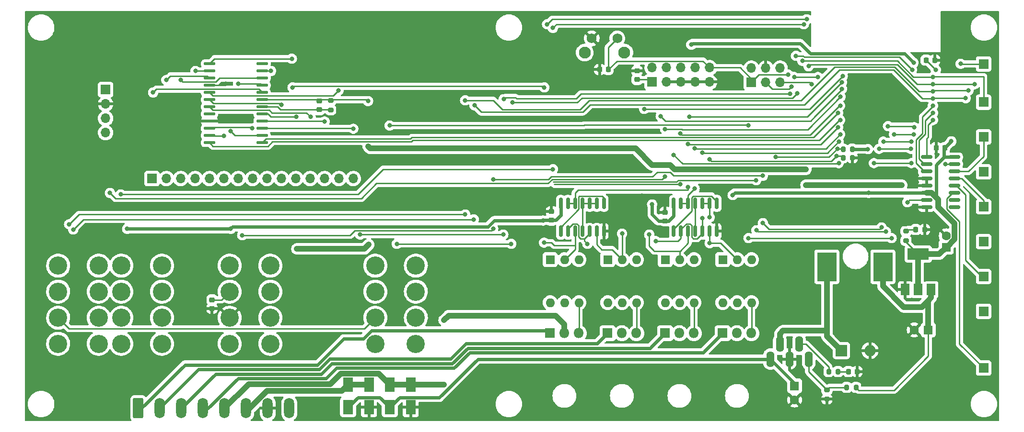
<source format=gbr>
%TF.GenerationSoftware,KiCad,Pcbnew,(6.0.0)*%
%TF.CreationDate,2022-01-24T17:43:35-05:00*%
%TF.ProjectId,TI thermostat esp32,54492074-6865-4726-9d6f-737461742065,rev?*%
%TF.SameCoordinates,Original*%
%TF.FileFunction,Copper,L1,Top*%
%TF.FilePolarity,Positive*%
%FSLAX46Y46*%
G04 Gerber Fmt 4.6, Leading zero omitted, Abs format (unit mm)*
G04 Created by KiCad (PCBNEW (6.0.0)) date 2022-01-24 17:43:35*
%MOMM*%
%LPD*%
G01*
G04 APERTURE LIST*
G04 Aperture macros list*
%AMRoundRect*
0 Rectangle with rounded corners*
0 $1 Rounding radius*
0 $2 $3 $4 $5 $6 $7 $8 $9 X,Y pos of 4 corners*
0 Add a 4 corners polygon primitive as box body*
4,1,4,$2,$3,$4,$5,$6,$7,$8,$9,$2,$3,0*
0 Add four circle primitives for the rounded corners*
1,1,$1+$1,$2,$3*
1,1,$1+$1,$4,$5*
1,1,$1+$1,$6,$7*
1,1,$1+$1,$8,$9*
0 Add four rect primitives between the rounded corners*
20,1,$1+$1,$2,$3,$4,$5,0*
20,1,$1+$1,$4,$5,$6,$7,0*
20,1,$1+$1,$6,$7,$8,$9,0*
20,1,$1+$1,$8,$9,$2,$3,0*%
G04 Aperture macros list end*
%TA.AperFunction,ComponentPad*%
%ADD10R,1.600000X1.600000*%
%TD*%
%TA.AperFunction,ComponentPad*%
%ADD11C,1.600000*%
%TD*%
%TA.AperFunction,ComponentPad*%
%ADD12R,1.700000X1.700000*%
%TD*%
%TA.AperFunction,SMDPad,CuDef*%
%ADD13R,1.800000X2.500000*%
%TD*%
%TA.AperFunction,SMDPad,CuDef*%
%ADD14RoundRect,0.137500X-0.862500X-0.137500X0.862500X-0.137500X0.862500X0.137500X-0.862500X0.137500X0*%
%TD*%
%TA.AperFunction,SMDPad,CuDef*%
%ADD15RoundRect,0.200000X0.200000X0.275000X-0.200000X0.275000X-0.200000X-0.275000X0.200000X-0.275000X0*%
%TD*%
%TA.AperFunction,SMDPad,CuDef*%
%ADD16RoundRect,0.200000X-0.275000X0.200000X-0.275000X-0.200000X0.275000X-0.200000X0.275000X0.200000X0*%
%TD*%
%TA.AperFunction,ComponentPad*%
%ADD17C,3.220000*%
%TD*%
%TA.AperFunction,ComponentPad*%
%ADD18O,1.700000X1.700000*%
%TD*%
%TA.AperFunction,SMDPad,CuDef*%
%ADD19RoundRect,0.225000X-0.250000X0.225000X-0.250000X-0.225000X0.250000X-0.225000X0.250000X0.225000X0*%
%TD*%
%TA.AperFunction,SMDPad,CuDef*%
%ADD20R,3.400000X5.100000*%
%TD*%
%TA.AperFunction,SMDPad,CuDef*%
%ADD21RoundRect,0.150000X0.150000X-0.825000X0.150000X0.825000X-0.150000X0.825000X-0.150000X-0.825000X0*%
%TD*%
%TA.AperFunction,SMDPad,CuDef*%
%ADD22RoundRect,0.218750X0.218750X0.256250X-0.218750X0.256250X-0.218750X-0.256250X0.218750X-0.256250X0*%
%TD*%
%TA.AperFunction,SMDPad,CuDef*%
%ADD23RoundRect,0.225000X-0.225000X-0.250000X0.225000X-0.250000X0.225000X0.250000X-0.225000X0.250000X0*%
%TD*%
%TA.AperFunction,SMDPad,CuDef*%
%ADD24RoundRect,0.225000X0.250000X-0.225000X0.250000X0.225000X-0.250000X0.225000X-0.250000X-0.225000X0*%
%TD*%
%TA.AperFunction,SMDPad,CuDef*%
%ADD25R,1.500000X2.000000*%
%TD*%
%TA.AperFunction,SMDPad,CuDef*%
%ADD26R,3.800000X2.000000*%
%TD*%
%TA.AperFunction,SMDPad,CuDef*%
%ADD27RoundRect,0.225000X0.225000X0.250000X-0.225000X0.250000X-0.225000X-0.250000X0.225000X-0.250000X0*%
%TD*%
%TA.AperFunction,SMDPad,CuDef*%
%ADD28RoundRect,0.200000X0.275000X-0.200000X0.275000X0.200000X-0.275000X0.200000X-0.275000X-0.200000X0*%
%TD*%
%TA.AperFunction,SMDPad,CuDef*%
%ADD29RoundRect,0.200000X-0.200000X-0.275000X0.200000X-0.275000X0.200000X0.275000X-0.200000X0.275000X0*%
%TD*%
%TA.AperFunction,ComponentPad*%
%ADD30C,2.100000*%
%TD*%
%TA.AperFunction,ComponentPad*%
%ADD31C,1.750000*%
%TD*%
%TA.AperFunction,SMDPad,CuDef*%
%ADD32RoundRect,0.150000X-0.825000X-0.150000X0.825000X-0.150000X0.825000X0.150000X-0.825000X0.150000X0*%
%TD*%
%TA.AperFunction,ComponentPad*%
%ADD33R,1.800000X1.800000*%
%TD*%
%TA.AperFunction,ComponentPad*%
%ADD34O,1.800000X1.800000*%
%TD*%
%TA.AperFunction,ComponentPad*%
%ADD35O,1.600000X1.600000*%
%TD*%
%TA.AperFunction,ComponentPad*%
%ADD36O,1.408000X2.816000*%
%TD*%
%TA.AperFunction,ComponentPad*%
%ADD37R,2.000000X2.000000*%
%TD*%
%TA.AperFunction,ComponentPad*%
%ADD38O,2.000000X2.000000*%
%TD*%
%TA.AperFunction,ComponentPad*%
%ADD39RoundRect,0.250000X-0.650000X-1.550000X0.650000X-1.550000X0.650000X1.550000X-0.650000X1.550000X0*%
%TD*%
%TA.AperFunction,ComponentPad*%
%ADD40O,1.800000X3.600000*%
%TD*%
%TA.AperFunction,ViaPad*%
%ADD41C,0.800000*%
%TD*%
%TA.AperFunction,Conductor*%
%ADD42C,1.000000*%
%TD*%
%TA.AperFunction,Conductor*%
%ADD43C,0.600000*%
%TD*%
%TA.AperFunction,Conductor*%
%ADD44C,0.250000*%
%TD*%
%TA.AperFunction,Conductor*%
%ADD45C,0.400000*%
%TD*%
G04 APERTURE END LIST*
D10*
%TO.P,C16,1*%
%TO.N,+24V*%
X186309000Y-121139606D03*
D11*
%TO.P,C16,2*%
%TO.N,GND*%
X186309000Y-123639606D03*
%TD*%
D12*
%TO.P,B1,1,Pin_1*%
%TO.N,Net-(B1-Pad1)*%
X219710000Y-118000000D03*
%TD*%
%TO.P,B9,1,Pin_1*%
%TO.N,Net-(B9-Pad1)*%
X219710000Y-64175000D03*
%TD*%
D13*
%TO.P,D9,1,K*%
%TO.N,/common*%
X111153489Y-120939511D03*
%TO.P,D9,2,A*%
%TO.N,GND*%
X111153489Y-124939511D03*
%TD*%
D14*
%TO.P,U6,1,DIN*%
%TO.N,/ESP_IO23*%
X82980000Y-64135000D03*
%TO.P,U6,2,DIG_0*%
%TO.N,/D1*%
X82980000Y-65405000D03*
%TO.P,U6,3,DIG_4*%
%TO.N,/D5*%
X82980000Y-66675000D03*
%TO.P,U6,4,GND*%
%TO.N,GND*%
X82980000Y-67945000D03*
%TO.P,U6,5,DIG_6*%
%TO.N,/D7*%
X82980000Y-69215000D03*
%TO.P,U6,6,DIG_2*%
%TO.N,/D3*%
X82980000Y-70485000D03*
%TO.P,U6,7,DIG_3*%
%TO.N,/D4*%
X82980000Y-71755000D03*
%TO.P,U6,8,DIG_7*%
%TO.N,/D8*%
X82980000Y-73025000D03*
%TO.P,U6,9,GND*%
%TO.N,GND*%
X82980000Y-74295000D03*
%TO.P,U6,10,DIG_5*%
%TO.N,/D6*%
X82980000Y-75565000D03*
%TO.P,U6,11,DIG_1*%
%TO.N,/D2*%
X82980000Y-76835000D03*
%TO.P,U6,12,LOAD*%
%TO.N,/ESP_IO5*%
X82980000Y-78105000D03*
%TO.P,U6,13,CLK*%
%TO.N,/ESP_IO18*%
X92280000Y-78105000D03*
%TO.P,U6,14,SEG_A*%
%TO.N,/A*%
X92280000Y-76835000D03*
%TO.P,U6,15,SEG_F*%
%TO.N,/F*%
X92280000Y-75565000D03*
%TO.P,U6,16,SEG_B*%
%TO.N,/B*%
X92280000Y-74295000D03*
%TO.P,U6,17,SEG_G*%
%TO.N,/G*%
X92280000Y-73025000D03*
%TO.P,U6,18,ISET*%
%TO.N,Net-(C2-Pad2)*%
X92280000Y-71755000D03*
%TO.P,U6,19,V+*%
%TO.N,+5V*%
X92280000Y-70485000D03*
%TO.P,U6,20,SEG_C*%
%TO.N,/C*%
X92280000Y-69215000D03*
%TO.P,U6,21,SEG_E*%
%TO.N,/E*%
X92280000Y-67945000D03*
%TO.P,U6,22,SEG_DP*%
%TO.N,/DP*%
X92280000Y-66675000D03*
%TO.P,U6,23,SEG_D*%
%TO.N,/D*%
X92280000Y-65405000D03*
%TO.P,U6,24,DOUT*%
%TO.N,unconnected-(U6-Pad24)*%
X92280000Y-64135000D03*
%TD*%
D15*
%TO.P,R24,1*%
%TO.N,+3V3*%
X196532000Y-79248000D03*
%TO.P,R24,2*%
%TO.N,/ESP_IO0*%
X194882000Y-79248000D03*
%TD*%
D16*
%TO.P,R27,1*%
%TO.N,Net-(IC2-Pad1)*%
X192024000Y-121857000D03*
%TO.P,R27,2*%
%TO.N,GND*%
X192024000Y-123507000D03*
%TD*%
D17*
%TO.P,S3,1*%
%TO.N,unconnected-(S3-Pad1)*%
X56267000Y-99865000D03*
%TO.P,S3,2*%
%TO.N,/ESP_IO34*%
X56267000Y-104475000D03*
%TO.P,S3,3*%
%TO.N,/switchScan*%
X56267000Y-109085000D03*
%TO.P,S3,4*%
%TO.N,/ESP_IO35*%
X56267000Y-113695000D03*
%TO.P,S3,5*%
%TO.N,unconnected-(S3-Pad5)*%
X63437000Y-99865000D03*
%TO.P,S3,6*%
%TO.N,unconnected-(S3-Pad6)*%
X63437000Y-104475000D03*
%TO.P,S3,7*%
%TO.N,unconnected-(S3-Pad7)*%
X63437000Y-109085000D03*
%TO.P,S3,8*%
%TO.N,unconnected-(S3-Pad8)*%
X63437000Y-113695000D03*
%TD*%
D12*
%TO.P,J4,1,Pin_1*%
%TO.N,+5V*%
X161168000Y-67372000D03*
D18*
%TO.P,J4,2,Pin_2*%
%TO.N,/ESP_IO14*%
X161168000Y-64832000D03*
%TO.P,J4,3,Pin_3*%
%TO.N,GND*%
X163708000Y-67372000D03*
%TO.P,J4,4,Pin_4*%
%TO.N,/ESP_IO13*%
X163708000Y-64832000D03*
%TO.P,J4,5,Pin_5*%
%TO.N,GND*%
X166248000Y-67372000D03*
%TO.P,J4,6,Pin_6*%
%TO.N,/ESP_IO15*%
X166248000Y-64832000D03*
%TO.P,J4,7,Pin_7*%
%TO.N,GND*%
X168788000Y-67372000D03*
%TO.P,J4,8,Pin_8*%
%TO.N,/ESP_IO12*%
X168788000Y-64832000D03*
%TO.P,J4,9,Pin_9*%
%TO.N,GND*%
X171328000Y-67372000D03*
%TO.P,J4,10,Pin_10*%
%TO.N,/ESP_EN*%
X171328000Y-64832000D03*
%TD*%
D12*
%TO.P,B6,1,Pin_1*%
%TO.N,/ESP_IO39*%
X219710000Y-83270000D03*
%TD*%
D19*
%TO.P,C8,1*%
%TO.N,/ESP_IO26*%
X83439000Y-105905000D03*
%TO.P,C8,2*%
%TO.N,GND*%
X83439000Y-107455000D03*
%TD*%
D13*
%TO.P,D7,1,K*%
%TO.N,+24V*%
X107470489Y-124939511D03*
%TO.P,D7,2,A*%
%TO.N,/common*%
X107470489Y-120939511D03*
%TD*%
D20*
%TO.P,L1,1*%
%TO.N,Net-(D10-Pad1)*%
X192027000Y-100076000D03*
%TO.P,L1,2*%
%TO.N,+5V*%
X201927000Y-100076000D03*
%TD*%
D12*
%TO.P,DS1,1,Pin_1*%
%TO.N,/C*%
X72827000Y-84450000D03*
D18*
%TO.P,DS1,2,Pin_2*%
%TO.N,/D5*%
X75367000Y-84450000D03*
%TO.P,DS1,3,Pin_3*%
%TO.N,/DP*%
X77907000Y-84450000D03*
%TO.P,DS1,4,Pin_4*%
%TO.N,/D1*%
X80447000Y-84450000D03*
%TO.P,DS1,5,Pin_5*%
%TO.N,/A*%
X82987000Y-84450000D03*
%TO.P,DS1,6,Pin_6*%
%TO.N,/D2*%
X85527000Y-84450000D03*
%TO.P,DS1,7,Pin_7*%
%TO.N,/E*%
X88067000Y-84450000D03*
%TO.P,DS1,8,Pin_8*%
%TO.N,/D6*%
X90607000Y-84450000D03*
%TO.P,DS1,9,Pin_9*%
%TO.N,/D*%
X93147000Y-84450000D03*
%TO.P,DS1,10,Pin_10*%
%TO.N,/D3*%
X95687000Y-84450000D03*
%TO.P,DS1,11,Pin_11*%
%TO.N,/G*%
X98227000Y-84450000D03*
%TO.P,DS1,12,Pin_12*%
%TO.N,/D4*%
X100767000Y-84450000D03*
%TO.P,DS1,13,Pin_13*%
%TO.N,/B*%
X103307000Y-84450000D03*
%TO.P,DS1,14,Pin_14*%
%TO.N,/D7*%
X105847000Y-84450000D03*
%TO.P,DS1,15,Pin_15*%
%TO.N,/F*%
X108387000Y-84450000D03*
%TD*%
D10*
%TO.P,C5,1*%
%TO.N,+3V3*%
X213106000Y-96586113D03*
D11*
%TO.P,C5,2*%
%TO.N,GND*%
X213106000Y-94586113D03*
%TD*%
D21*
%TO.P,U5,1*%
%TO.N,Net-(U5-Pad8)*%
X164973000Y-93788000D03*
%TO.P,U5,2*%
%TO.N,/ESP_IO4*%
X166243000Y-93788000D03*
%TO.P,U5,3*%
%TO.N,Net-(U3-Pad2)*%
X167513000Y-93788000D03*
%TO.P,U5,4*%
%TO.N,Net-(U5-Pad11)*%
X168783000Y-93788000D03*
%TO.P,U5,5*%
%TO.N,/ESP_IO4*%
X170053000Y-93788000D03*
%TO.P,U5,6*%
%TO.N,Net-(U4-Pad2)*%
X171323000Y-93788000D03*
%TO.P,U5,7,GND*%
%TO.N,GND*%
X172593000Y-93788000D03*
%TO.P,U5,8*%
%TO.N,Net-(U5-Pad8)*%
X172593000Y-88838000D03*
%TO.P,U5,9*%
%TO.N,/ESP_IO2*%
X171323000Y-88838000D03*
%TO.P,U5,10*%
X170053000Y-88838000D03*
%TO.P,U5,11*%
%TO.N,Net-(U5-Pad11)*%
X168783000Y-88838000D03*
%TO.P,U5,12*%
%TO.N,/ESP_IO16*%
X167513000Y-88838000D03*
%TO.P,U5,13*%
X166243000Y-88838000D03*
%TO.P,U5,14,VCC*%
%TO.N,+3V3*%
X164973000Y-88838000D03*
%TD*%
D15*
%TO.P,R26,1*%
%TO.N,+5V*%
X197167000Y-121412000D03*
%TO.P,R26,2*%
%TO.N,Net-(IC2-Pad1)*%
X195517000Y-121412000D03*
%TD*%
D12*
%TO.P,B2,1,Pin_1*%
%TO.N,/ESP_IO35*%
X219710000Y-107950000D03*
%TD*%
D22*
%TO.P,D5,1,K*%
%TO.N,GND*%
X209296000Y-93472000D03*
%TO.P,D5,2,A*%
%TO.N,Net-(D5-Pad2)*%
X207721000Y-93472000D03*
%TD*%
D12*
%TO.P,B5,1,Pin_1*%
%TO.N,Net-(B5-Pad1)*%
X219710000Y-89440000D03*
%TD*%
D23*
%TO.P,C9,1*%
%TO.N,GND*%
X151879000Y-65151000D03*
%TO.P,C9,2*%
%TO.N,/ESP_EN*%
X153429000Y-65151000D03*
%TD*%
D21*
%TO.P,U7,1*%
%TO.N,Net-(U7-Pad1)*%
X145034000Y-93788000D03*
%TO.P,U7,2*%
%TO.N,/ESP_IO4*%
X146304000Y-93788000D03*
%TO.P,U7,3*%
%TO.N,Net-(U1-Pad2)*%
X147574000Y-93788000D03*
%TO.P,U7,4*%
%TO.N,Net-(U7-Pad11)*%
X148844000Y-93788000D03*
%TO.P,U7,5*%
%TO.N,/ESP_IO4*%
X150114000Y-93788000D03*
%TO.P,U7,6*%
%TO.N,Net-(U2-Pad2)*%
X151384000Y-93788000D03*
%TO.P,U7,7,GND*%
%TO.N,GND*%
X152654000Y-93788000D03*
%TO.P,U7,8*%
%TO.N,Net-(U7-Pad1)*%
X152654000Y-88838000D03*
%TO.P,U7,9*%
%TO.N,Net-(U7-Pad11)*%
X151384000Y-88838000D03*
%TO.P,U7,10*%
X150114000Y-88838000D03*
%TO.P,U7,11*%
X148844000Y-88838000D03*
%TO.P,U7,12*%
%TO.N,/ESP_IO17*%
X147574000Y-88838000D03*
%TO.P,U7,13*%
X146304000Y-88838000D03*
%TO.P,U7,14,VCC*%
%TO.N,+3V3*%
X145034000Y-88838000D03*
%TD*%
D13*
%TO.P,D8,1,K*%
%TO.N,/Hot*%
X118519489Y-120939511D03*
%TO.P,D8,2,A*%
%TO.N,GND*%
X118519489Y-124939511D03*
%TD*%
D19*
%TO.P,C2,1*%
%TO.N,+5V*%
X102362000Y-70726000D03*
%TO.P,C2,2*%
%TO.N,Net-(C2-Pad2)*%
X102362000Y-72276000D03*
%TD*%
D24*
%TO.P,C1,1*%
%TO.N,+3V3*%
X163449000Y-91961000D03*
%TO.P,C1,2*%
%TO.N,GND*%
X163449000Y-90411000D03*
%TD*%
D25*
%TO.P,U8,1,GND*%
%TO.N,GND*%
X205853000Y-104115000D03*
D26*
%TO.P,U8,2,VO*%
%TO.N,+3V3*%
X208153000Y-97815000D03*
D25*
X208153000Y-104115000D03*
%TO.P,U8,3,VI*%
%TO.N,+5V*%
X210453000Y-104115000D03*
%TD*%
D12*
%TO.P,J5,1,Pin_1*%
%TO.N,/ESP_EN*%
X178689000Y-67437000D03*
D18*
%TO.P,J5,2,Pin_2*%
%TO.N,+5V*%
X178689000Y-64897000D03*
%TO.P,J5,3,Pin_3*%
%TO.N,/ESP_IO1*%
X181229000Y-67437000D03*
%TO.P,J5,4,Pin_4*%
%TO.N,GND*%
X181229000Y-64897000D03*
%TO.P,J5,5,Pin_5*%
%TO.N,/ESP_IO3*%
X183769000Y-67437000D03*
%TO.P,J5,6,Pin_6*%
%TO.N,/ESP_IO0*%
X183769000Y-64897000D03*
%TD*%
D16*
%TO.P,R9,1*%
%TO.N,+5V*%
X104394000Y-70676000D03*
%TO.P,R9,2*%
%TO.N,Net-(C2-Pad2)*%
X104394000Y-72326000D03*
%TD*%
D17*
%TO.P,S1,1*%
%TO.N,+3V3*%
X86557000Y-99865000D03*
%TO.P,S1,2*%
%TO.N,/ESP_IO26*%
X86557000Y-104475000D03*
%TO.P,S1,3*%
%TO.N,GND*%
X86557000Y-109085000D03*
%TO.P,S1,4*%
%TO.N,unconnected-(S1-Pad4)*%
X93727000Y-99865000D03*
%TO.P,S1,5*%
%TO.N,unconnected-(S1-Pad5)*%
X93727000Y-104475000D03*
%TO.P,S1,6*%
%TO.N,unconnected-(S1-Pad6)*%
X93727000Y-109085000D03*
%TO.P,S1,x*%
%TO.N,N/C*%
X86557000Y-113695000D03*
%TO.P,S1,y*%
X93727000Y-113695000D03*
%TD*%
D12*
%TO.P,J1,1,Pin_1*%
%TO.N,+3V3*%
X64643000Y-68707000D03*
D18*
%TO.P,J1,2,Pin_2*%
%TO.N,GND*%
X64643000Y-71247000D03*
%TO.P,J1,3,Pin_3*%
%TO.N,/ESP_IO22*%
X64643000Y-73787000D03*
%TO.P,J1,4,Pin_4*%
%TO.N,/ESP_IO21*%
X64643000Y-76327000D03*
%TD*%
D27*
%TO.P,C15,1*%
%TO.N,+3V3*%
X212865000Y-78994000D03*
%TO.P,C15,2*%
%TO.N,GND*%
X211315000Y-78994000D03*
%TD*%
D28*
%TO.P,R15,1*%
%TO.N,+3V3*%
X205994000Y-95440000D03*
%TO.P,R15,2*%
%TO.N,Net-(D5-Pad2)*%
X205994000Y-93790000D03*
%TD*%
D29*
%TO.P,R25,1*%
%TO.N,Net-(IC2-Pad2)*%
X192342000Y-118618000D03*
%TO.P,R25,2*%
%TO.N,Net-(C17-Pad1)*%
X193992000Y-118618000D03*
%TD*%
D10*
%TO.P,C18,1*%
%TO.N,+5V*%
X209949395Y-111252000D03*
D11*
%TO.P,C18,2*%
%TO.N,GND*%
X207449395Y-111252000D03*
%TD*%
D30*
%TO.P,SW1,*%
%TO.N,*%
X156266000Y-62146500D03*
X149256000Y-62146500D03*
D31*
%TO.P,SW1,1,1*%
%TO.N,GND*%
X150506000Y-59656500D03*
%TO.P,SW1,2,2*%
%TO.N,/ESP_EN*%
X155006000Y-59656500D03*
%TD*%
D15*
%TO.P,R14,1*%
%TO.N,GND*%
X196532000Y-80772000D03*
%TO.P,R14,2*%
%TO.N,/ESP_IO2*%
X194882000Y-80772000D03*
%TD*%
D17*
%TO.P,S4,1*%
%TO.N,unconnected-(S4-Pad1)*%
X112267000Y-99865000D03*
%TO.P,S4,2*%
%TO.N,/ESP_IO36*%
X112267000Y-104475000D03*
%TO.P,S4,3*%
%TO.N,/switchScan*%
X112267000Y-109085000D03*
%TO.P,S4,4*%
%TO.N,/ESP_IO39*%
X112267000Y-113695000D03*
%TO.P,S4,5*%
%TO.N,unconnected-(S4-Pad5)*%
X119437000Y-99865000D03*
%TO.P,S4,6*%
%TO.N,unconnected-(S4-Pad6)*%
X119437000Y-104475000D03*
%TO.P,S4,7*%
%TO.N,unconnected-(S4-Pad7)*%
X119437000Y-109085000D03*
%TO.P,S4,8*%
%TO.N,unconnected-(S4-Pad8)*%
X119437000Y-113695000D03*
%TD*%
D23*
%TO.P,C11,1*%
%TO.N,/ESP_EN*%
X209537000Y-63500000D03*
%TO.P,C11,2*%
%TO.N,GND*%
X211087000Y-63500000D03*
%TD*%
D13*
%TO.P,D6,1,K*%
%TO.N,+24V*%
X114836489Y-124939511D03*
%TO.P,D6,2,A*%
%TO.N,/Hot*%
X114836489Y-120939511D03*
%TD*%
D12*
%TO.P,B3,1,Pin_1*%
%TO.N,Net-(B3-Pad1)*%
X219710000Y-101780000D03*
%TD*%
%TO.P,B8,1,Pin_1*%
%TO.N,/ESP_IO36*%
X219710000Y-70930000D03*
%TD*%
D17*
%TO.P,S2,1*%
%TO.N,unconnected-(S2-Pad1)*%
X67417000Y-99865000D03*
%TO.P,S2,2*%
%TO.N,unconnected-(S2-Pad2)*%
X67417000Y-104475000D03*
%TO.P,S2,3*%
%TO.N,unconnected-(S2-Pad3)*%
X67417000Y-109085000D03*
%TO.P,S2,4*%
%TO.N,unconnected-(S2-Pad4)*%
X67417000Y-113695000D03*
%TO.P,S2,5*%
%TO.N,unconnected-(S2-Pad5)*%
X74587000Y-99865000D03*
%TO.P,S2,6*%
%TO.N,unconnected-(S2-Pad6)*%
X74587000Y-104475000D03*
%TO.P,S2,7*%
%TO.N,unconnected-(S2-Pad7)*%
X74587000Y-109085000D03*
%TO.P,S2,8*%
%TO.N,unconnected-(S2-Pad8)*%
X74587000Y-113695000D03*
%TD*%
D24*
%TO.P,C3,1*%
%TO.N,+3V3*%
X143383000Y-91834000D03*
%TO.P,C3,2*%
%TO.N,GND*%
X143383000Y-90284000D03*
%TD*%
D12*
%TO.P,B4,1,Pin_1*%
%TO.N,/ESP_IO34*%
X219710000Y-95610000D03*
%TD*%
D23*
%TO.P,C17,1*%
%TO.N,Net-(C17-Pad1)*%
X195821000Y-118618000D03*
%TO.P,C17,2*%
%TO.N,GND*%
X197371000Y-118618000D03*
%TD*%
D12*
%TO.P,B7,1,Pin_1*%
%TO.N,Net-(B7-Pad1)*%
X219710000Y-77100000D03*
%TD*%
D32*
%TO.P,U9,1,A0*%
%TO.N,/ESP_IO25*%
X209615000Y-80645000D03*
%TO.P,U9,2,A1*%
%TO.N,/ESP_IO33*%
X209615000Y-81915000D03*
%TO.P,U9,3,A2*%
%TO.N,/ESP_IO32*%
X209615000Y-83185000D03*
%TO.P,U9,4,E1*%
%TO.N,GND*%
X209615000Y-84455000D03*
%TO.P,U9,5,E2*%
X209615000Y-85725000D03*
%TO.P,U9,6,E3*%
%TO.N,+3V3*%
X209615000Y-86995000D03*
%TO.P,U9,7,O7*%
%TO.N,/switchScan*%
X209615000Y-88265000D03*
%TO.P,U9,8,GND*%
%TO.N,GND*%
X209615000Y-89535000D03*
%TO.P,U9,9,O6*%
%TO.N,unconnected-(U9-Pad9)*%
X214565000Y-89535000D03*
%TO.P,U9,10,O5*%
%TO.N,unconnected-(U9-Pad10)*%
X214565000Y-88265000D03*
%TO.P,U9,11,O4*%
%TO.N,Net-(B1-Pad1)*%
X214565000Y-86995000D03*
%TO.P,U9,12,O3*%
%TO.N,Net-(B3-Pad1)*%
X214565000Y-85725000D03*
%TO.P,U9,13,O2*%
%TO.N,Net-(B5-Pad1)*%
X214565000Y-84455000D03*
%TO.P,U9,14,O1*%
%TO.N,Net-(B7-Pad1)*%
X214565000Y-83185000D03*
%TO.P,U9,15,O0*%
%TO.N,Net-(B9-Pad1)*%
X214565000Y-81915000D03*
%TO.P,U9,16,VCC*%
%TO.N,+3V3*%
X214565000Y-80645000D03*
%TD*%
D24*
%TO.P,C10,1*%
%TO.N,+5V*%
X158496000Y-66942000D03*
%TO.P,C10,2*%
%TO.N,GND*%
X158496000Y-65392000D03*
%TD*%
D33*
%TO.P,Q4,1,A1*%
%TO.N,/Humid*%
X173609000Y-111822000D03*
D34*
%TO.P,Q4,2,A2*%
%TO.N,/Hot*%
X176149000Y-111822000D03*
%TO.P,Q4,3,G*%
%TO.N,Net-(Q4-Pad3)*%
X178689000Y-111822000D03*
%TD*%
D33*
%TO.P,Q1,1,A1*%
%TO.N,/Heat*%
X143129000Y-111822000D03*
D34*
%TO.P,Q1,2,A2*%
%TO.N,/Hot*%
X145669000Y-111822000D03*
%TO.P,Q1,3,G*%
%TO.N,Net-(Q1-Pad3)*%
X148209000Y-111822000D03*
%TD*%
D10*
%TO.P,U1,1*%
%TO.N,Net-(R2-Pad2)*%
X143155000Y-98806000D03*
D35*
%TO.P,U1,2*%
%TO.N,Net-(U1-Pad2)*%
X145695000Y-98806000D03*
%TO.P,U1,3,NC*%
%TO.N,unconnected-(U1-Pad3)*%
X148235000Y-98806000D03*
%TO.P,U1,4*%
%TO.N,Net-(Q1-Pad3)*%
X148235000Y-106426000D03*
%TO.P,U1,5,NC*%
%TO.N,unconnected-(U1-Pad5)*%
X145695000Y-106426000D03*
%TO.P,U1,6*%
%TO.N,Net-(R1-Pad1)*%
X143155000Y-106426000D03*
%TD*%
D36*
%TO.P,IC2,1,FB*%
%TO.N,Net-(IC2-Pad1)*%
X188820000Y-116397000D03*
%TO.P,IC2,2,VC*%
%TO.N,Net-(IC2-Pad2)*%
X187120000Y-113767000D03*
%TO.P,IC2,3,GND*%
%TO.N,GND*%
X185420000Y-116397000D03*
%TO.P,IC2,4,V_SW*%
%TO.N,Net-(D10-Pad1)*%
X183720000Y-113767000D03*
%TO.P,IC2,5,V_IN*%
%TO.N,+24V*%
X182020000Y-116397000D03*
%TD*%
D10*
%TO.P,U4,1*%
%TO.N,Net-(R8-Pad2)*%
X173635000Y-98806000D03*
D35*
%TO.P,U4,2*%
%TO.N,Net-(U4-Pad2)*%
X176175000Y-98806000D03*
%TO.P,U4,3,NC*%
%TO.N,unconnected-(U4-Pad3)*%
X178715000Y-98806000D03*
%TO.P,U4,4*%
%TO.N,Net-(Q4-Pad3)*%
X178715000Y-106426000D03*
%TO.P,U4,5,NC*%
%TO.N,unconnected-(U4-Pad5)*%
X176175000Y-106426000D03*
%TO.P,U4,6*%
%TO.N,Net-(R7-Pad1)*%
X173635000Y-106426000D03*
%TD*%
D10*
%TO.P,U3,1*%
%TO.N,Net-(R6-Pad2)*%
X163475000Y-98806000D03*
D35*
%TO.P,U3,2*%
%TO.N,Net-(U3-Pad2)*%
X166015000Y-98806000D03*
%TO.P,U3,3,NC*%
%TO.N,unconnected-(U3-Pad3)*%
X168555000Y-98806000D03*
%TO.P,U3,4*%
%TO.N,Net-(Q3-Pad3)*%
X168555000Y-106426000D03*
%TO.P,U3,5,NC*%
%TO.N,unconnected-(U3-Pad5)*%
X166015000Y-106426000D03*
%TO.P,U3,6*%
%TO.N,Net-(R5-Pad1)*%
X163475000Y-106426000D03*
%TD*%
D10*
%TO.P,U2,1*%
%TO.N,Net-(R4-Pad2)*%
X153315000Y-98806000D03*
D35*
%TO.P,U2,2*%
%TO.N,Net-(U2-Pad2)*%
X155855000Y-98806000D03*
%TO.P,U2,3,NC*%
%TO.N,unconnected-(U2-Pad3)*%
X158395000Y-98806000D03*
%TO.P,U2,4*%
%TO.N,Net-(Q2-Pad3)*%
X158395000Y-106426000D03*
%TO.P,U2,5,NC*%
%TO.N,unconnected-(U2-Pad5)*%
X155855000Y-106426000D03*
%TO.P,U2,6*%
%TO.N,Net-(R3-Pad1)*%
X153315000Y-106426000D03*
%TD*%
D33*
%TO.P,Q3,1,A1*%
%TO.N,/Fan*%
X163449000Y-111822000D03*
D34*
%TO.P,Q3,2,A2*%
%TO.N,/Hot*%
X165989000Y-111822000D03*
%TO.P,Q3,3,G*%
%TO.N,Net-(Q3-Pad3)*%
X168529000Y-111822000D03*
%TD*%
D37*
%TO.P,D10,1,K*%
%TO.N,Net-(D10-Pad1)*%
X194564000Y-114894000D03*
D38*
%TO.P,D10,2,A*%
%TO.N,GND*%
X199644000Y-114894000D03*
%TD*%
D39*
%TO.P,J6,1,Pin_1*%
%TO.N,/Heat*%
X70413000Y-125106500D03*
D40*
%TO.P,J6,2,Pin_2*%
%TO.N,/Cool*%
X74223000Y-125106500D03*
%TO.P,J6,3,Pin_3*%
%TO.N,/Fan*%
X78033000Y-125106500D03*
%TO.P,J6,4,Pin_4*%
%TO.N,/Humid*%
X81843000Y-125106500D03*
%TO.P,J6,5,Pin_5*%
%TO.N,/Hot*%
X85653000Y-125106500D03*
%TO.P,J6,6,Pin_6*%
%TO.N,/common*%
X89463000Y-125106500D03*
%TO.P,J6,7,Pin_7*%
%TO.N,GND*%
X93273000Y-125106500D03*
%TO.P,J6,8,Pin_8*%
%TO.N,+5V*%
X97083000Y-125106500D03*
%TD*%
D33*
%TO.P,Q2,1,A1*%
%TO.N,/Cool*%
X153289000Y-111822000D03*
D34*
%TO.P,Q2,2,A2*%
%TO.N,/Hot*%
X155829000Y-111822000D03*
%TO.P,Q2,3,G*%
%TO.N,Net-(Q2-Pad3)*%
X158369000Y-111822000D03*
%TD*%
D41*
%TO.N,/Hot*%
X124424489Y-109509511D03*
%TO.N,+3V3*%
X214001500Y-77857500D03*
%TO.N,/ESP_IO16*%
X194373000Y-76644000D03*
X168656000Y-86233000D03*
X168656000Y-79121000D03*
%TO.N,/ESP_IO15*%
X194119000Y-81724000D03*
X164973000Y-80264000D03*
%TO.N,/ESP_IO13*%
X200343000Y-81724000D03*
X162687000Y-73406000D03*
X194691000Y-68580000D03*
X206946000Y-81724000D03*
%TO.N,/ESP_IO14*%
X159766000Y-72136000D03*
X194818000Y-66294000D03*
X206947000Y-77914000D03*
X201994000Y-77914000D03*
%TO.N,/ESP_IO25*%
X210757000Y-74104000D03*
%TO.N,/ESP_IO26*%
X207455000Y-75374000D03*
X88773000Y-94488000D03*
X133096000Y-84582000D03*
X202819000Y-75184000D03*
X180721000Y-92329000D03*
X201676000Y-93091000D03*
X180721000Y-83947000D03*
X133096000Y-93345000D03*
%TO.N,/ESP_IO27*%
X179540511Y-84746489D03*
X202438000Y-93853000D03*
X207328000Y-76644000D03*
X179578000Y-93599000D03*
X203898000Y-76644000D03*
%TO.N,/ESP_IO32*%
X210757000Y-71564000D03*
%TO.N,+5V*%
X188341000Y-85598000D03*
X188341000Y-82804000D03*
X110998000Y-70739000D03*
X110998000Y-78740000D03*
X161163000Y-82042000D03*
X111125000Y-96139000D03*
X205232000Y-85598000D03*
X176657000Y-82804000D03*
X98425000Y-96901000D03*
%TO.N,GND*%
X203454000Y-68326000D03*
X145923000Y-86614000D03*
X173863000Y-87122000D03*
X205994000Y-100838000D03*
X151130000Y-91440000D03*
X213487000Y-57277000D03*
X162306000Y-59309000D03*
X164973000Y-59182000D03*
X212598000Y-76327000D03*
X120904000Y-125222000D03*
X105156000Y-124841000D03*
X85852000Y-67691000D03*
X159385000Y-87503000D03*
X199771000Y-72009000D03*
%TO.N,/ESP_IO39*%
X210757000Y-67754000D03*
X136525000Y-70993000D03*
X186817000Y-69342000D03*
X188785500Y-64579500D03*
X116078000Y-96012000D03*
X218122000Y-67754000D03*
X136271000Y-96012000D03*
%TO.N,/ESP_IO36*%
X185555614Y-69469000D03*
X134937500Y-70421500D03*
X134874000Y-94361000D03*
X187706000Y-63627000D03*
X210757000Y-66484000D03*
X109601000Y-94361000D03*
%TO.N,/ESP_IO35*%
X216535000Y-70231000D03*
X129667000Y-91694000D03*
X210757000Y-70294000D03*
X129794000Y-71501000D03*
X58928000Y-93472000D03*
%TO.N,/ESP_EN*%
X186563000Y-62738000D03*
X185166000Y-66040000D03*
X211265000Y-65214000D03*
X207073000Y-65214000D03*
%TO.N,/Hot*%
X124424489Y-120939511D03*
%TO.N,/ESP_IO33*%
X210757000Y-72834000D03*
%TO.N,/ESP_IO34*%
X128143000Y-70612000D03*
X210757000Y-69024000D03*
X58201511Y-92547489D03*
X217043000Y-68834000D03*
X128143000Y-90805000D03*
%TO.N,Net-(U1-Pad2)*%
X142087500Y-95783500D03*
%TO.N,Net-(U2-Pad2)*%
X155855000Y-94208000D03*
%TO.N,Net-(U3-Pad2)*%
X160655000Y-94361000D03*
%TO.N,Net-(U4-Pad2)*%
X171323000Y-95885000D03*
%TO.N,/ESP_IO12*%
X201232000Y-79184000D03*
X167767000Y-73533000D03*
X206820000Y-79184000D03*
X194691000Y-67437000D03*
%TO.N,/ESP_IO2*%
X171323000Y-81026000D03*
X171323000Y-91313000D03*
X193738000Y-80454000D03*
%TO.N,/ESP_IO0*%
X193866000Y-79184000D03*
X183007000Y-80645000D03*
%TO.N,/ESP_IO4*%
X170053000Y-79883000D03*
X170053000Y-91440000D03*
X149733000Y-96012000D03*
X161777040Y-95524960D03*
X194119000Y-77914000D03*
%TO.N,/ESP_IO17*%
X167513000Y-78359000D03*
X193992000Y-75374000D03*
X167513000Y-85979000D03*
%TO.N,/ESP_IO5*%
X194373000Y-74104000D03*
%TO.N,/ESP_IO18*%
X193992000Y-72834000D03*
%TO.N,/ESP_IO19*%
X166116000Y-76454000D03*
X166116000Y-85471000D03*
X194374000Y-71564000D03*
%TO.N,/ESP_IO21*%
X194437000Y-69977000D03*
X163449000Y-75692000D03*
X65405000Y-86995000D03*
X163449000Y-84074000D03*
%TO.N,/ESP_IO3*%
X189293000Y-67754000D03*
%TO.N,/ESP_IO1*%
X185801000Y-68199000D03*
X190437000Y-66484000D03*
X186246000Y-66484000D03*
%TO.N,/ESP_IO22*%
X143637000Y-57785000D03*
X67310000Y-87249000D03*
X143637000Y-82804000D03*
X187960000Y-57150000D03*
%TO.N,/ESP_IO23*%
X142621000Y-57150000D03*
X97536000Y-63246000D03*
X142113000Y-68326000D03*
X188468000Y-56261000D03*
X97663000Y-68326000D03*
%TO.N,+3V3*%
X168085000Y-60770000D03*
X86741000Y-93345000D03*
X175387000Y-87376000D03*
X199390000Y-86995000D03*
X141922000Y-91885000D03*
X68453000Y-93345000D03*
X199263000Y-79248000D03*
X207327000Y-63944000D03*
X161163000Y-89027000D03*
%TO.N,/D1*%
X80518000Y-65405000D03*
%TO.N,/D5*%
X75367000Y-67000000D03*
%TO.N,/D7*%
X105791000Y-68834000D03*
%TO.N,/D3*%
X95687000Y-71430000D03*
%TO.N,/D4*%
X100838000Y-73533000D03*
%TO.N,/D6*%
X90551000Y-75565000D03*
%TO.N,/D2*%
X85527000Y-76906000D03*
%TO.N,/A*%
X86741000Y-76073000D03*
%TO.N,/F*%
X108387000Y-75636000D03*
%TO.N,/B*%
X103314500Y-74358500D03*
%TO.N,/G*%
X98298000Y-73533000D03*
%TO.N,/C*%
X73025000Y-69215000D03*
%TO.N,/E*%
X88067000Y-67635000D03*
%TO.N,/DP*%
X77907000Y-67000000D03*
%TO.N,/D*%
X93853000Y-65405000D03*
%TO.N,Net-(B9-Pad1)*%
X212979000Y-81915000D03*
X215646000Y-64135000D03*
%TO.N,/switchScan*%
X203454000Y-94996000D03*
X114808000Y-75057000D03*
X206248000Y-88646000D03*
X178181000Y-75057000D03*
X178181000Y-94996000D03*
%TD*%
D42*
%TO.N,/Hot*%
X145669000Y-110236000D02*
X145669000Y-111822000D01*
X144145000Y-108712000D02*
X145669000Y-110236000D01*
X124424489Y-109509511D02*
X125222000Y-108712000D01*
X125222000Y-108712000D02*
X144145000Y-108712000D01*
D43*
%TO.N,+24V*%
X116586000Y-123190000D02*
X114836489Y-124939511D01*
X123587534Y-123190000D02*
X116586000Y-123190000D01*
X130380534Y-116397000D02*
X123587534Y-123190000D01*
X182020000Y-116397000D02*
X130380534Y-116397000D01*
%TO.N,/Humid*%
X82773780Y-125106500D02*
X81843000Y-125106500D01*
X88032319Y-119847961D02*
X82773780Y-125106500D01*
X103591961Y-119847961D02*
X88032319Y-119847961D01*
X105449441Y-117990481D02*
X103591961Y-119847961D01*
X126205903Y-117990481D02*
X105449441Y-117990481D01*
X128932344Y-115264040D02*
X126205903Y-117990481D01*
X170166960Y-115264040D02*
X128932344Y-115264040D01*
X173609000Y-111822000D02*
X170166960Y-115264040D01*
%TO.N,/Fan*%
X104600480Y-117190961D02*
X102743000Y-119048441D01*
X125874731Y-117190961D02*
X104600480Y-117190961D01*
X128601172Y-114464520D02*
X125874731Y-117190961D01*
X84091059Y-119048441D02*
X78033000Y-125106500D01*
X160806480Y-114464520D02*
X128601172Y-114464520D01*
X102743000Y-119048441D02*
X84091059Y-119048441D01*
X163449000Y-111822000D02*
X160806480Y-114464520D01*
%TO.N,/Cool*%
X81080579Y-118248921D02*
X74223000Y-125106500D01*
X102411828Y-118248921D02*
X81080579Y-118248921D01*
X104269308Y-116391441D02*
X102411828Y-118248921D01*
X128270000Y-113665000D02*
X125543559Y-116391441D01*
X125543559Y-116391441D02*
X104269308Y-116391441D01*
X153289000Y-111822000D02*
X151446000Y-113665000D01*
X151446000Y-113665000D02*
X128270000Y-113665000D01*
D44*
%TO.N,/ESP_EN*%
X188063540Y-62968540D02*
X187833000Y-62738000D01*
X204827540Y-62968540D02*
X188063540Y-62968540D01*
X187833000Y-62738000D02*
X186563000Y-62738000D01*
X207073000Y-65214000D02*
X204827540Y-62968540D01*
D43*
%TO.N,+3V3*%
X168320290Y-60534710D02*
X168085000Y-60770000D01*
X187312418Y-60534710D02*
X168320290Y-60534710D01*
X189121728Y-62344020D02*
X187312418Y-60534710D01*
X205727020Y-62344020D02*
X189121728Y-62344020D01*
X207327000Y-63944000D02*
X205727020Y-62344020D01*
X212865000Y-78994000D02*
X214001500Y-77857500D01*
X212725000Y-79134000D02*
X212865000Y-78994000D01*
X212725000Y-80645000D02*
X212725000Y-79134000D01*
D44*
%TO.N,/ESP_IO35*%
X60706000Y-91694000D02*
X129667000Y-91694000D01*
D43*
%TO.N,+3V3*%
X133283898Y-91885000D02*
X141922000Y-91885000D01*
X132156929Y-93011969D02*
X133283898Y-91885000D01*
X87074031Y-93011969D02*
X132156929Y-93011969D01*
X86741000Y-93345000D02*
X87074031Y-93011969D01*
X86741000Y-93345000D02*
X68453000Y-93345000D01*
X141973000Y-91834000D02*
X141922000Y-91885000D01*
X143383000Y-91834000D02*
X141973000Y-91834000D01*
X144132000Y-91834000D02*
X143383000Y-91834000D01*
X145034000Y-88838000D02*
X145034000Y-90932000D01*
X145034000Y-90932000D02*
X144132000Y-91834000D01*
X164071000Y-91961000D02*
X163449000Y-91961000D01*
X164973000Y-91059000D02*
X164071000Y-91961000D01*
X164973000Y-88838000D02*
X164973000Y-91059000D01*
X162319000Y-91961000D02*
X163449000Y-91961000D01*
X161163000Y-90805000D02*
X162319000Y-91961000D01*
X161163000Y-89027000D02*
X161163000Y-90805000D01*
X199263000Y-79248000D02*
X196532000Y-79248000D01*
X175768000Y-86995000D02*
X175387000Y-87376000D01*
X199390000Y-86995000D02*
X175768000Y-86995000D01*
X199390000Y-86995000D02*
X209615000Y-86995000D01*
X211305701Y-82064299D02*
X211305701Y-87779299D01*
X214565000Y-80645000D02*
X212725000Y-80645000D01*
X212725000Y-80645000D02*
X211305701Y-82064299D01*
D42*
X211305701Y-87779299D02*
X210521402Y-86995000D01*
X211709000Y-88182598D02*
X211305701Y-87779299D01*
D44*
%TO.N,Net-(B3-Pad1)*%
X219382000Y-101780000D02*
X219710000Y-101780000D01*
X216535000Y-98933000D02*
X219382000Y-101780000D01*
X216535000Y-87318928D02*
X216535000Y-98933000D01*
X214941072Y-85725000D02*
X216535000Y-87318928D01*
X214565000Y-85725000D02*
X214941072Y-85725000D01*
%TO.N,Net-(B1-Pad1)*%
X215430031Y-92046103D02*
X215430031Y-113720031D01*
X213233000Y-89849072D02*
X215430031Y-92046103D01*
X213233000Y-87950928D02*
X213233000Y-89849072D01*
X214188928Y-86995000D02*
X213233000Y-87950928D01*
X215430031Y-113720031D02*
X219710000Y-118000000D01*
X214565000Y-86995000D02*
X214188928Y-86995000D01*
D42*
%TO.N,+3V3*%
X210521402Y-86995000D02*
X209615000Y-86995000D01*
X211709000Y-89535000D02*
X211709000Y-88182598D01*
X214605511Y-92431511D02*
X211709000Y-89535000D01*
X214605511Y-95207232D02*
X214605511Y-92431511D01*
X213226630Y-96586113D02*
X214605511Y-95207232D01*
X213106000Y-96586113D02*
X213226630Y-96586113D01*
D44*
%TO.N,/ESP_EN*%
X211251000Y-65214000D02*
X209537000Y-63500000D01*
X211265000Y-65214000D02*
X211251000Y-65214000D01*
%TO.N,/ESP_IO16*%
X194364386Y-76644000D02*
X194373000Y-76644000D01*
X191849897Y-79158489D02*
X194364386Y-76644000D01*
X167513000Y-88838000D02*
X167513000Y-87376000D01*
X167513000Y-87376000D02*
X168529000Y-86360000D01*
X166243000Y-88838000D02*
X167513000Y-88838000D01*
X168693489Y-79158489D02*
X191849897Y-79158489D01*
%TO.N,/ESP_IO15*%
X194017511Y-81825489D02*
X166534489Y-81825489D01*
X166534489Y-81825489D02*
X164973000Y-80264000D01*
X194119000Y-81724000D02*
X194017511Y-81825489D01*
%TO.N,/ESP_IO13*%
X189131875Y-74257511D02*
X189924193Y-73465193D01*
X194691000Y-68580000D02*
X194691000Y-68698386D01*
X163538511Y-74257511D02*
X189131875Y-74257511D01*
X162687000Y-73406000D02*
X163538511Y-74257511D01*
X206946000Y-81724000D02*
X200343000Y-81724000D01*
X194691000Y-68698386D02*
X189924193Y-73465193D01*
%TO.N,/ESP_IO14*%
X206947000Y-77914000D02*
X201994000Y-77914000D01*
X188967386Y-72136000D02*
X159766000Y-72136000D01*
X194809386Y-66294000D02*
X188967386Y-72136000D01*
X194818000Y-66294000D02*
X194809386Y-66294000D01*
%TO.N,/ESP_IO25*%
X209931000Y-74930000D02*
X209931000Y-77089000D01*
X209931000Y-77089000D02*
X209615000Y-77405000D01*
X210757000Y-74104000D02*
X209931000Y-74930000D01*
X209615000Y-80645000D02*
X209615000Y-77405000D01*
%TO.N,/ESP_IO26*%
X164973000Y-83947000D02*
X164338000Y-83312000D01*
X201363520Y-93403480D02*
X181795480Y-93403480D01*
X207265000Y-75184000D02*
X202819000Y-75184000D01*
X181795480Y-93403480D02*
X180721000Y-92329000D01*
X142872849Y-84582000D02*
X133096000Y-84582000D01*
X207455000Y-75374000D02*
X207265000Y-75184000D01*
X83439000Y-105905000D02*
X85127000Y-105905000D01*
X164338000Y-83312000D02*
X162052000Y-83312000D01*
X143332409Y-84122440D02*
X142872849Y-84582000D01*
X162052000Y-83312000D02*
X161241560Y-84122440D01*
X88773000Y-94488000D02*
X107823000Y-94488000D01*
X180721000Y-83947000D02*
X164973000Y-83947000D01*
X132804511Y-93636489D02*
X133096000Y-93345000D01*
X201676000Y-93091000D02*
X201363520Y-93403480D01*
X161241560Y-84122440D02*
X143332409Y-84122440D01*
X85127000Y-105905000D02*
X86557000Y-104475000D01*
X108674511Y-93636489D02*
X132804511Y-93636489D01*
X107823000Y-94488000D02*
X108674511Y-93636489D01*
%TO.N,/ESP_IO27*%
X207328000Y-76644000D02*
X203898000Y-76644000D01*
X165772489Y-84746489D02*
X179540511Y-84746489D01*
X165497498Y-85021480D02*
X165772489Y-84746489D01*
X179832000Y-93853000D02*
X179578000Y-93599000D01*
X143704803Y-85021480D02*
X165497498Y-85021480D01*
X202438000Y-93853000D02*
X179832000Y-93853000D01*
%TO.N,/ESP_IO32*%
X208915000Y-73533000D02*
X208915000Y-76444668D01*
X208915000Y-76444668D02*
X208465834Y-76893834D01*
X209615000Y-83185000D02*
X209238928Y-83185000D01*
X207772000Y-77587668D02*
X208465834Y-76893834D01*
X209238928Y-83185000D02*
X207772000Y-81718072D01*
X210757000Y-71564000D02*
X210757000Y-71691000D01*
X210757000Y-71691000D02*
X208915000Y-73533000D01*
X207772000Y-81718072D02*
X207772000Y-77587668D01*
D42*
%TO.N,+5V*%
X164338000Y-82042000D02*
X161163000Y-82042000D01*
X210453000Y-105523000D02*
X210453000Y-104115000D01*
X167513000Y-82804000D02*
X165100000Y-82804000D01*
D44*
X104394000Y-70676000D02*
X104394000Y-70485000D01*
D42*
X158242000Y-79121000D02*
X111379000Y-79121000D01*
X205613000Y-107188000D02*
X208788000Y-107188000D01*
D44*
X104394000Y-70485000D02*
X110744000Y-70485000D01*
D42*
X201927000Y-103502000D02*
X201927000Y-100076000D01*
D44*
X110744000Y-70485000D02*
X110998000Y-70739000D01*
D42*
X188341000Y-82804000D02*
X176657000Y-82804000D01*
X176657000Y-82804000D02*
X167513000Y-82804000D01*
D44*
X160738000Y-66942000D02*
X161168000Y-67372000D01*
X209949395Y-115824000D02*
X209949395Y-111252000D01*
X197656511Y-121901511D02*
X203871884Y-121901511D01*
D42*
X201927000Y-103502000D02*
X205613000Y-107188000D01*
D44*
X197167000Y-121412000D02*
X197656511Y-121901511D01*
X158877000Y-66942000D02*
X160738000Y-66942000D01*
D42*
X209867500Y-106108500D02*
X210453000Y-105523000D01*
X111379000Y-79121000D02*
X110998000Y-78740000D01*
X98425000Y-96901000D02*
X110363000Y-96901000D01*
X209949395Y-111252000D02*
X209949395Y-106190395D01*
D44*
X92280000Y-70485000D02*
X102362000Y-70485000D01*
X102362000Y-70485000D02*
X104394000Y-70485000D01*
X203871884Y-121901511D02*
X209949395Y-115824000D01*
X102362000Y-70726000D02*
X102362000Y-70485000D01*
D42*
X110363000Y-96901000D02*
X111125000Y-96139000D01*
X165100000Y-82804000D02*
X164338000Y-82042000D01*
X208788000Y-107188000D02*
X209867500Y-106108500D01*
X205232000Y-85598000D02*
X188341000Y-85598000D01*
X209949395Y-106190395D02*
X209867500Y-106108500D01*
X161163000Y-82042000D02*
X158242000Y-79121000D01*
D44*
%TO.N,GND*%
X85598000Y-67945000D02*
X82980000Y-67945000D01*
X85852000Y-67691000D02*
X85598000Y-67945000D01*
X143383000Y-90284000D02*
X143588000Y-90284000D01*
%TO.N,Net-(C2-Pad2)*%
X92280000Y-71755000D02*
X94987386Y-71755000D01*
X95495386Y-72263000D02*
X102349000Y-72263000D01*
X104344000Y-72276000D02*
X104394000Y-72326000D01*
X102362000Y-72276000D02*
X104344000Y-72276000D01*
X94987386Y-71755000D02*
X95495386Y-72263000D01*
X102349000Y-72263000D02*
X102362000Y-72276000D01*
%TO.N,/ESP_IO39*%
X189103000Y-64262000D02*
X188785500Y-64579500D01*
X147955000Y-70993000D02*
X136525000Y-70993000D01*
X186817000Y-69342000D02*
X185965489Y-70193511D01*
X148754489Y-70193511D02*
X147955000Y-70993000D01*
X207952668Y-67754000D02*
X204460668Y-64262000D01*
X185965489Y-70193511D02*
X148754489Y-70193511D01*
X210757000Y-67754000D02*
X218122000Y-67754000D01*
X210757000Y-67754000D02*
X207952668Y-67754000D01*
X204460668Y-64262000D02*
X189103000Y-64262000D01*
X116078000Y-96012000D02*
X136271000Y-96012000D01*
%TO.N,/ESP_IO36*%
X185555614Y-69469000D02*
X148590000Y-69469000D01*
X210757000Y-66484000D02*
X207318386Y-66484000D01*
X147738489Y-70320511D02*
X137249511Y-70320511D01*
X210820000Y-66421000D02*
X219710000Y-66421000D01*
X109601000Y-94361000D02*
X134874000Y-94361000D01*
X204461386Y-63627000D02*
X187706000Y-63627000D01*
X219710000Y-66421000D02*
X219710000Y-70930000D01*
X137249511Y-70320511D02*
X137033000Y-70104000D01*
X135255000Y-70104000D02*
X134937500Y-70421500D01*
X148590000Y-69469000D02*
X147738489Y-70320511D01*
X210757000Y-66484000D02*
X210820000Y-66421000D01*
X137033000Y-70104000D02*
X135255000Y-70104000D01*
X207318386Y-66484000D02*
X204461386Y-63627000D01*
%TO.N,/ESP_IO35*%
X150241000Y-71374000D02*
X148939969Y-72675031D01*
X210820000Y-70231000D02*
X210757000Y-70294000D01*
X58928000Y-93472000D02*
X60706000Y-91694000D01*
X130968031Y-72675031D02*
X129794000Y-71501000D01*
X188087000Y-71374000D02*
X150241000Y-71374000D01*
X210757000Y-70294000D02*
X208908045Y-70294000D01*
X216535000Y-70231000D02*
X210820000Y-70231000D01*
X148939969Y-72675031D02*
X130968031Y-72675031D01*
X194275023Y-65185977D02*
X188531500Y-70929500D01*
X203800022Y-65185977D02*
X194275023Y-65185977D01*
X188531500Y-70929500D02*
X188087000Y-71374000D01*
X208908045Y-70294000D02*
X203800022Y-65185977D01*
%TO.N,/ESP_EN*%
X154922511Y-63657489D02*
X170153489Y-63657489D01*
X155006000Y-59656500D02*
X153429000Y-61233500D01*
X178689000Y-66802000D02*
X178689000Y-67437000D01*
X185166000Y-66040000D02*
X185134489Y-66071511D01*
X185134489Y-66071511D02*
X180054489Y-66071511D01*
X176719000Y-64832000D02*
X178689000Y-66802000D01*
X153429000Y-65151000D02*
X154922511Y-63657489D01*
X170153489Y-63657489D02*
X171328000Y-64832000D01*
X180054489Y-66071511D02*
X178689000Y-67437000D01*
X171328000Y-64832000D02*
X176719000Y-64832000D01*
X153429000Y-61233500D02*
X153429000Y-65151000D01*
D43*
%TO.N,/Heat*%
X70981500Y-125106500D02*
X78638599Y-117449401D01*
X142686000Y-111379000D02*
X143129000Y-111822000D01*
X111599700Y-111379000D02*
X142686000Y-111379000D01*
X106708846Y-112821211D02*
X110157489Y-112821211D01*
X110157489Y-112821211D02*
X111599700Y-111379000D01*
X102080656Y-117449401D02*
X106708846Y-112821211D01*
X70413000Y-125106500D02*
X70981500Y-125106500D01*
X78638599Y-117449401D02*
X102080656Y-117449401D01*
D42*
%TO.N,/Hot*%
X118519489Y-120939511D02*
X114836489Y-120939511D01*
X114836489Y-120939511D02*
X112886978Y-118990000D01*
X89912020Y-120847480D02*
X85653000Y-125106500D01*
X118519489Y-120939511D02*
X124424489Y-120939511D01*
X112886978Y-118990000D02*
X106181000Y-118990000D01*
X104323520Y-120847480D02*
X89912020Y-120847480D01*
X106181000Y-118990000D02*
X104323520Y-120847480D01*
D44*
%TO.N,Net-(Q1-Pad3)*%
X148235000Y-106426000D02*
X148235000Y-111796000D01*
X148235000Y-111796000D02*
X148209000Y-111822000D01*
%TO.N,Net-(Q2-Pad3)*%
X158395000Y-106426000D02*
X158395000Y-111796000D01*
X158395000Y-111796000D02*
X158369000Y-111822000D01*
%TO.N,Net-(Q3-Pad3)*%
X168555000Y-106426000D02*
X168555000Y-111796000D01*
X168555000Y-111796000D02*
X168529000Y-111822000D01*
%TO.N,Net-(Q4-Pad3)*%
X178715000Y-106426000D02*
X178715000Y-111796000D01*
X178715000Y-111796000D02*
X178689000Y-111822000D01*
%TO.N,/ESP_IO33*%
X209615000Y-81915000D02*
X209238928Y-81915000D01*
X208315480Y-80991552D02*
X208315480Y-77679906D01*
X209238928Y-81915000D02*
X208315480Y-80991552D01*
X210757000Y-72834000D02*
X209418693Y-74172307D01*
X209418693Y-74172307D02*
X209418693Y-76576693D01*
X208315480Y-77679906D02*
X209418693Y-76576693D01*
%TO.N,/ESP_IO34*%
X148435551Y-72225511D02*
X134709511Y-72225511D01*
X208273763Y-69024000D02*
X203961283Y-64711520D01*
X133096000Y-70612000D02*
X128143000Y-70612000D01*
X210947000Y-68834000D02*
X210757000Y-69024000D01*
X203961283Y-64711520D02*
X193360094Y-64711520D01*
X187428583Y-70643031D02*
X150018031Y-70643031D01*
X59944000Y-90805000D02*
X128143000Y-90805000D01*
X134709511Y-72225511D02*
X133096000Y-70612000D01*
X150018031Y-70643031D02*
X148435551Y-72225511D01*
X217043000Y-68834000D02*
X210947000Y-68834000D01*
X210757000Y-69024000D02*
X208273763Y-69024000D01*
X58201511Y-92547489D02*
X59944000Y-90805000D01*
X193360094Y-64711520D02*
X187428583Y-70643031D01*
%TO.N,Net-(U1-Pad2)*%
X145695000Y-98806000D02*
X147574000Y-96927000D01*
X143383000Y-95783500D02*
X142087500Y-95783500D01*
X143865500Y-96266000D02*
X147574000Y-96266000D01*
X143383000Y-95783500D02*
X143865500Y-96266000D01*
X147574000Y-96927000D02*
X147574000Y-96266000D01*
X147574000Y-96266000D02*
X147574000Y-93788000D01*
%TO.N,Net-(U2-Pad2)*%
X152273000Y-97028000D02*
X151384000Y-96139000D01*
X154077000Y-97028000D02*
X152273000Y-97028000D01*
X155855000Y-98806000D02*
X154077000Y-97028000D01*
X151384000Y-96139000D02*
X151384000Y-93788000D01*
X155855000Y-94208000D02*
X155855000Y-98806000D01*
%TO.N,Net-(U3-Pad2)*%
X161518500Y-97256500D02*
X160655000Y-96393000D01*
X166015000Y-98806000D02*
X166015000Y-97383000D01*
X166015000Y-97383000D02*
X166116000Y-97282000D01*
X166116000Y-97282000D02*
X167513000Y-95885000D01*
X167513000Y-95885000D02*
X167513000Y-93788000D01*
X161518500Y-97282000D02*
X161518500Y-97256500D01*
X160655000Y-96393000D02*
X160655000Y-94361000D01*
X166116000Y-97282000D02*
X161518500Y-97282000D01*
%TO.N,Net-(U4-Pad2)*%
X176175000Y-98806000D02*
X175019000Y-97650000D01*
X171323000Y-95885000D02*
X173254000Y-95885000D01*
X173254000Y-95885000D02*
X175019000Y-97650000D01*
X171323000Y-95885000D02*
X171323000Y-93788000D01*
%TO.N,Net-(D5-Pad2)*%
X206312000Y-93472000D02*
X205994000Y-93790000D01*
X207721000Y-93472000D02*
X206312000Y-93472000D01*
%TO.N,/ESP_IO12*%
X206820000Y-79184000D02*
X201232000Y-79184000D01*
X188595000Y-73533000D02*
X167767000Y-73533000D01*
X194691000Y-67437000D02*
X188595000Y-73533000D01*
%TO.N,/ESP_IO2*%
X171799969Y-81375969D02*
X171672969Y-81375969D01*
X170053000Y-88838000D02*
X171323000Y-88838000D01*
X171672969Y-81375969D02*
X171323000Y-81026000D01*
X193738000Y-80454000D02*
X194564000Y-80454000D01*
X192816031Y-81375969D02*
X171799969Y-81375969D01*
X171323000Y-88838000D02*
X171323000Y-91313000D01*
X194564000Y-80454000D02*
X194882000Y-80772000D01*
X193738000Y-80454000D02*
X192816031Y-81375969D01*
%TO.N,/ESP_IO0*%
X193866000Y-79184000D02*
X192405000Y-80645000D01*
X194818000Y-79184000D02*
X194882000Y-79248000D01*
X193866000Y-79184000D02*
X194818000Y-79184000D01*
X192405000Y-80645000D02*
X183007000Y-80645000D01*
%TO.N,/ESP_IO4*%
X148497448Y-95087520D02*
X148198520Y-94788592D01*
X169129552Y-95087520D02*
X168436448Y-95087520D01*
X148198520Y-92766448D02*
X147888072Y-92456000D01*
X168137520Y-94788592D02*
X168137520Y-92766448D01*
X166243000Y-93411928D02*
X166243000Y-93788000D01*
X170090489Y-79920489D02*
X192104897Y-79920489D01*
X150114000Y-94164072D02*
X149190552Y-95087520D01*
X166243000Y-94996000D02*
X165714040Y-95524960D01*
X167827072Y-92456000D02*
X167198928Y-92456000D01*
X170053000Y-93788000D02*
X170053000Y-94164072D01*
X167198928Y-92456000D02*
X166243000Y-93411928D01*
X166243000Y-93788000D02*
X166243000Y-94996000D01*
X149190552Y-95087520D02*
X149190552Y-95469552D01*
X148198520Y-94788592D02*
X148198520Y-92766448D01*
X147888072Y-92456000D02*
X147193000Y-92456000D01*
X165714040Y-95524960D02*
X161777040Y-95524960D01*
X168137520Y-92766448D02*
X167827072Y-92456000D01*
X149190552Y-95087520D02*
X148497448Y-95087520D01*
X168436448Y-95087520D02*
X168137520Y-94788592D01*
X192104897Y-79920489D02*
X194111386Y-77914000D01*
X147193000Y-92456000D02*
X146304000Y-93345000D01*
X149190552Y-95469552D02*
X149733000Y-96012000D01*
X150114000Y-93788000D02*
X150114000Y-94164072D01*
X194111386Y-77914000D02*
X194119000Y-77914000D01*
X170053000Y-93788000D02*
X170053000Y-91440000D01*
X170053000Y-94164072D02*
X169129552Y-95087520D01*
X146304000Y-93345000D02*
X146304000Y-93788000D01*
%TO.N,/ESP_IO17*%
X167513000Y-86487000D02*
X167513000Y-85979000D01*
X190969511Y-78396489D02*
X167602511Y-78396489D01*
X147574000Y-86995000D02*
X148082000Y-86487000D01*
X148082000Y-86487000D02*
X166751000Y-86487000D01*
X166751000Y-86487000D02*
X167513000Y-86487000D01*
X146304000Y-88838000D02*
X147574000Y-88838000D01*
X147574000Y-88838000D02*
X147574000Y-86995000D01*
X193992000Y-75374000D02*
X190969511Y-78396489D01*
%TO.N,/ESP_IO5*%
X118650207Y-77915480D02*
X94122914Y-77915480D01*
X94122914Y-77915480D02*
X93298394Y-78740000D01*
X190706897Y-77634489D02*
X118931198Y-77634489D01*
X194237386Y-74104000D02*
X194373000Y-74104000D01*
X190706897Y-77634489D02*
X194237386Y-74104000D01*
X83615000Y-78740000D02*
X82980000Y-78105000D01*
X118931198Y-77634489D02*
X118650207Y-77915480D01*
X93298394Y-78740000D02*
X83615000Y-78740000D01*
%TO.N,/ESP_IO18*%
X92950480Y-77434520D02*
X92280000Y-78105000D01*
X193992000Y-72834000D02*
X193992000Y-72835000D01*
X118745000Y-77184969D02*
X118495449Y-77434520D01*
X189642031Y-77184969D02*
X118745000Y-77184969D01*
X118495449Y-77434520D02*
X92950480Y-77434520D01*
X193992000Y-72835000D02*
X189642031Y-77184969D01*
%TO.N,/ESP_IO19*%
X166651449Y-76735449D02*
X166397449Y-76735449D01*
X166778449Y-76735449D02*
X166651449Y-76735449D01*
X194237386Y-71564000D02*
X189065937Y-76735449D01*
X166397449Y-76735449D02*
X166116000Y-76454000D01*
X194374000Y-71564000D02*
X194237386Y-71564000D01*
X143891000Y-85471000D02*
X166116000Y-85471000D01*
X189065937Y-76735449D02*
X166778449Y-76735449D01*
%TO.N,/ESP_IO21*%
X112484511Y-85306511D02*
X109817511Y-87973511D01*
X66383511Y-87973511D02*
X65405000Y-86995000D01*
X109817511Y-87973511D02*
X66383511Y-87973511D01*
X166378614Y-75692000D02*
X163449000Y-75692000D01*
X188632489Y-75781511D02*
X166468125Y-75781511D01*
X163449000Y-84074000D02*
X162951040Y-84571960D01*
X142784055Y-85306511D02*
X112484511Y-85306511D01*
X143518606Y-84571960D02*
X142784055Y-85306511D01*
X194437000Y-69977000D02*
X188632489Y-75781511D01*
X166468125Y-75781511D02*
X166378614Y-75692000D01*
X162951040Y-84571960D02*
X143518606Y-84571960D01*
%TO.N,/ESP_IO3*%
X189293000Y-67754000D02*
X188976000Y-67437000D01*
X188976000Y-67437000D02*
X183769000Y-67437000D01*
%TO.N,/ESP_IO1*%
X185801000Y-68199000D02*
X185388489Y-68611511D01*
X190437000Y-66484000D02*
X186246000Y-66484000D01*
X182403511Y-68611511D02*
X181229000Y-67437000D01*
X185388489Y-68611511D02*
X182403511Y-68611511D01*
%TO.N,/ESP_IO22*%
X187960000Y-57150000D02*
X144272000Y-57150000D01*
X67310000Y-87249000D02*
X109220000Y-87249000D01*
X113665000Y-82804000D02*
X143637000Y-82804000D01*
X144272000Y-57150000D02*
X143637000Y-57785000D01*
X109220000Y-87249000D02*
X113665000Y-82804000D01*
%TO.N,/ESP_IO23*%
X188468000Y-56261000D02*
X143510000Y-56261000D01*
X143510000Y-56261000D02*
X142621000Y-57150000D01*
X82980000Y-64135000D02*
X83869000Y-63246000D01*
X97879511Y-68109489D02*
X141896489Y-68109489D01*
X141896489Y-68109489D02*
X142113000Y-68326000D01*
X97663000Y-68326000D02*
X97879511Y-68109489D01*
X83869000Y-63246000D02*
X97536000Y-63246000D01*
D45*
%TO.N,+3V3*%
X209615000Y-86995000D02*
X210439000Y-86995000D01*
D42*
X211877113Y-97815000D02*
X213106000Y-96586113D01*
X208153000Y-97815000D02*
X211877113Y-97815000D01*
X208153000Y-104115000D02*
X208153000Y-97815000D01*
D44*
X205994000Y-95440000D02*
X205994000Y-95656000D01*
X205994000Y-95656000D02*
X208153000Y-97815000D01*
D45*
X209615000Y-86995000D02*
X210185000Y-86995000D01*
D44*
%TO.N,Net-(U5-Pad8)*%
X164973000Y-93411928D02*
X168158480Y-90226448D01*
X171669552Y-87538480D02*
X172593000Y-88461928D01*
X168436448Y-87538480D02*
X171669552Y-87538480D01*
X168158480Y-87816448D02*
X168436448Y-87538480D01*
X164973000Y-93788000D02*
X164973000Y-93411928D01*
X168158480Y-90226448D02*
X168158480Y-87816448D01*
X172593000Y-88461928D02*
X172593000Y-88838000D01*
%TO.N,Net-(U5-Pad11)*%
X168783000Y-93788000D02*
X168783000Y-88838000D01*
%TO.N,/D1*%
X80518000Y-65405000D02*
X82980000Y-65405000D01*
%TO.N,/D5*%
X76091511Y-66275489D02*
X82580489Y-66275489D01*
X75367000Y-67000000D02*
X76091511Y-66275489D01*
X82580489Y-66275489D02*
X82980000Y-66675000D01*
%TO.N,/D7*%
X83579520Y-69814520D02*
X82980000Y-69215000D01*
X105791000Y-68834000D02*
X104810480Y-69814520D01*
X104810480Y-69814520D02*
X83579520Y-69814520D01*
%TO.N,/D3*%
X83650480Y-71155480D02*
X82980000Y-70485000D01*
X95687000Y-71430000D02*
X95412480Y-71155480D01*
X95412480Y-71155480D02*
X83650480Y-71155480D01*
%TO.N,/D4*%
X94017489Y-72808489D02*
X93563520Y-72354520D01*
X83579520Y-72354520D02*
X82980000Y-71755000D01*
X93563520Y-72354520D02*
X83579520Y-72354520D01*
X100113489Y-72808489D02*
X94017489Y-72808489D01*
X100838000Y-73533000D02*
X100113489Y-72808489D01*
%TO.N,/D6*%
X90334489Y-75348489D02*
X83196511Y-75348489D01*
X83196511Y-75348489D02*
X82980000Y-75565000D01*
X90551000Y-75565000D02*
X90334489Y-75348489D01*
%TO.N,/D2*%
X83051000Y-76906000D02*
X82980000Y-76835000D01*
X85527000Y-76906000D02*
X83051000Y-76906000D01*
%TO.N,/A*%
X86741000Y-76073000D02*
X87503000Y-76835000D01*
X87503000Y-76835000D02*
X92280000Y-76835000D01*
%TO.N,/F*%
X92280000Y-75565000D02*
X108316000Y-75565000D01*
X108316000Y-75565000D02*
X108387000Y-75636000D01*
%TO.N,/B*%
X103314500Y-74358500D02*
X103251000Y-74295000D01*
X103251000Y-74295000D02*
X92280000Y-74295000D01*
%TO.N,/G*%
X93345000Y-73025000D02*
X93853000Y-73533000D01*
X93853000Y-73533000D02*
X98298000Y-73533000D01*
X92280000Y-73025000D02*
X93345000Y-73025000D01*
%TO.N,/C*%
X73624520Y-68615480D02*
X91680480Y-68615480D01*
X91680480Y-68615480D02*
X92280000Y-69215000D01*
X73025000Y-69215000D02*
X73624520Y-68615480D01*
%TO.N,/E*%
X91970000Y-67635000D02*
X92280000Y-67945000D01*
X88067000Y-67635000D02*
X91970000Y-67635000D01*
%TO.N,/DP*%
X84779960Y-66675000D02*
X84109480Y-67345480D01*
X84109480Y-67345480D02*
X78252480Y-67345480D01*
X92280000Y-66675000D02*
X84779960Y-66675000D01*
X78252480Y-67345480D02*
X77907000Y-67000000D01*
%TO.N,/D*%
X93853000Y-65405000D02*
X92280000Y-65405000D01*
%TO.N,Net-(B5-Pad1)*%
X219710000Y-89440000D02*
X219710000Y-88340000D01*
X215825000Y-84455000D02*
X214565000Y-84455000D01*
X219710000Y-88340000D02*
X215825000Y-84455000D01*
%TO.N,Net-(B7-Pad1)*%
X219710000Y-80518000D02*
X217043000Y-83185000D01*
X217043000Y-83185000D02*
X214565000Y-83185000D01*
X219710000Y-77100000D02*
X219710000Y-80518000D01*
%TO.N,Net-(B9-Pad1)*%
X215686000Y-64175000D02*
X215646000Y-64135000D01*
X214565000Y-81915000D02*
X212979000Y-81915000D01*
X219710000Y-64175000D02*
X215686000Y-64175000D01*
D42*
%TO.N,/common*%
X106363000Y-122047000D02*
X107470489Y-120939511D01*
X89463000Y-125106500D02*
X90110938Y-125106500D01*
X107470489Y-120939511D02*
X111153489Y-120939511D01*
X90110938Y-125106500D02*
X93170438Y-122047000D01*
X93170438Y-122047000D02*
X106363000Y-122047000D01*
D44*
%TO.N,Net-(U7-Pad1)*%
X145034000Y-93045032D02*
X148219480Y-89859552D01*
X152308480Y-87538480D02*
X152654000Y-87884000D01*
X148219480Y-87619520D02*
X148300520Y-87538480D01*
X148219480Y-89859552D02*
X148219480Y-87619520D01*
X145034000Y-93788000D02*
X145034000Y-93045032D01*
X148300520Y-87538480D02*
X152308480Y-87538480D01*
X152654000Y-87884000D02*
X152654000Y-88838000D01*
%TO.N,Net-(U7-Pad11)*%
X150114000Y-88838000D02*
X151384000Y-88838000D01*
X148844000Y-93788000D02*
X148844000Y-88838000D01*
X148844000Y-88838000D02*
X150114000Y-88838000D01*
D43*
%TO.N,+24V*%
X114836489Y-124939511D02*
X113086978Y-123190000D01*
X186309000Y-121139606D02*
X186309000Y-120686000D01*
X109220000Y-123190000D02*
X107470489Y-124939511D01*
X186309000Y-120686000D02*
X182020000Y-116397000D01*
X113086978Y-123190000D02*
X109220000Y-123190000D01*
D44*
%TO.N,Net-(C17-Pad1)*%
X195821000Y-118618000D02*
X193992000Y-118618000D01*
D42*
%TO.N,Net-(D10-Pad1)*%
X184280000Y-111376000D02*
X192027000Y-111376000D01*
X192027000Y-111376000D02*
X192027000Y-112357000D01*
X192027000Y-112357000D02*
X194564000Y-114894000D01*
X183720000Y-111936000D02*
X184280000Y-111376000D01*
X192027000Y-100076000D02*
X192027000Y-111376000D01*
X183720000Y-113767000D02*
X183720000Y-111936000D01*
D44*
%TO.N,Net-(IC2-Pad1)*%
X192024000Y-121857000D02*
X188820000Y-118653000D01*
X188820000Y-118653000D02*
X188820000Y-116397000D01*
X192469000Y-121412000D02*
X192024000Y-121857000D01*
X195517000Y-121412000D02*
X192469000Y-121412000D01*
%TO.N,Net-(IC2-Pad2)*%
X192342000Y-117760454D02*
X188348546Y-113767000D01*
X188348546Y-113767000D02*
X187120000Y-113767000D01*
X192342000Y-118618000D02*
X192342000Y-117760454D01*
%TO.N,/switchScan*%
X58201511Y-111019511D02*
X56267000Y-109085000D01*
X149187511Y-74967489D02*
X178091489Y-74967489D01*
X114808000Y-75057000D02*
X149098000Y-75057000D01*
X206629000Y-88265000D02*
X206248000Y-88646000D01*
X178181000Y-94996000D02*
X203454000Y-94996000D01*
X112267000Y-109085000D02*
X110332489Y-111019511D01*
X209615000Y-88265000D02*
X206629000Y-88265000D01*
X110332489Y-111019511D02*
X58201511Y-111019511D01*
X178091489Y-74967489D02*
X178181000Y-75057000D01*
X149098000Y-75057000D02*
X149187511Y-74967489D01*
%TD*%
%TA.AperFunction,Conductor*%
%TO.N,GND*%
G36*
X96007144Y-123075502D02*
G01*
X96053637Y-123129158D01*
X96063741Y-123199432D01*
X96036457Y-123261391D01*
X95921406Y-123401705D01*
X95921402Y-123401711D01*
X95918022Y-123405833D01*
X95915383Y-123410469D01*
X95915381Y-123410472D01*
X95843433Y-123536866D01*
X95799773Y-123613566D01*
X95718216Y-123838253D01*
X95717267Y-123843502D01*
X95717266Y-123843505D01*
X95676420Y-124069385D01*
X95676419Y-124069393D01*
X95675682Y-124073469D01*
X95674500Y-124098532D01*
X95674500Y-126066512D01*
X95689617Y-126244675D01*
X95690957Y-126249839D01*
X95690958Y-126249843D01*
X95748285Y-126470711D01*
X95749668Y-126476040D01*
X95751860Y-126480906D01*
X95845145Y-126687990D01*
X95847843Y-126693980D01*
X95981334Y-126892262D01*
X96146326Y-127065218D01*
X96150599Y-127068397D01*
X96150609Y-127068406D01*
X96239996Y-127134911D01*
X96282710Y-127191621D01*
X96287983Y-127262422D01*
X96254141Y-127324833D01*
X96191929Y-127359041D01*
X96164784Y-127362000D01*
X94196729Y-127362000D01*
X94128608Y-127341998D01*
X94082115Y-127288342D01*
X94072011Y-127218068D01*
X94101505Y-127153488D01*
X94114149Y-127140834D01*
X94282027Y-126995158D01*
X94289447Y-126987528D01*
X94434180Y-126811012D01*
X94440206Y-126802245D01*
X94553129Y-126603867D01*
X94557595Y-126594203D01*
X94635481Y-126379632D01*
X94638251Y-126369365D01*
X94679081Y-126143568D01*
X94680016Y-126135338D01*
X94680930Y-126115950D01*
X94681000Y-126112974D01*
X94681000Y-125378615D01*
X94676525Y-125363376D01*
X94675135Y-125362171D01*
X94667452Y-125360500D01*
X91883115Y-125360500D01*
X91867876Y-125364975D01*
X91866671Y-125366365D01*
X91865000Y-125374048D01*
X91865000Y-126063840D01*
X91865225Y-126069149D01*
X91879660Y-126239271D01*
X91881452Y-126249759D01*
X91938801Y-126470711D01*
X91942333Y-126480739D01*
X92036085Y-126688863D01*
X92041265Y-126698169D01*
X92168747Y-126887524D01*
X92175406Y-126895807D01*
X92332971Y-127060978D01*
X92340947Y-127068035D01*
X92430832Y-127134911D01*
X92473546Y-127191621D01*
X92478819Y-127262422D01*
X92444977Y-127324833D01*
X92382765Y-127359041D01*
X92355620Y-127362000D01*
X90387491Y-127362000D01*
X90319370Y-127341998D01*
X90272877Y-127288342D01*
X90262773Y-127218068D01*
X90292267Y-127153488D01*
X90304911Y-127140834D01*
X90472386Y-126995507D01*
X90472388Y-126995505D01*
X90476419Y-126992007D01*
X90479802Y-126987881D01*
X90479806Y-126987877D01*
X90618108Y-126819204D01*
X90627978Y-126807167D01*
X90689912Y-126698366D01*
X90743584Y-126604077D01*
X90746227Y-126599434D01*
X90827784Y-126374747D01*
X90828734Y-126369495D01*
X90869580Y-126143615D01*
X90869581Y-126143607D01*
X90870318Y-126139531D01*
X90871500Y-126114468D01*
X90871500Y-125824363D01*
X90891502Y-125756242D01*
X90908405Y-125735268D01*
X91758134Y-124885539D01*
X91820446Y-124851513D01*
X91874013Y-124851514D01*
X91878545Y-124852500D01*
X94662885Y-124852500D01*
X94678124Y-124848025D01*
X94679329Y-124846635D01*
X94681000Y-124838952D01*
X94681000Y-124149160D01*
X94680775Y-124143851D01*
X94666340Y-123973729D01*
X94664548Y-123963241D01*
X94607199Y-123742289D01*
X94603667Y-123732261D01*
X94509915Y-123524137D01*
X94504735Y-123514831D01*
X94377253Y-123325476D01*
X94370599Y-123317200D01*
X94324115Y-123268472D01*
X94291568Y-123205375D01*
X94298299Y-123134699D01*
X94342173Y-123078881D01*
X94415285Y-123055500D01*
X95939023Y-123055500D01*
X96007144Y-123075502D01*
G37*
%TD.AperFunction*%
%TA.AperFunction,Conductor*%
G36*
X189188121Y-54808002D02*
G01*
X189234614Y-54861658D01*
X189246000Y-54914000D01*
X189246000Y-55455994D01*
X189225998Y-55524115D01*
X189172342Y-55570608D01*
X189102068Y-55580712D01*
X189045939Y-55557930D01*
X188930094Y-55473763D01*
X188930093Y-55473762D01*
X188924752Y-55469882D01*
X188918724Y-55467198D01*
X188918722Y-55467197D01*
X188756319Y-55394891D01*
X188756318Y-55394891D01*
X188750288Y-55392206D01*
X188656888Y-55372353D01*
X188569944Y-55353872D01*
X188569939Y-55353872D01*
X188563487Y-55352500D01*
X188372513Y-55352500D01*
X188366061Y-55353872D01*
X188366056Y-55353872D01*
X188279112Y-55372353D01*
X188185712Y-55392206D01*
X188179682Y-55394891D01*
X188179681Y-55394891D01*
X188017278Y-55467197D01*
X188017276Y-55467198D01*
X188011248Y-55469882D01*
X188005907Y-55473762D01*
X188005906Y-55473763D01*
X188002366Y-55476335D01*
X187856747Y-55582134D01*
X187852332Y-55587037D01*
X187847420Y-55591460D01*
X187846295Y-55590211D01*
X187792986Y-55623051D01*
X187759800Y-55627500D01*
X143588767Y-55627500D01*
X143577584Y-55626973D01*
X143570091Y-55625298D01*
X143562165Y-55625547D01*
X143562164Y-55625547D01*
X143502001Y-55627438D01*
X143498043Y-55627500D01*
X143470144Y-55627500D01*
X143466154Y-55628004D01*
X143454320Y-55628936D01*
X143410111Y-55630326D01*
X143402497Y-55632538D01*
X143402492Y-55632539D01*
X143390659Y-55635977D01*
X143371296Y-55639988D01*
X143351203Y-55642526D01*
X143343836Y-55645443D01*
X143343831Y-55645444D01*
X143310092Y-55658802D01*
X143298865Y-55662646D01*
X143256407Y-55674982D01*
X143249581Y-55679019D01*
X143238972Y-55685293D01*
X143221224Y-55693988D01*
X143202383Y-55701448D01*
X143195967Y-55706110D01*
X143195966Y-55706110D01*
X143166613Y-55727436D01*
X143156693Y-55733952D01*
X143125465Y-55752420D01*
X143125462Y-55752422D01*
X143118638Y-55756458D01*
X143104317Y-55770779D01*
X143089284Y-55783619D01*
X143072893Y-55795528D01*
X143067842Y-55801633D01*
X143067837Y-55801638D01*
X143044706Y-55829598D01*
X143036719Y-55838376D01*
X142670501Y-56204595D01*
X142608188Y-56238620D01*
X142581405Y-56241500D01*
X142525513Y-56241500D01*
X142519061Y-56242872D01*
X142519056Y-56242872D01*
X142432113Y-56261353D01*
X142338712Y-56281206D01*
X142332682Y-56283891D01*
X142332681Y-56283891D01*
X142170278Y-56356197D01*
X142170276Y-56356198D01*
X142164248Y-56358882D01*
X142009747Y-56471134D01*
X142005326Y-56476044D01*
X142005325Y-56476045D01*
X141922312Y-56568241D01*
X141881960Y-56613056D01*
X141786473Y-56778444D01*
X141727458Y-56960072D01*
X141707496Y-57150000D01*
X141727458Y-57339928D01*
X141786473Y-57521556D01*
X141881960Y-57686944D01*
X141886378Y-57691851D01*
X141886379Y-57691852D01*
X141968899Y-57783500D01*
X142009747Y-57828866D01*
X142164248Y-57941118D01*
X142170276Y-57943802D01*
X142170278Y-57943803D01*
X142332681Y-58016109D01*
X142338712Y-58018794D01*
X142432112Y-58038647D01*
X142519056Y-58057128D01*
X142519061Y-58057128D01*
X142525513Y-58058500D01*
X142679068Y-58058500D01*
X142747189Y-58078502D01*
X142793682Y-58132158D01*
X142798899Y-58145557D01*
X142802473Y-58156556D01*
X142897960Y-58321944D01*
X142902378Y-58326851D01*
X142902379Y-58326852D01*
X143021325Y-58458955D01*
X143025747Y-58463866D01*
X143180248Y-58576118D01*
X143186276Y-58578802D01*
X143186278Y-58578803D01*
X143307841Y-58632926D01*
X143354712Y-58653794D01*
X143448113Y-58673647D01*
X143535056Y-58692128D01*
X143535061Y-58692128D01*
X143541513Y-58693500D01*
X143732487Y-58693500D01*
X143738939Y-58692128D01*
X143738944Y-58692128D01*
X143825887Y-58673647D01*
X143919288Y-58653794D01*
X143966159Y-58632926D01*
X144087722Y-58578803D01*
X144087724Y-58578802D01*
X144093752Y-58576118D01*
X144177778Y-58515069D01*
X149729365Y-58515069D01*
X149736111Y-58527401D01*
X150493188Y-59284478D01*
X150507132Y-59292092D01*
X150508965Y-59291961D01*
X150515580Y-59287710D01*
X151277190Y-58526100D01*
X151284211Y-58513244D01*
X151276718Y-58502961D01*
X151269435Y-58498122D01*
X151079398Y-58393215D01*
X151069989Y-58388987D01*
X150865364Y-58316526D01*
X150855401Y-58313894D01*
X150641687Y-58275826D01*
X150631434Y-58274856D01*
X150414366Y-58272203D01*
X150404082Y-58272923D01*
X150189507Y-58305758D01*
X150179479Y-58308147D01*
X149973147Y-58375587D01*
X149963637Y-58379584D01*
X149771095Y-58479815D01*
X149762370Y-58485309D01*
X149737819Y-58503743D01*
X149729365Y-58515069D01*
X144177778Y-58515069D01*
X144248253Y-58463866D01*
X144252675Y-58458955D01*
X144371621Y-58326852D01*
X144371622Y-58326851D01*
X144376040Y-58321944D01*
X144471527Y-58156556D01*
X144530542Y-57974928D01*
X144533814Y-57943803D01*
X144538803Y-57896329D01*
X144565816Y-57830673D01*
X144624038Y-57790043D01*
X144664113Y-57783500D01*
X187251800Y-57783500D01*
X187319921Y-57803502D01*
X187339147Y-57819843D01*
X187339420Y-57819540D01*
X187344332Y-57823963D01*
X187348747Y-57828866D01*
X187503248Y-57941118D01*
X187509276Y-57943802D01*
X187509278Y-57943803D01*
X187671681Y-58016109D01*
X187677712Y-58018794D01*
X187771112Y-58038647D01*
X187858056Y-58057128D01*
X187858061Y-58057128D01*
X187864513Y-58058500D01*
X188055487Y-58058500D01*
X188061939Y-58057128D01*
X188061944Y-58057128D01*
X188148888Y-58038647D01*
X188242288Y-58018794D01*
X188248319Y-58016109D01*
X188410722Y-57943803D01*
X188410724Y-57943802D01*
X188416752Y-57941118D01*
X188571253Y-57828866D01*
X188612101Y-57783500D01*
X188694621Y-57691852D01*
X188694622Y-57691851D01*
X188699040Y-57686944D01*
X188794527Y-57521556D01*
X188853542Y-57339928D01*
X188873504Y-57150000D01*
X188873989Y-57150051D01*
X188892816Y-57085932D01*
X188924753Y-57052117D01*
X189045939Y-56964070D01*
X189112807Y-56940212D01*
X189181958Y-56956292D01*
X189231438Y-57007206D01*
X189246000Y-57066006D01*
X189246000Y-61020710D01*
X189225998Y-61088831D01*
X189172342Y-61135324D01*
X189102068Y-61145428D01*
X189037488Y-61115934D01*
X189030905Y-61109805D01*
X187890652Y-59969552D01*
X187889724Y-59968615D01*
X187831575Y-59909235D01*
X187831574Y-59909234D01*
X187826647Y-59904203D01*
X187790197Y-59880712D01*
X187779872Y-59873293D01*
X187745975Y-59846234D01*
X187715780Y-59831637D01*
X187702363Y-59824108D01*
X187674180Y-59805945D01*
X187667563Y-59803537D01*
X187667558Y-59803534D01*
X187633445Y-59791118D01*
X187621702Y-59786157D01*
X187589015Y-59770356D01*
X187589010Y-59770354D01*
X187582669Y-59767289D01*
X187575811Y-59765706D01*
X187575809Y-59765705D01*
X187549992Y-59759745D01*
X187535249Y-59755378D01*
X187503733Y-59743907D01*
X187496743Y-59743024D01*
X187496735Y-59743022D01*
X187460717Y-59738472D01*
X187448165Y-59736236D01*
X187412804Y-59728072D01*
X187412801Y-59728072D01*
X187405933Y-59726486D01*
X187398887Y-59726461D01*
X187398884Y-59726461D01*
X187365362Y-59726344D01*
X187364480Y-59726315D01*
X187363649Y-59726210D01*
X187326999Y-59726210D01*
X187326559Y-59726209D01*
X187228075Y-59725865D01*
X187228070Y-59725865D01*
X187224548Y-59725853D01*
X187223348Y-59726121D01*
X187221711Y-59726210D01*
X168329455Y-59726210D01*
X168328136Y-59726203D01*
X168238069Y-59725260D01*
X168231183Y-59726749D01*
X168231181Y-59726749D01*
X168212603Y-59730766D01*
X168195704Y-59734420D01*
X168183125Y-59736480D01*
X168147031Y-59740528D01*
X168147028Y-59740529D01*
X168140035Y-59741313D01*
X168108358Y-59752344D01*
X168093548Y-59756506D01*
X168067668Y-59762101D01*
X168067664Y-59762102D01*
X168060779Y-59763591D01*
X168054395Y-59766568D01*
X168054389Y-59766570D01*
X168021483Y-59781914D01*
X168009674Y-59786709D01*
X167968738Y-59800965D01*
X167962766Y-59804697D01*
X167962759Y-59804700D01*
X167940295Y-59818737D01*
X167926778Y-59826076D01*
X167902771Y-59837271D01*
X167902767Y-59837273D01*
X167896388Y-59840248D01*
X167888671Y-59846234D01*
X167862134Y-59866818D01*
X167851677Y-59874112D01*
X167825092Y-59890724D01*
X167802695Y-59901168D01*
X167802712Y-59901206D01*
X167796682Y-59903891D01*
X167796681Y-59903891D01*
X167634278Y-59976197D01*
X167634276Y-59976198D01*
X167628248Y-59978882D01*
X167473747Y-60091134D01*
X167345960Y-60233056D01*
X167250473Y-60398444D01*
X167191458Y-60580072D01*
X167171496Y-60770000D01*
X167172186Y-60776565D01*
X167190420Y-60950049D01*
X167191458Y-60959928D01*
X167250473Y-61141556D01*
X167253776Y-61147278D01*
X167253777Y-61147279D01*
X167260844Y-61159519D01*
X167345960Y-61306944D01*
X167350378Y-61311851D01*
X167350379Y-61311852D01*
X167378614Y-61343210D01*
X167473747Y-61448866D01*
X167628248Y-61561118D01*
X167634276Y-61563802D01*
X167634278Y-61563803D01*
X167796681Y-61636109D01*
X167802712Y-61638794D01*
X167896112Y-61658647D01*
X167983056Y-61677128D01*
X167983061Y-61677128D01*
X167989513Y-61678500D01*
X168180487Y-61678500D01*
X168186939Y-61677128D01*
X168186944Y-61677128D01*
X168273888Y-61658647D01*
X168367288Y-61638794D01*
X168373319Y-61636109D01*
X168535722Y-61563803D01*
X168535724Y-61563802D01*
X168541752Y-61561118D01*
X168696253Y-61448866D01*
X168753848Y-61384900D01*
X168814294Y-61347660D01*
X168847484Y-61343210D01*
X186925336Y-61343210D01*
X186993457Y-61363212D01*
X187014431Y-61380115D01*
X187523721Y-61889405D01*
X187557747Y-61951717D01*
X187552682Y-62022532D01*
X187510135Y-62079368D01*
X187443615Y-62104179D01*
X187434626Y-62104500D01*
X187271200Y-62104500D01*
X187203079Y-62084498D01*
X187183853Y-62068157D01*
X187183580Y-62068460D01*
X187178668Y-62064037D01*
X187174253Y-62059134D01*
X187019752Y-61946882D01*
X187013724Y-61944198D01*
X187013722Y-61944197D01*
X186851319Y-61871891D01*
X186851318Y-61871891D01*
X186845288Y-61869206D01*
X186751887Y-61849353D01*
X186664944Y-61830872D01*
X186664939Y-61830872D01*
X186658487Y-61829500D01*
X186467513Y-61829500D01*
X186461061Y-61830872D01*
X186461056Y-61830872D01*
X186374113Y-61849353D01*
X186280712Y-61869206D01*
X186274682Y-61871891D01*
X186274681Y-61871891D01*
X186112278Y-61944197D01*
X186112276Y-61944198D01*
X186106248Y-61946882D01*
X185951747Y-62059134D01*
X185823960Y-62201056D01*
X185728473Y-62366444D01*
X185669458Y-62548072D01*
X185668768Y-62554633D01*
X185668768Y-62554635D01*
X185661107Y-62627526D01*
X185649496Y-62738000D01*
X185650186Y-62744565D01*
X185664427Y-62880057D01*
X185669458Y-62927928D01*
X185728473Y-63109556D01*
X185731776Y-63115278D01*
X185731777Y-63115279D01*
X185751195Y-63148911D01*
X185823960Y-63274944D01*
X185828378Y-63279851D01*
X185828379Y-63279852D01*
X185946692Y-63411252D01*
X185951747Y-63416866D01*
X186000450Y-63452251D01*
X186087911Y-63515795D01*
X186106248Y-63529118D01*
X186112276Y-63531802D01*
X186112278Y-63531803D01*
X186249301Y-63592809D01*
X186280712Y-63606794D01*
X186374113Y-63626647D01*
X186461056Y-63645128D01*
X186461061Y-63645128D01*
X186467513Y-63646500D01*
X186658487Y-63646500D01*
X186664947Y-63645127D01*
X186667677Y-63644840D01*
X186737515Y-63657612D01*
X186789362Y-63706115D01*
X186806157Y-63756979D01*
X186810546Y-63798732D01*
X186812458Y-63816928D01*
X186871473Y-63998556D01*
X186874776Y-64004278D01*
X186874777Y-64004279D01*
X186892928Y-64035717D01*
X186966960Y-64163944D01*
X186971378Y-64168851D01*
X186971379Y-64168852D01*
X187077978Y-64287242D01*
X187094747Y-64305866D01*
X187170101Y-64360614D01*
X187226245Y-64401405D01*
X187249248Y-64418118D01*
X187255276Y-64420802D01*
X187255278Y-64420803D01*
X187417681Y-64493109D01*
X187423712Y-64495794D01*
X187517113Y-64515647D01*
X187604056Y-64534128D01*
X187604061Y-64534128D01*
X187610513Y-64535500D01*
X187753920Y-64535500D01*
X187822041Y-64555502D01*
X187868534Y-64609158D01*
X187879230Y-64648329D01*
X187890074Y-64751498D01*
X187891958Y-64769428D01*
X187950973Y-64951056D01*
X187954276Y-64956778D01*
X187954277Y-64956779D01*
X187960130Y-64966917D01*
X188046460Y-65116444D01*
X188050878Y-65121351D01*
X188050879Y-65121352D01*
X188169202Y-65252763D01*
X188174247Y-65258366D01*
X188328748Y-65370618D01*
X188334776Y-65373302D01*
X188334778Y-65373303D01*
X188486465Y-65440838D01*
X188503212Y-65448294D01*
X188596612Y-65468147D01*
X188683556Y-65486628D01*
X188683561Y-65486628D01*
X188690013Y-65488000D01*
X188880987Y-65488000D01*
X188887439Y-65486628D01*
X188887444Y-65486628D01*
X188974388Y-65468147D01*
X189067788Y-65448294D01*
X189084535Y-65440838D01*
X189236222Y-65373303D01*
X189236224Y-65373302D01*
X189242252Y-65370618D01*
X189396753Y-65258366D01*
X189401798Y-65252763D01*
X189520121Y-65121352D01*
X189520122Y-65121351D01*
X189524540Y-65116444D01*
X189615729Y-64958500D01*
X189667111Y-64909507D01*
X189724848Y-64895500D01*
X191976019Y-64895500D01*
X192044140Y-64915502D01*
X192090633Y-64969158D01*
X192100737Y-65039432D01*
X192071243Y-65104012D01*
X192065114Y-65110595D01*
X191294855Y-65880854D01*
X191232543Y-65914880D01*
X191161728Y-65909815D01*
X191112124Y-65876070D01*
X191111659Y-65875553D01*
X191048253Y-65805134D01*
X190919091Y-65711292D01*
X190899094Y-65696763D01*
X190899093Y-65696762D01*
X190893752Y-65692882D01*
X190887724Y-65690198D01*
X190887722Y-65690197D01*
X190725319Y-65617891D01*
X190725318Y-65617891D01*
X190719288Y-65615206D01*
X190623888Y-65594928D01*
X190538944Y-65576872D01*
X190538939Y-65576872D01*
X190532487Y-65575500D01*
X190341513Y-65575500D01*
X190335061Y-65576872D01*
X190335056Y-65576872D01*
X190250112Y-65594928D01*
X190154712Y-65615206D01*
X190148682Y-65617891D01*
X190148681Y-65617891D01*
X189986278Y-65690197D01*
X189986276Y-65690198D01*
X189980248Y-65692882D01*
X189974907Y-65696762D01*
X189974906Y-65696763D01*
X189878352Y-65766914D01*
X189825747Y-65805134D01*
X189821332Y-65810037D01*
X189816420Y-65814460D01*
X189815295Y-65813211D01*
X189761986Y-65846051D01*
X189728800Y-65850500D01*
X186954200Y-65850500D01*
X186886079Y-65830498D01*
X186866853Y-65814157D01*
X186866580Y-65814460D01*
X186861668Y-65810037D01*
X186857253Y-65805134D01*
X186804648Y-65766914D01*
X186708094Y-65696763D01*
X186708093Y-65696762D01*
X186702752Y-65692882D01*
X186696724Y-65690198D01*
X186696722Y-65690197D01*
X186534319Y-65617891D01*
X186534318Y-65617891D01*
X186528288Y-65615206D01*
X186432888Y-65594928D01*
X186347944Y-65576872D01*
X186347939Y-65576872D01*
X186341487Y-65575500D01*
X186150513Y-65575500D01*
X186144060Y-65576872D01*
X186144056Y-65576872D01*
X186089988Y-65588365D01*
X186058669Y-65595022D01*
X185987879Y-65589620D01*
X185931247Y-65546803D01*
X185923354Y-65534776D01*
X185908341Y-65508774D01*
X185905040Y-65503056D01*
X185857027Y-65449732D01*
X185781675Y-65366045D01*
X185781674Y-65366044D01*
X185777253Y-65361134D01*
X185654165Y-65271705D01*
X185628094Y-65252763D01*
X185628093Y-65252762D01*
X185622752Y-65248882D01*
X185616724Y-65246198D01*
X185616722Y-65246197D01*
X185454319Y-65173891D01*
X185454318Y-65173891D01*
X185448288Y-65171206D01*
X185353227Y-65151000D01*
X185267944Y-65132872D01*
X185267939Y-65132872D01*
X185261487Y-65131500D01*
X185252099Y-65131500D01*
X185250547Y-65131044D01*
X185248318Y-65130810D01*
X185248361Y-65130402D01*
X185183978Y-65111498D01*
X185137485Y-65057842D01*
X185127177Y-64989056D01*
X185130091Y-64966917D01*
X185130529Y-64963590D01*
X185130653Y-64958500D01*
X185132074Y-64900365D01*
X185132074Y-64900361D01*
X185132156Y-64897000D01*
X185113852Y-64674361D01*
X185059431Y-64457702D01*
X184970354Y-64252840D01*
X184915681Y-64168328D01*
X184851822Y-64069617D01*
X184851820Y-64069614D01*
X184849014Y-64065277D01*
X184698670Y-63900051D01*
X184694619Y-63896852D01*
X184694615Y-63896848D01*
X184527414Y-63764800D01*
X184527410Y-63764798D01*
X184523359Y-63761598D01*
X184487028Y-63741542D01*
X184422851Y-63706115D01*
X184327789Y-63653638D01*
X184322920Y-63651914D01*
X184322916Y-63651912D01*
X184122087Y-63580795D01*
X184122083Y-63580794D01*
X184117212Y-63579069D01*
X184112119Y-63578162D01*
X184112116Y-63578161D01*
X183902373Y-63540800D01*
X183902367Y-63540799D01*
X183897284Y-63539894D01*
X183823452Y-63538992D01*
X183679081Y-63537228D01*
X183679079Y-63537228D01*
X183673911Y-63537165D01*
X183453091Y-63570955D01*
X183240756Y-63640357D01*
X183207610Y-63657612D01*
X183060874Y-63733998D01*
X183042607Y-63743507D01*
X183038474Y-63746610D01*
X183038471Y-63746612D01*
X182915595Y-63838870D01*
X182863965Y-63877635D01*
X182709629Y-64039138D01*
X182706715Y-64043410D01*
X182706714Y-64043411D01*
X182694404Y-64061457D01*
X182604140Y-64193780D01*
X182601898Y-64197066D01*
X182546987Y-64242069D01*
X182476462Y-64250240D01*
X182412715Y-64218986D01*
X182392018Y-64194502D01*
X182311426Y-64069926D01*
X182305136Y-64061757D01*
X182161806Y-63904240D01*
X182154273Y-63897215D01*
X181987139Y-63765222D01*
X181978552Y-63759517D01*
X181792117Y-63656599D01*
X181782705Y-63652369D01*
X181581959Y-63581280D01*
X181571988Y-63578646D01*
X181500837Y-63565972D01*
X181487540Y-63567432D01*
X181483000Y-63581989D01*
X181483000Y-65025000D01*
X181462998Y-65093121D01*
X181409342Y-65139614D01*
X181357000Y-65151000D01*
X181101000Y-65151000D01*
X181032879Y-65130998D01*
X180986386Y-65077342D01*
X180975000Y-65025000D01*
X180975000Y-63580102D01*
X180971082Y-63566758D01*
X180956806Y-63564771D01*
X180918324Y-63570660D01*
X180908288Y-63573051D01*
X180705868Y-63639212D01*
X180696359Y-63643209D01*
X180507463Y-63741542D01*
X180498738Y-63747036D01*
X180328433Y-63874905D01*
X180320726Y-63881748D01*
X180173590Y-64035717D01*
X180167109Y-64043722D01*
X180062498Y-64197074D01*
X180007587Y-64242076D01*
X179937062Y-64250247D01*
X179873315Y-64218993D01*
X179852618Y-64194509D01*
X179771822Y-64069617D01*
X179771820Y-64069614D01*
X179769014Y-64065277D01*
X179618670Y-63900051D01*
X179614619Y-63896852D01*
X179614615Y-63896848D01*
X179447414Y-63764800D01*
X179447410Y-63764798D01*
X179443359Y-63761598D01*
X179407028Y-63741542D01*
X179342851Y-63706115D01*
X179247789Y-63653638D01*
X179242920Y-63651914D01*
X179242916Y-63651912D01*
X179042087Y-63580795D01*
X179042083Y-63580794D01*
X179037212Y-63579069D01*
X179032119Y-63578162D01*
X179032116Y-63578161D01*
X178822373Y-63540800D01*
X178822367Y-63540799D01*
X178817284Y-63539894D01*
X178743452Y-63538992D01*
X178599081Y-63537228D01*
X178599079Y-63537228D01*
X178593911Y-63537165D01*
X178373091Y-63570955D01*
X178160756Y-63640357D01*
X178127610Y-63657612D01*
X177980874Y-63733998D01*
X177962607Y-63743507D01*
X177958474Y-63746610D01*
X177958471Y-63746612D01*
X177835595Y-63838870D01*
X177783965Y-63877635D01*
X177629629Y-64039138D01*
X177626715Y-64043410D01*
X177626714Y-64043411D01*
X177578020Y-64114794D01*
X177503743Y-64223680D01*
X177440975Y-64358902D01*
X177422284Y-64399169D01*
X177375459Y-64452536D01*
X177307216Y-64472116D01*
X177239221Y-64451692D01*
X177213239Y-64428510D01*
X177211000Y-64424982D01*
X177161348Y-64378356D01*
X177158507Y-64375602D01*
X177138770Y-64355865D01*
X177135573Y-64353385D01*
X177126551Y-64345680D01*
X177126046Y-64345206D01*
X177094321Y-64315414D01*
X177087375Y-64311595D01*
X177087372Y-64311593D01*
X177076566Y-64305652D01*
X177060047Y-64294801D01*
X177054814Y-64290742D01*
X177044041Y-64282386D01*
X177036772Y-64279241D01*
X177036768Y-64279238D01*
X177003463Y-64264826D01*
X176992813Y-64259609D01*
X176954060Y-64238305D01*
X176934437Y-64233267D01*
X176915734Y-64226863D01*
X176904420Y-64221967D01*
X176904419Y-64221967D01*
X176897145Y-64218819D01*
X176889322Y-64217580D01*
X176889312Y-64217577D01*
X176853476Y-64211901D01*
X176841856Y-64209495D01*
X176806711Y-64200472D01*
X176806710Y-64200472D01*
X176799030Y-64198500D01*
X176778776Y-64198500D01*
X176759065Y-64196949D01*
X176746886Y-64195020D01*
X176739057Y-64193780D01*
X176704211Y-64197074D01*
X176695039Y-64197941D01*
X176683181Y-64198500D01*
X172604805Y-64198500D01*
X172536684Y-64178498D01*
X172499013Y-64140940D01*
X172410822Y-64004617D01*
X172410820Y-64004614D01*
X172408014Y-64000277D01*
X172257670Y-63835051D01*
X172253619Y-63831852D01*
X172253615Y-63831848D01*
X172086414Y-63699800D01*
X172086410Y-63699798D01*
X172082359Y-63696598D01*
X171886789Y-63588638D01*
X171881920Y-63586914D01*
X171881916Y-63586912D01*
X171681087Y-63515795D01*
X171681083Y-63515794D01*
X171676212Y-63514069D01*
X171671119Y-63513162D01*
X171671116Y-63513161D01*
X171461373Y-63475800D01*
X171461367Y-63475799D01*
X171456284Y-63474894D01*
X171382452Y-63473992D01*
X171238081Y-63472228D01*
X171238079Y-63472228D01*
X171232911Y-63472165D01*
X171012091Y-63505955D01*
X170999532Y-63510060D01*
X170928568Y-63512210D01*
X170871294Y-63479389D01*
X170657141Y-63265236D01*
X170649601Y-63256950D01*
X170645489Y-63250471D01*
X170595837Y-63203845D01*
X170592996Y-63201091D01*
X170573259Y-63181354D01*
X170570062Y-63178874D01*
X170561040Y-63171169D01*
X170556886Y-63167268D01*
X170528810Y-63140903D01*
X170521864Y-63137084D01*
X170521861Y-63137082D01*
X170511055Y-63131141D01*
X170494536Y-63120290D01*
X170494072Y-63119930D01*
X170478530Y-63107875D01*
X170471261Y-63104730D01*
X170471257Y-63104727D01*
X170437952Y-63090315D01*
X170427302Y-63085098D01*
X170388549Y-63063794D01*
X170378330Y-63061170D01*
X170374143Y-63060095D01*
X170368926Y-63058756D01*
X170350223Y-63052352D01*
X170338909Y-63047456D01*
X170338908Y-63047456D01*
X170331634Y-63044308D01*
X170323811Y-63043069D01*
X170323801Y-63043066D01*
X170287965Y-63037390D01*
X170276345Y-63034984D01*
X170241200Y-63025961D01*
X170241199Y-63025961D01*
X170233519Y-63023989D01*
X170213265Y-63023989D01*
X170193554Y-63022438D01*
X170181375Y-63020509D01*
X170173546Y-63019269D01*
X170144275Y-63022036D01*
X170129528Y-63023430D01*
X170117670Y-63023989D01*
X157778012Y-63023989D01*
X157709891Y-63003987D01*
X157663398Y-62950331D01*
X157653294Y-62880057D01*
X157661602Y-62849775D01*
X157752805Y-62629592D01*
X157779956Y-62516500D01*
X157808917Y-62395870D01*
X157808918Y-62395864D01*
X157810072Y-62391057D01*
X157829319Y-62146500D01*
X157810072Y-61901943D01*
X157802858Y-61871891D01*
X157753960Y-61668220D01*
X157752805Y-61663408D01*
X157742610Y-61638794D01*
X157668135Y-61458999D01*
X157658927Y-61436768D01*
X157556315Y-61269319D01*
X157533342Y-61231830D01*
X157533340Y-61231827D01*
X157530752Y-61227604D01*
X157518658Y-61213443D01*
X157374641Y-61044823D01*
X157371433Y-61041067D01*
X157364301Y-61034976D01*
X157188663Y-60884965D01*
X157188660Y-60884963D01*
X157184896Y-60881748D01*
X157180673Y-60879160D01*
X157180670Y-60879158D01*
X157064791Y-60808148D01*
X156975732Y-60753573D01*
X156831033Y-60693636D01*
X156753665Y-60661589D01*
X156753663Y-60661588D01*
X156749092Y-60659695D01*
X156666437Y-60639851D01*
X156515370Y-60603583D01*
X156515364Y-60603582D01*
X156510557Y-60602428D01*
X156411199Y-60594608D01*
X156278661Y-60584177D01*
X156212320Y-60558891D01*
X156170180Y-60501753D01*
X156165621Y-60430903D01*
X156186224Y-60385041D01*
X156195956Y-60371497D01*
X156296755Y-60167546D01*
X156352896Y-59982763D01*
X156361388Y-59954814D01*
X156361388Y-59954813D01*
X156362890Y-59949870D01*
X156368606Y-59906452D01*
X156392148Y-59727636D01*
X156392148Y-59727632D01*
X156392585Y-59724315D01*
X156394242Y-59656500D01*
X156375601Y-59429764D01*
X156320178Y-59209117D01*
X156229462Y-59000485D01*
X156105890Y-58809471D01*
X155952779Y-58641204D01*
X155774241Y-58500204D01*
X155736537Y-58479390D01*
X155699518Y-58458955D01*
X155575072Y-58390257D01*
X155570203Y-58388533D01*
X155570199Y-58388531D01*
X155365496Y-58316041D01*
X155365492Y-58316040D01*
X155360621Y-58314315D01*
X155355528Y-58313408D01*
X155355525Y-58313407D01*
X155141734Y-58275325D01*
X155141728Y-58275324D01*
X155136645Y-58274419D01*
X155063196Y-58273522D01*
X154914331Y-58271703D01*
X154914329Y-58271703D01*
X154909161Y-58271640D01*
X154684278Y-58306052D01*
X154468035Y-58376731D01*
X154463447Y-58379119D01*
X154463443Y-58379121D01*
X154293190Y-58467749D01*
X154266239Y-58481779D01*
X154262106Y-58484882D01*
X154262103Y-58484884D01*
X154205476Y-58527401D01*
X154084310Y-58618375D01*
X153927133Y-58782851D01*
X153798931Y-58970789D01*
X153796758Y-58975471D01*
X153796756Y-58975474D01*
X153709612Y-59163212D01*
X153703145Y-59177143D01*
X153642348Y-59396369D01*
X153641799Y-59401506D01*
X153620422Y-59601531D01*
X153618172Y-59622582D01*
X153618469Y-59627734D01*
X153618469Y-59627738D01*
X153625654Y-59752344D01*
X153631268Y-59849706D01*
X153632407Y-59854759D01*
X153632407Y-59854761D01*
X153668537Y-60015085D01*
X153664001Y-60085936D01*
X153634715Y-60131880D01*
X153036747Y-60729848D01*
X153028461Y-60737388D01*
X153021982Y-60741500D01*
X153016557Y-60747277D01*
X152975357Y-60791151D01*
X152972602Y-60793993D01*
X152952865Y-60813730D01*
X152950385Y-60816927D01*
X152942682Y-60825947D01*
X152912414Y-60858179D01*
X152908595Y-60865125D01*
X152908593Y-60865128D01*
X152902652Y-60875934D01*
X152891801Y-60892453D01*
X152879386Y-60908459D01*
X152876241Y-60915728D01*
X152876238Y-60915732D01*
X152861826Y-60949037D01*
X152856609Y-60959687D01*
X152835305Y-60998440D01*
X152833334Y-61006115D01*
X152833334Y-61006116D01*
X152830267Y-61018062D01*
X152823863Y-61036766D01*
X152820377Y-61044823D01*
X152815819Y-61055355D01*
X152814580Y-61063178D01*
X152814577Y-61063188D01*
X152808901Y-61099024D01*
X152806495Y-61110644D01*
X152800159Y-61135324D01*
X152795500Y-61153470D01*
X152795500Y-61173724D01*
X152793949Y-61193434D01*
X152790780Y-61213443D01*
X152791526Y-61221335D01*
X152794941Y-61257461D01*
X152795500Y-61269319D01*
X152795500Y-64222621D01*
X152775498Y-64290742D01*
X152749106Y-64319884D01*
X152745287Y-64322248D01*
X152740112Y-64327432D01*
X152734376Y-64331978D01*
X152732944Y-64330171D01*
X152680425Y-64358902D01*
X152609605Y-64353892D01*
X152573147Y-64330501D01*
X152572317Y-64331552D01*
X152555160Y-64318002D01*
X152422120Y-64235996D01*
X152408939Y-64229849D01*
X152260186Y-64180509D01*
X152246810Y-64177642D01*
X152155903Y-64168328D01*
X152150874Y-64168071D01*
X152135876Y-64172475D01*
X152134671Y-64173865D01*
X152133000Y-64181548D01*
X152133000Y-66115885D01*
X152137475Y-66131124D01*
X152138865Y-66132329D01*
X152146548Y-66134000D01*
X152149438Y-66134000D01*
X152155953Y-66133663D01*
X152248057Y-66124106D01*
X152261456Y-66121212D01*
X152410107Y-66071619D01*
X152423286Y-66065445D01*
X152556173Y-65983212D01*
X152573311Y-65969629D01*
X152574841Y-65971559D01*
X152626880Y-65943097D01*
X152697699Y-65948113D01*
X152734617Y-65971799D01*
X152735372Y-65970843D01*
X152741118Y-65975381D01*
X152746298Y-65980552D01*
X152752528Y-65984392D01*
X152752529Y-65984393D01*
X152884020Y-66065445D01*
X152891899Y-66070302D01*
X153054243Y-66124149D01*
X153061080Y-66124849D01*
X153061082Y-66124850D01*
X153102401Y-66129083D01*
X153155268Y-66134500D01*
X153702732Y-66134500D01*
X153705978Y-66134163D01*
X153705982Y-66134163D01*
X153747702Y-66129834D01*
X153805019Y-66123887D01*
X153883220Y-66097797D01*
X153960324Y-66072073D01*
X153960326Y-66072072D01*
X153967268Y-66069756D01*
X153975355Y-66064752D01*
X154106485Y-65983606D01*
X154112713Y-65979752D01*
X154121607Y-65970843D01*
X154228381Y-65863882D01*
X154233552Y-65858702D01*
X154237393Y-65852471D01*
X154319462Y-65719331D01*
X154319463Y-65719329D01*
X154323302Y-65713101D01*
X154377149Y-65550757D01*
X154378787Y-65534776D01*
X154382103Y-65502405D01*
X154387500Y-65449732D01*
X154387500Y-65140594D01*
X154407502Y-65072473D01*
X154424405Y-65051499D01*
X155148010Y-64327894D01*
X155210322Y-64293868D01*
X155237105Y-64290989D01*
X157825541Y-64290989D01*
X157893662Y-64310991D01*
X157940155Y-64364647D01*
X157950259Y-64434921D01*
X157920765Y-64499501D01*
X157891844Y-64524133D01*
X157793827Y-64584788D01*
X157782426Y-64593824D01*
X157672014Y-64704429D01*
X157663002Y-64715840D01*
X157580996Y-64848880D01*
X157574849Y-64862061D01*
X157525509Y-65010814D01*
X157522642Y-65024190D01*
X157513328Y-65115097D01*
X157513071Y-65120126D01*
X157517475Y-65135124D01*
X157518865Y-65136329D01*
X157526548Y-65138000D01*
X159460885Y-65138000D01*
X159476124Y-65133525D01*
X159477329Y-65132135D01*
X159479000Y-65124452D01*
X159479000Y-65121562D01*
X159478663Y-65115047D01*
X159469106Y-65022943D01*
X159466212Y-65009544D01*
X159416619Y-64860893D01*
X159410445Y-64847714D01*
X159328212Y-64714827D01*
X159319176Y-64703426D01*
X159208571Y-64593014D01*
X159197160Y-64584002D01*
X159100222Y-64524249D01*
X159052729Y-64471477D01*
X159041305Y-64401405D01*
X159069579Y-64336282D01*
X159128573Y-64296782D01*
X159166338Y-64290989D01*
X159742490Y-64290989D01*
X159810611Y-64310991D01*
X159857104Y-64364647D01*
X159867208Y-64434921D01*
X159863907Y-64450661D01*
X159856742Y-64476498D01*
X159828989Y-64576570D01*
X159805251Y-64798695D01*
X159805548Y-64803848D01*
X159805548Y-64803851D01*
X159814036Y-64951056D01*
X159818110Y-65021715D01*
X159819247Y-65026761D01*
X159819248Y-65026767D01*
X159839155Y-65115097D01*
X159867222Y-65239639D01*
X159893616Y-65304639D01*
X159936482Y-65410206D01*
X159951266Y-65446616D01*
X159989356Y-65508774D01*
X160065291Y-65632688D01*
X160067987Y-65637088D01*
X160214250Y-65805938D01*
X160218230Y-65809242D01*
X160222981Y-65813187D01*
X160262616Y-65872090D01*
X160264113Y-65943071D01*
X160226997Y-66003593D01*
X160186725Y-66028112D01*
X160098095Y-66061338D01*
X160071295Y-66071385D01*
X159954739Y-66158739D01*
X159949358Y-66165919D01*
X159949357Y-66165920D01*
X159880298Y-66258065D01*
X159823439Y-66300580D01*
X159779472Y-66308500D01*
X159424379Y-66308500D01*
X159356258Y-66288498D01*
X159327116Y-66262106D01*
X159324752Y-66258287D01*
X159319568Y-66253112D01*
X159315022Y-66247376D01*
X159316829Y-66245944D01*
X159288098Y-66193425D01*
X159293108Y-66122605D01*
X159316499Y-66086147D01*
X159315448Y-66085317D01*
X159328998Y-66068160D01*
X159411004Y-65935120D01*
X159417151Y-65921939D01*
X159466491Y-65773186D01*
X159469358Y-65759810D01*
X159478672Y-65668903D01*
X159478929Y-65663874D01*
X159474525Y-65648876D01*
X159473135Y-65647671D01*
X159465452Y-65646000D01*
X157531115Y-65646000D01*
X157515876Y-65650475D01*
X157514671Y-65651865D01*
X157513000Y-65659548D01*
X157513000Y-65662438D01*
X157513337Y-65668953D01*
X157522894Y-65761057D01*
X157525788Y-65774456D01*
X157575381Y-65923107D01*
X157581555Y-65936286D01*
X157663788Y-66069173D01*
X157677371Y-66086311D01*
X157675441Y-66087841D01*
X157703903Y-66139880D01*
X157698887Y-66210699D01*
X157675201Y-66247617D01*
X157676157Y-66248372D01*
X157671619Y-66254118D01*
X157666448Y-66259298D01*
X157662608Y-66265528D01*
X157662607Y-66265529D01*
X157605976Y-66357402D01*
X157576698Y-66404899D01*
X157522851Y-66567243D01*
X157512500Y-66668268D01*
X157512500Y-67215732D01*
X157523113Y-67318019D01*
X157525295Y-67324559D01*
X157572183Y-67465097D01*
X157577244Y-67480268D01*
X157581096Y-67486492D01*
X157581096Y-67486493D01*
X157590023Y-67500919D01*
X157667248Y-67625713D01*
X157788298Y-67746552D01*
X157794528Y-67750392D01*
X157794529Y-67750393D01*
X157904789Y-67818358D01*
X157933899Y-67836302D01*
X158096243Y-67890149D01*
X158103080Y-67890849D01*
X158103082Y-67890850D01*
X158144401Y-67895083D01*
X158197268Y-67900500D01*
X158794732Y-67900500D01*
X158797978Y-67900163D01*
X158797982Y-67900163D01*
X158832083Y-67896625D01*
X158897019Y-67889887D01*
X158960608Y-67868672D01*
X159052324Y-67838073D01*
X159052326Y-67838072D01*
X159059268Y-67835756D01*
X159070692Y-67828687D01*
X159198485Y-67749606D01*
X159204713Y-67745752D01*
X159325552Y-67624702D01*
X159327014Y-67622330D01*
X159383412Y-67582345D01*
X159424376Y-67575500D01*
X159683500Y-67575500D01*
X159751621Y-67595502D01*
X159798114Y-67649158D01*
X159809500Y-67701500D01*
X159809500Y-68270134D01*
X159816255Y-68332316D01*
X159867385Y-68468705D01*
X159954739Y-68585261D01*
X159961919Y-68590642D01*
X159985979Y-68608674D01*
X160028494Y-68665533D01*
X160033520Y-68736351D01*
X159999460Y-68798645D01*
X159937129Y-68832635D01*
X159910414Y-68835500D01*
X148668763Y-68835500D01*
X148657579Y-68834973D01*
X148650091Y-68833299D01*
X148642168Y-68833548D01*
X148582033Y-68835438D01*
X148578075Y-68835500D01*
X148550144Y-68835500D01*
X148546229Y-68835995D01*
X148546225Y-68835995D01*
X148546167Y-68836003D01*
X148546138Y-68836006D01*
X148534296Y-68836939D01*
X148490110Y-68838327D01*
X148472744Y-68843372D01*
X148470658Y-68843978D01*
X148451306Y-68847986D01*
X148439068Y-68849532D01*
X148439066Y-68849533D01*
X148431203Y-68850526D01*
X148390086Y-68866806D01*
X148378885Y-68870641D01*
X148336406Y-68882982D01*
X148329587Y-68887015D01*
X148329582Y-68887017D01*
X148318971Y-68893293D01*
X148301221Y-68901990D01*
X148282383Y-68909448D01*
X148275967Y-68914109D01*
X148275966Y-68914110D01*
X148246625Y-68935428D01*
X148236701Y-68941947D01*
X148205460Y-68960422D01*
X148205455Y-68960426D01*
X148198637Y-68964458D01*
X148184313Y-68978782D01*
X148169281Y-68991621D01*
X148152893Y-69003528D01*
X148130823Y-69030206D01*
X148124712Y-69037593D01*
X148116722Y-69046373D01*
X147512989Y-69650106D01*
X147450677Y-69684132D01*
X147423894Y-69687011D01*
X137564269Y-69687011D01*
X137496148Y-69667009D01*
X137478023Y-69652867D01*
X137475354Y-69650361D01*
X137472505Y-69647600D01*
X137452770Y-69627865D01*
X137449573Y-69625385D01*
X137440551Y-69617680D01*
X137423552Y-69601717D01*
X137408321Y-69587414D01*
X137401375Y-69583595D01*
X137401372Y-69583593D01*
X137390566Y-69577652D01*
X137374047Y-69566801D01*
X137373583Y-69566441D01*
X137358041Y-69554386D01*
X137350772Y-69551241D01*
X137350768Y-69551238D01*
X137317463Y-69536826D01*
X137306813Y-69531609D01*
X137268060Y-69510305D01*
X137258908Y-69507955D01*
X137248438Y-69505267D01*
X137229734Y-69498863D01*
X137218420Y-69493967D01*
X137218419Y-69493967D01*
X137211145Y-69490819D01*
X137203322Y-69489580D01*
X137203312Y-69489577D01*
X137167476Y-69483901D01*
X137155856Y-69481495D01*
X137120711Y-69472472D01*
X137120710Y-69472472D01*
X137113030Y-69470500D01*
X137092776Y-69470500D01*
X137073065Y-69468949D01*
X137060886Y-69467020D01*
X137053057Y-69465780D01*
X137023786Y-69468547D01*
X137009039Y-69469941D01*
X136997181Y-69470500D01*
X135333767Y-69470500D01*
X135322584Y-69469973D01*
X135315091Y-69468298D01*
X135307165Y-69468547D01*
X135307164Y-69468547D01*
X135247001Y-69470438D01*
X135243043Y-69470500D01*
X135215144Y-69470500D01*
X135211154Y-69471004D01*
X135199320Y-69471936D01*
X135155111Y-69473326D01*
X135147497Y-69475538D01*
X135147492Y-69475539D01*
X135135659Y-69478977D01*
X135116296Y-69482988D01*
X135096203Y-69485526D01*
X135088836Y-69488443D01*
X135088831Y-69488444D01*
X135055092Y-69501802D01*
X135043868Y-69505645D01*
X135035777Y-69507996D01*
X135000622Y-69513000D01*
X134842013Y-69513000D01*
X134835561Y-69514372D01*
X134835556Y-69514372D01*
X134748612Y-69532853D01*
X134655212Y-69552706D01*
X134649182Y-69555391D01*
X134649181Y-69555391D01*
X134486778Y-69627697D01*
X134486776Y-69627698D01*
X134480748Y-69630382D01*
X134475407Y-69634262D01*
X134475406Y-69634263D01*
X134455102Y-69649015D01*
X134326247Y-69742634D01*
X134321826Y-69747544D01*
X134321825Y-69747545D01*
X134232474Y-69846780D01*
X134198460Y-69884556D01*
X134145117Y-69976949D01*
X134111438Y-70035283D01*
X134102973Y-70049944D01*
X134043958Y-70231572D01*
X134043268Y-70238133D01*
X134043268Y-70238135D01*
X134030438Y-70360204D01*
X134003425Y-70425861D01*
X133945203Y-70466490D01*
X133874258Y-70469193D01*
X133816033Y-70436128D01*
X133599652Y-70219747D01*
X133592112Y-70211461D01*
X133588000Y-70204982D01*
X133538348Y-70158356D01*
X133535507Y-70155602D01*
X133515770Y-70135865D01*
X133512573Y-70133385D01*
X133503551Y-70125680D01*
X133501230Y-70123500D01*
X133471321Y-70095414D01*
X133464375Y-70091595D01*
X133464372Y-70091593D01*
X133453566Y-70085652D01*
X133437047Y-70074801D01*
X133431048Y-70070148D01*
X133421041Y-70062386D01*
X133413772Y-70059241D01*
X133413768Y-70059238D01*
X133380463Y-70044826D01*
X133369813Y-70039609D01*
X133331060Y-70018305D01*
X133311437Y-70013267D01*
X133292734Y-70006863D01*
X133281420Y-70001967D01*
X133281419Y-70001967D01*
X133274145Y-69998819D01*
X133266322Y-69997580D01*
X133266312Y-69997577D01*
X133230476Y-69991901D01*
X133218856Y-69989495D01*
X133183711Y-69980472D01*
X133183710Y-69980472D01*
X133176030Y-69978500D01*
X133155776Y-69978500D01*
X133136065Y-69976949D01*
X133123886Y-69975020D01*
X133116057Y-69973780D01*
X133108165Y-69974526D01*
X133072039Y-69977941D01*
X133060181Y-69978500D01*
X128851200Y-69978500D01*
X128783079Y-69958498D01*
X128763853Y-69942157D01*
X128763580Y-69942460D01*
X128758668Y-69938037D01*
X128754253Y-69933134D01*
X128700434Y-69894032D01*
X128605094Y-69824763D01*
X128605093Y-69824762D01*
X128599752Y-69820882D01*
X128593724Y-69818198D01*
X128593722Y-69818197D01*
X128431319Y-69745891D01*
X128431318Y-69745891D01*
X128425288Y-69743206D01*
X128331888Y-69723353D01*
X128244944Y-69704872D01*
X128244939Y-69704872D01*
X128238487Y-69703500D01*
X128047513Y-69703500D01*
X128041061Y-69704872D01*
X128041056Y-69704872D01*
X127954112Y-69723353D01*
X127860712Y-69743206D01*
X127854682Y-69745891D01*
X127854681Y-69745891D01*
X127692278Y-69818197D01*
X127692276Y-69818198D01*
X127686248Y-69820882D01*
X127680907Y-69824762D01*
X127680906Y-69824763D01*
X127644106Y-69851500D01*
X127531747Y-69933134D01*
X127527326Y-69938044D01*
X127527325Y-69938045D01*
X127418203Y-70059238D01*
X127403960Y-70075056D01*
X127389073Y-70100841D01*
X127313926Y-70231000D01*
X127308473Y-70240444D01*
X127249458Y-70422072D01*
X127248768Y-70428633D01*
X127248768Y-70428635D01*
X127244505Y-70469193D01*
X127229496Y-70612000D01*
X127230186Y-70618565D01*
X127247923Y-70787320D01*
X127249458Y-70801928D01*
X127308473Y-70983556D01*
X127311776Y-70989278D01*
X127311777Y-70989279D01*
X127328496Y-71018237D01*
X127403960Y-71148944D01*
X127408378Y-71153851D01*
X127408379Y-71153852D01*
X127501857Y-71257670D01*
X127531747Y-71290866D01*
X127686248Y-71403118D01*
X127692276Y-71405802D01*
X127692278Y-71405803D01*
X127854681Y-71478109D01*
X127860712Y-71480794D01*
X127924902Y-71494438D01*
X128041056Y-71519128D01*
X128041061Y-71519128D01*
X128047513Y-71520500D01*
X128238487Y-71520500D01*
X128244939Y-71519128D01*
X128244944Y-71519128D01*
X128361098Y-71494438D01*
X128425288Y-71480794D01*
X128431319Y-71478109D01*
X128593722Y-71405803D01*
X128593724Y-71405802D01*
X128599752Y-71403118D01*
X128630697Y-71380635D01*
X128685893Y-71340533D01*
X128752761Y-71316674D01*
X128821912Y-71332755D01*
X128871393Y-71383669D01*
X128885264Y-71455639D01*
X128880496Y-71501000D01*
X128881186Y-71507565D01*
X128895894Y-71647500D01*
X128900458Y-71690928D01*
X128959473Y-71872556D01*
X128962776Y-71878278D01*
X128962777Y-71878279D01*
X128992217Y-71929271D01*
X129054960Y-72037944D01*
X129059378Y-72042851D01*
X129059379Y-72042852D01*
X129124061Y-72114689D01*
X129182747Y-72179866D01*
X129209083Y-72199000D01*
X129327128Y-72284765D01*
X129337248Y-72292118D01*
X129343276Y-72294802D01*
X129343278Y-72294803D01*
X129502811Y-72365831D01*
X129511712Y-72369794D01*
X129605112Y-72389647D01*
X129692056Y-72408128D01*
X129692061Y-72408128D01*
X129698513Y-72409500D01*
X129754406Y-72409500D01*
X129822527Y-72429502D01*
X129843501Y-72446405D01*
X130464374Y-73067278D01*
X130471918Y-73075568D01*
X130476031Y-73082049D01*
X130481808Y-73087474D01*
X130525698Y-73128689D01*
X130528540Y-73131444D01*
X130548262Y-73151166D01*
X130551386Y-73153589D01*
X130551390Y-73153593D01*
X130551455Y-73153643D01*
X130560476Y-73161348D01*
X130592710Y-73191617D01*
X130599658Y-73195436D01*
X130599660Y-73195438D01*
X130610463Y-73201377D01*
X130626990Y-73212233D01*
X130636729Y-73219788D01*
X130636731Y-73219789D01*
X130642991Y-73224645D01*
X130683571Y-73242205D01*
X130694219Y-73247422D01*
X130719007Y-73261049D01*
X130732971Y-73268726D01*
X130740647Y-73270697D01*
X130740650Y-73270698D01*
X130752593Y-73273764D01*
X130771298Y-73280168D01*
X130789886Y-73288212D01*
X130797709Y-73289451D01*
X130797719Y-73289454D01*
X130833555Y-73295130D01*
X130845175Y-73297536D01*
X130876647Y-73305616D01*
X130888001Y-73308531D01*
X130908255Y-73308531D01*
X130927965Y-73310082D01*
X130947974Y-73313251D01*
X130955866Y-73312505D01*
X130974611Y-73310733D01*
X130991993Y-73309090D01*
X131003850Y-73308531D01*
X148861202Y-73308531D01*
X148872385Y-73309058D01*
X148879878Y-73310733D01*
X148887804Y-73310484D01*
X148887805Y-73310484D01*
X148947955Y-73308593D01*
X148951914Y-73308531D01*
X148979825Y-73308531D01*
X148983760Y-73308034D01*
X148983825Y-73308026D01*
X148995662Y-73307093D01*
X149027920Y-73306079D01*
X149031939Y-73305953D01*
X149039858Y-73305704D01*
X149059312Y-73300052D01*
X149078669Y-73296044D01*
X149090899Y-73294499D01*
X149090900Y-73294499D01*
X149098766Y-73293505D01*
X149106137Y-73290586D01*
X149106139Y-73290586D01*
X149139881Y-73277227D01*
X149151111Y-73273382D01*
X149185952Y-73263260D01*
X149185953Y-73263260D01*
X149193562Y-73261049D01*
X149200381Y-73257016D01*
X149200386Y-73257014D01*
X149210997Y-73250738D01*
X149228745Y-73242043D01*
X149247586Y-73234583D01*
X149256145Y-73228365D01*
X149283356Y-73208595D01*
X149293276Y-73202079D01*
X149324504Y-73183611D01*
X149324507Y-73183609D01*
X149331331Y-73179573D01*
X149345652Y-73165252D01*
X149360686Y-73152411D01*
X149362400Y-73151166D01*
X149377076Y-73140503D01*
X149405267Y-73106426D01*
X149413257Y-73097647D01*
X150466499Y-72044405D01*
X150528811Y-72010379D01*
X150555594Y-72007500D01*
X158727186Y-72007500D01*
X158795307Y-72027502D01*
X158841800Y-72081158D01*
X158852898Y-72132176D01*
X158852496Y-72136000D01*
X158853186Y-72142565D01*
X158869438Y-72297191D01*
X158872458Y-72325928D01*
X158931473Y-72507556D01*
X159026960Y-72672944D01*
X159031378Y-72677851D01*
X159031379Y-72677852D01*
X159131909Y-72789502D01*
X159154747Y-72814866D01*
X159309248Y-72927118D01*
X159315276Y-72929802D01*
X159315278Y-72929803D01*
X159464086Y-72996056D01*
X159483712Y-73004794D01*
X159542854Y-73017365D01*
X159664056Y-73043128D01*
X159664061Y-73043128D01*
X159670513Y-73044500D01*
X159861487Y-73044500D01*
X159867939Y-73043128D01*
X159867944Y-73043128D01*
X159989146Y-73017365D01*
X160048288Y-73004794D01*
X160067914Y-72996056D01*
X160216722Y-72929803D01*
X160216724Y-72929802D01*
X160222752Y-72927118D01*
X160323206Y-72854134D01*
X160370601Y-72819699D01*
X160377253Y-72814866D01*
X160381668Y-72809963D01*
X160386580Y-72805540D01*
X160387705Y-72806789D01*
X160441014Y-72773949D01*
X160474200Y-72769500D01*
X161787200Y-72769500D01*
X161855321Y-72789502D01*
X161901814Y-72843158D01*
X161911918Y-72913432D01*
X161896319Y-72958500D01*
X161858544Y-73023928D01*
X161852473Y-73034444D01*
X161793458Y-73216072D01*
X161792768Y-73222633D01*
X161792768Y-73222635D01*
X161781782Y-73327166D01*
X161773496Y-73406000D01*
X161774186Y-73412565D01*
X161791452Y-73576838D01*
X161793458Y-73595928D01*
X161852473Y-73777556D01*
X161855776Y-73783278D01*
X161855777Y-73783279D01*
X161875043Y-73816648D01*
X161947960Y-73942944D01*
X161952378Y-73947851D01*
X161952379Y-73947852D01*
X162033283Y-74037705D01*
X162075747Y-74084866D01*
X162104910Y-74106054D01*
X162148262Y-74162276D01*
X162154337Y-74233012D01*
X162121205Y-74295804D01*
X162059385Y-74330715D01*
X162030847Y-74333989D01*
X149266279Y-74333989D01*
X149255096Y-74333462D01*
X149247603Y-74331787D01*
X149239677Y-74332036D01*
X149239676Y-74332036D01*
X149179513Y-74333927D01*
X149175555Y-74333989D01*
X149147655Y-74333989D01*
X149143665Y-74334493D01*
X149131831Y-74335425D01*
X149087622Y-74336815D01*
X149080006Y-74339028D01*
X149080004Y-74339028D01*
X149068163Y-74342468D01*
X149048804Y-74346477D01*
X149047494Y-74346643D01*
X149028714Y-74349015D01*
X149021348Y-74351931D01*
X149021342Y-74351933D01*
X148987609Y-74365289D01*
X148976379Y-74369134D01*
X148941528Y-74379259D01*
X148933918Y-74381470D01*
X148927095Y-74385505D01*
X148916477Y-74391784D01*
X148898724Y-74400481D01*
X148887263Y-74405019D01*
X148887261Y-74405020D01*
X148879894Y-74407937D01*
X148878793Y-74408737D01*
X148821295Y-74423500D01*
X115516200Y-74423500D01*
X115448079Y-74403498D01*
X115428853Y-74387157D01*
X115428580Y-74387460D01*
X115423668Y-74383037D01*
X115419253Y-74378134D01*
X115358408Y-74333927D01*
X115270094Y-74269763D01*
X115270093Y-74269762D01*
X115264752Y-74265882D01*
X115258724Y-74263198D01*
X115258722Y-74263197D01*
X115096319Y-74190891D01*
X115096318Y-74190891D01*
X115090288Y-74188206D01*
X114996887Y-74168353D01*
X114909944Y-74149872D01*
X114909939Y-74149872D01*
X114903487Y-74148500D01*
X114712513Y-74148500D01*
X114706061Y-74149872D01*
X114706056Y-74149872D01*
X114619113Y-74168353D01*
X114525712Y-74188206D01*
X114519682Y-74190891D01*
X114519681Y-74190891D01*
X114357278Y-74263197D01*
X114357276Y-74263198D01*
X114351248Y-74265882D01*
X114345907Y-74269762D01*
X114345906Y-74269763D01*
X114321679Y-74287365D01*
X114196747Y-74378134D01*
X114192326Y-74383044D01*
X114192325Y-74383045D01*
X114073999Y-74514460D01*
X114068960Y-74520056D01*
X113973473Y-74685444D01*
X113914458Y-74867072D01*
X113913768Y-74873633D01*
X113913768Y-74873635D01*
X113903346Y-74972794D01*
X113894496Y-75057000D01*
X113895186Y-75063565D01*
X113908381Y-75189104D01*
X113914458Y-75246928D01*
X113973473Y-75428556D01*
X113976776Y-75434278D01*
X113976777Y-75434279D01*
X113996903Y-75469138D01*
X114068960Y-75593944D01*
X114073378Y-75598851D01*
X114073379Y-75598852D01*
X114155452Y-75690003D01*
X114196747Y-75735866D01*
X114351248Y-75848118D01*
X114357276Y-75850802D01*
X114357278Y-75850803D01*
X114451426Y-75892720D01*
X114525712Y-75925794D01*
X114611595Y-75944049D01*
X114706056Y-75964128D01*
X114706061Y-75964128D01*
X114712513Y-75965500D01*
X114903487Y-75965500D01*
X114909939Y-75964128D01*
X114909944Y-75964128D01*
X115004405Y-75944049D01*
X115090288Y-75925794D01*
X115164574Y-75892720D01*
X115258722Y-75850803D01*
X115258724Y-75850802D01*
X115264752Y-75848118D01*
X115324980Y-75804360D01*
X115411498Y-75741500D01*
X115419253Y-75735866D01*
X115423668Y-75730963D01*
X115428580Y-75726540D01*
X115429705Y-75727789D01*
X115483014Y-75694949D01*
X115516200Y-75690500D01*
X149019233Y-75690500D01*
X149030416Y-75691027D01*
X149037909Y-75692702D01*
X149045835Y-75692453D01*
X149045836Y-75692453D01*
X149105986Y-75690562D01*
X149109945Y-75690500D01*
X149137856Y-75690500D01*
X149141791Y-75690003D01*
X149141856Y-75689995D01*
X149153693Y-75689062D01*
X149185951Y-75688048D01*
X149189970Y-75687922D01*
X149197889Y-75687673D01*
X149217343Y-75682021D01*
X149236700Y-75678013D01*
X149248930Y-75676468D01*
X149248931Y-75676468D01*
X149256797Y-75675474D01*
X149264168Y-75672555D01*
X149264170Y-75672555D01*
X149297912Y-75659196D01*
X149309142Y-75655351D01*
X149343983Y-75645229D01*
X149343984Y-75645229D01*
X149351593Y-75643018D01*
X149358412Y-75638985D01*
X149358417Y-75638983D01*
X149369028Y-75632707D01*
X149386776Y-75624012D01*
X149405617Y-75616552D01*
X149406721Y-75615750D01*
X149464214Y-75600989D01*
X162412479Y-75600989D01*
X162480600Y-75620991D01*
X162527093Y-75674647D01*
X162537789Y-75713818D01*
X162553863Y-75866749D01*
X162555458Y-75881928D01*
X162614473Y-76063556D01*
X162617776Y-76069278D01*
X162617777Y-76069279D01*
X162641810Y-76110905D01*
X162709960Y-76228944D01*
X162811000Y-76341161D01*
X162841716Y-76405166D01*
X162832952Y-76475620D01*
X162787490Y-76530151D01*
X162717363Y-76551469D01*
X118823763Y-76551469D01*
X118812579Y-76550942D01*
X118805091Y-76549268D01*
X118797168Y-76549517D01*
X118737033Y-76551407D01*
X118733075Y-76551469D01*
X118705144Y-76551469D01*
X118701229Y-76551964D01*
X118701225Y-76551964D01*
X118701167Y-76551972D01*
X118701138Y-76551975D01*
X118689296Y-76552908D01*
X118645110Y-76554296D01*
X118627744Y-76559341D01*
X118625658Y-76559947D01*
X118606306Y-76563955D01*
X118594068Y-76565501D01*
X118594066Y-76565502D01*
X118586203Y-76566495D01*
X118545086Y-76582775D01*
X118533885Y-76586610D01*
X118491406Y-76598951D01*
X118484587Y-76602984D01*
X118484582Y-76602986D01*
X118473971Y-76609262D01*
X118456221Y-76617959D01*
X118437383Y-76625417D01*
X118430967Y-76630078D01*
X118430966Y-76630079D01*
X118401625Y-76651397D01*
X118391701Y-76657916D01*
X118360460Y-76676391D01*
X118360455Y-76676395D01*
X118353637Y-76680427D01*
X118339313Y-76694751D01*
X118324281Y-76707590D01*
X118307893Y-76719497D01*
X118279712Y-76753562D01*
X118271722Y-76762342D01*
X118269949Y-76764115D01*
X118207637Y-76798141D01*
X118180854Y-76801020D01*
X93914500Y-76801020D01*
X93846379Y-76781018D01*
X93799886Y-76727362D01*
X93788500Y-76675020D01*
X93788500Y-76632270D01*
X93787374Y-76617963D01*
X93786122Y-76602050D01*
X93786121Y-76602045D01*
X93785617Y-76595640D01*
X93783824Y-76589468D01*
X93783823Y-76589463D01*
X93742293Y-76446517D01*
X93742292Y-76446515D01*
X93740081Y-76438904D01*
X93720129Y-76405166D01*
X93710355Y-76388638D01*
X93692896Y-76319822D01*
X93715413Y-76252491D01*
X93770758Y-76208022D01*
X93818809Y-76198500D01*
X107614873Y-76198500D01*
X107682994Y-76218502D01*
X107708504Y-76240185D01*
X107775747Y-76314866D01*
X107930248Y-76427118D01*
X107936276Y-76429802D01*
X107936278Y-76429803D01*
X108098681Y-76502109D01*
X108104712Y-76504794D01*
X108198113Y-76524647D01*
X108285056Y-76543128D01*
X108285061Y-76543128D01*
X108291513Y-76544500D01*
X108482487Y-76544500D01*
X108488939Y-76543128D01*
X108488944Y-76543128D01*
X108575887Y-76524647D01*
X108669288Y-76504794D01*
X108675319Y-76502109D01*
X108837722Y-76429803D01*
X108837724Y-76429802D01*
X108843752Y-76427118D01*
X108998253Y-76314866D01*
X109016883Y-76294175D01*
X109121621Y-76177852D01*
X109121622Y-76177851D01*
X109126040Y-76172944D01*
X109221527Y-76007556D01*
X109280542Y-75825928D01*
X109289214Y-75743424D01*
X109299814Y-75642565D01*
X109300504Y-75636000D01*
X109285312Y-75491457D01*
X109281232Y-75452635D01*
X109281232Y-75452633D01*
X109280542Y-75446072D01*
X109221527Y-75264444D01*
X109126040Y-75099056D01*
X109103798Y-75074353D01*
X109002675Y-74962045D01*
X109002674Y-74962044D01*
X108998253Y-74957134D01*
X108883327Y-74873635D01*
X108849094Y-74848763D01*
X108849093Y-74848762D01*
X108843752Y-74844882D01*
X108837724Y-74842198D01*
X108837722Y-74842197D01*
X108675319Y-74769891D01*
X108675318Y-74769891D01*
X108669288Y-74767206D01*
X108575887Y-74747353D01*
X108488944Y-74728872D01*
X108488939Y-74728872D01*
X108482487Y-74727500D01*
X108291513Y-74727500D01*
X108285061Y-74728872D01*
X108285056Y-74728872D01*
X108198113Y-74747353D01*
X108104712Y-74767206D01*
X108098682Y-74769891D01*
X108098681Y-74769891D01*
X107936278Y-74842197D01*
X107936276Y-74842198D01*
X107930248Y-74844882D01*
X107924907Y-74848762D01*
X107924906Y-74848763D01*
X107844150Y-74907436D01*
X107777282Y-74931294D01*
X107770089Y-74931500D01*
X104250961Y-74931500D01*
X104182840Y-74911498D01*
X104136347Y-74857842D01*
X104126243Y-74787568D01*
X104141844Y-74742497D01*
X104145723Y-74735779D01*
X104145724Y-74735778D01*
X104149027Y-74730056D01*
X104208042Y-74548428D01*
X104209927Y-74530498D01*
X104227314Y-74365065D01*
X104228004Y-74358500D01*
X104223454Y-74315206D01*
X104208732Y-74175135D01*
X104208732Y-74175133D01*
X104208042Y-74168572D01*
X104149027Y-73986944D01*
X104053540Y-73821556D01*
X104041785Y-73808500D01*
X103930175Y-73684545D01*
X103930174Y-73684544D01*
X103925753Y-73679634D01*
X103784267Y-73576838D01*
X103776594Y-73571263D01*
X103776593Y-73571262D01*
X103771252Y-73567382D01*
X103765224Y-73564698D01*
X103765222Y-73564697D01*
X103602819Y-73492391D01*
X103602818Y-73492391D01*
X103596788Y-73489706D01*
X103503388Y-73469853D01*
X103416444Y-73451372D01*
X103416439Y-73451372D01*
X103409987Y-73450000D01*
X103219013Y-73450000D01*
X103212561Y-73451372D01*
X103212556Y-73451372D01*
X103125612Y-73469853D01*
X103032212Y-73489706D01*
X103026182Y-73492391D01*
X103026181Y-73492391D01*
X102863778Y-73564697D01*
X102863776Y-73564698D01*
X102857748Y-73567382D01*
X102852407Y-73571262D01*
X102852406Y-73571263D01*
X102761327Y-73637436D01*
X102694459Y-73661295D01*
X102687266Y-73661500D01*
X101876814Y-73661500D01*
X101808693Y-73641498D01*
X101762200Y-73587842D01*
X101751102Y-73536824D01*
X101751504Y-73533000D01*
X101731542Y-73343072D01*
X101732130Y-73343010D01*
X101737188Y-73276743D01*
X101780005Y-73220112D01*
X101846643Y-73195619D01*
X101894699Y-73201746D01*
X101955715Y-73221984D01*
X101955717Y-73221984D01*
X101962243Y-73224149D01*
X101969080Y-73224849D01*
X101969082Y-73224850D01*
X102010401Y-73229083D01*
X102063268Y-73234500D01*
X102660732Y-73234500D01*
X102663978Y-73234163D01*
X102663982Y-73234163D01*
X102704864Y-73229921D01*
X102763019Y-73223887D01*
X102847748Y-73195619D01*
X102918324Y-73172073D01*
X102918326Y-73172072D01*
X102925268Y-73169756D01*
X102932547Y-73165252D01*
X103064485Y-73083606D01*
X103070713Y-73079752D01*
X103088756Y-73061678D01*
X103186382Y-72963881D01*
X103191552Y-72958702D01*
X103193014Y-72956330D01*
X103249412Y-72916345D01*
X103290376Y-72909500D01*
X103452602Y-72909500D01*
X103520723Y-72929502D01*
X103551754Y-72957751D01*
X103553425Y-72959882D01*
X103557361Y-72966381D01*
X103678619Y-73087639D01*
X103825301Y-73176472D01*
X103832548Y-73178743D01*
X103832550Y-73178744D01*
X103885821Y-73195438D01*
X103988938Y-73227753D01*
X104062365Y-73234500D01*
X104065263Y-73234500D01*
X104394860Y-73234499D01*
X104725634Y-73234499D01*
X104728492Y-73234236D01*
X104728501Y-73234236D01*
X104764004Y-73230974D01*
X104799062Y-73227753D01*
X104807014Y-73225261D01*
X104955450Y-73178744D01*
X104955452Y-73178743D01*
X104962699Y-73176472D01*
X105109381Y-73087639D01*
X105230639Y-72966381D01*
X105319472Y-72819699D01*
X105327567Y-72793870D01*
X105368752Y-72662446D01*
X105370753Y-72656062D01*
X105377500Y-72582635D01*
X105377499Y-72069366D01*
X105376244Y-72055699D01*
X105372633Y-72016399D01*
X105370753Y-71995938D01*
X105319472Y-71832301D01*
X105230639Y-71685619D01*
X105135115Y-71590095D01*
X105101089Y-71527783D01*
X105106154Y-71456968D01*
X105135115Y-71411905D01*
X105230639Y-71316381D01*
X105313701Y-71179228D01*
X105366097Y-71131323D01*
X105421476Y-71118500D01*
X110095313Y-71118500D01*
X110163434Y-71138502D01*
X110204431Y-71181498D01*
X110258960Y-71275944D01*
X110263378Y-71280851D01*
X110263379Y-71280852D01*
X110373468Y-71403118D01*
X110386747Y-71417866D01*
X110461264Y-71472006D01*
X110526122Y-71519128D01*
X110541248Y-71530118D01*
X110547276Y-71532802D01*
X110547278Y-71532803D01*
X110683153Y-71593298D01*
X110715712Y-71607794D01*
X110804154Y-71626593D01*
X110896056Y-71646128D01*
X110896061Y-71646128D01*
X110902513Y-71647500D01*
X111093487Y-71647500D01*
X111099939Y-71646128D01*
X111099944Y-71646128D01*
X111191846Y-71626593D01*
X111280288Y-71607794D01*
X111312847Y-71593298D01*
X111448722Y-71532803D01*
X111448724Y-71532802D01*
X111454752Y-71530118D01*
X111469879Y-71519128D01*
X111534736Y-71472006D01*
X111609253Y-71417866D01*
X111622532Y-71403118D01*
X111732621Y-71280852D01*
X111732622Y-71280851D01*
X111737040Y-71275944D01*
X111820537Y-71131323D01*
X111829223Y-71116279D01*
X111829224Y-71116278D01*
X111832527Y-71110556D01*
X111891542Y-70928928D01*
X111893138Y-70913749D01*
X111910814Y-70745565D01*
X111911504Y-70739000D01*
X111905856Y-70685261D01*
X111892232Y-70555635D01*
X111892232Y-70555633D01*
X111891542Y-70549072D01*
X111832527Y-70367444D01*
X111737040Y-70202056D01*
X111711064Y-70173206D01*
X111613675Y-70065045D01*
X111613674Y-70065044D01*
X111609253Y-70060134D01*
X111496894Y-69978500D01*
X111460094Y-69951763D01*
X111460093Y-69951762D01*
X111454752Y-69947882D01*
X111448724Y-69945198D01*
X111448722Y-69945197D01*
X111286319Y-69872891D01*
X111286318Y-69872891D01*
X111280288Y-69870206D01*
X111170078Y-69846780D01*
X111099944Y-69831872D01*
X111099939Y-69831872D01*
X111093487Y-69830500D01*
X110902513Y-69830500D01*
X110896053Y-69831873D01*
X110896054Y-69831873D01*
X110822348Y-69847539D01*
X110776446Y-69848741D01*
X110771894Y-69848020D01*
X110771884Y-69848020D01*
X110764057Y-69846780D01*
X110756165Y-69847526D01*
X110720039Y-69850941D01*
X110708181Y-69851500D01*
X106323952Y-69851500D01*
X106255831Y-69831498D01*
X106209338Y-69777842D01*
X106199234Y-69707568D01*
X106228728Y-69642988D01*
X106249891Y-69623564D01*
X106313427Y-69577402D01*
X106402253Y-69512866D01*
X106422104Y-69490819D01*
X106525621Y-69375852D01*
X106525622Y-69375851D01*
X106530040Y-69370944D01*
X106594748Y-69258866D01*
X106622223Y-69211279D01*
X106622224Y-69211278D01*
X106625527Y-69205556D01*
X106684542Y-69023928D01*
X106685768Y-69012270D01*
X106702211Y-68855818D01*
X106729224Y-68790162D01*
X106787446Y-68749532D01*
X106827521Y-68742989D01*
X141231958Y-68742989D01*
X141300079Y-68762991D01*
X141341077Y-68805989D01*
X141373960Y-68862944D01*
X141378378Y-68867851D01*
X141378379Y-68867852D01*
X141465600Y-68964721D01*
X141501747Y-69004866D01*
X141656248Y-69117118D01*
X141662276Y-69119802D01*
X141662278Y-69119803D01*
X141799775Y-69181020D01*
X141830712Y-69194794D01*
X141924113Y-69214647D01*
X142011056Y-69233128D01*
X142011061Y-69233128D01*
X142017513Y-69234500D01*
X142208487Y-69234500D01*
X142214939Y-69233128D01*
X142214944Y-69233128D01*
X142301887Y-69214647D01*
X142395288Y-69194794D01*
X142426225Y-69181020D01*
X142563722Y-69119803D01*
X142563724Y-69119802D01*
X142569752Y-69117118D01*
X142724253Y-69004866D01*
X142760400Y-68964721D01*
X142847621Y-68867852D01*
X142847622Y-68867851D01*
X142852040Y-68862944D01*
X142917519Y-68749532D01*
X142944223Y-68703279D01*
X142944224Y-68703278D01*
X142947527Y-68697556D01*
X143006542Y-68515928D01*
X143009563Y-68487191D01*
X143025814Y-68332565D01*
X143026504Y-68326000D01*
X143024599Y-68307872D01*
X143007232Y-68142635D01*
X143007232Y-68142633D01*
X143006542Y-68136072D01*
X142947527Y-67954444D01*
X142942358Y-67945490D01*
X142880340Y-67838073D01*
X142852040Y-67789056D01*
X142820476Y-67754000D01*
X142728675Y-67652045D01*
X142728674Y-67652044D01*
X142724253Y-67647134D01*
X142625157Y-67575136D01*
X142575094Y-67538763D01*
X142575093Y-67538762D01*
X142569752Y-67534882D01*
X142563724Y-67532198D01*
X142563722Y-67532197D01*
X142401319Y-67459891D01*
X142401318Y-67459891D01*
X142395288Y-67457206D01*
X142300227Y-67437000D01*
X142214944Y-67418872D01*
X142214939Y-67418872D01*
X142208487Y-67417500D01*
X142017513Y-67417500D01*
X142011061Y-67418872D01*
X142011056Y-67418872D01*
X141875575Y-67447670D01*
X141830712Y-67457206D01*
X141812988Y-67465097D01*
X141761742Y-67475989D01*
X98014258Y-67475989D01*
X97963012Y-67465097D01*
X97945288Y-67457206D01*
X97900425Y-67447670D01*
X97764944Y-67418872D01*
X97764939Y-67418872D01*
X97758487Y-67417500D01*
X97567513Y-67417500D01*
X97561061Y-67418872D01*
X97561056Y-67418872D01*
X97475773Y-67437000D01*
X97380712Y-67457206D01*
X97374682Y-67459891D01*
X97374681Y-67459891D01*
X97212278Y-67532197D01*
X97212276Y-67532198D01*
X97206248Y-67534882D01*
X97200907Y-67538762D01*
X97200906Y-67538763D01*
X97150843Y-67575136D01*
X97051747Y-67647134D01*
X97047326Y-67652044D01*
X97047325Y-67652045D01*
X96955525Y-67754000D01*
X96923960Y-67789056D01*
X96895660Y-67838073D01*
X96833643Y-67945490D01*
X96828473Y-67954444D01*
X96769458Y-68136072D01*
X96768768Y-68142633D01*
X96768768Y-68142635D01*
X96751401Y-68307872D01*
X96749496Y-68326000D01*
X96750186Y-68332565D01*
X96766438Y-68487191D01*
X96769458Y-68515928D01*
X96828473Y-68697556D01*
X96831776Y-68703278D01*
X96831777Y-68703279D01*
X96858481Y-68749532D01*
X96923960Y-68862944D01*
X97011730Y-68960422D01*
X97020993Y-68970710D01*
X97051710Y-69034717D01*
X97042946Y-69105171D01*
X96997484Y-69159702D01*
X96927357Y-69181020D01*
X93914500Y-69181020D01*
X93846379Y-69161018D01*
X93799886Y-69107362D01*
X93788500Y-69055020D01*
X93788500Y-69012270D01*
X93788223Y-69008749D01*
X93786122Y-68982050D01*
X93786121Y-68982045D01*
X93785617Y-68975640D01*
X93783824Y-68969468D01*
X93783823Y-68969463D01*
X93742293Y-68826517D01*
X93742292Y-68826515D01*
X93740081Y-68818904D01*
X93732443Y-68805989D01*
X93661031Y-68685235D01*
X93661028Y-68685231D01*
X93656997Y-68678415D01*
X93647677Y-68669095D01*
X93613651Y-68606783D01*
X93618716Y-68535968D01*
X93647677Y-68490905D01*
X93656997Y-68481585D01*
X93661028Y-68474769D01*
X93661031Y-68474765D01*
X93736046Y-68347919D01*
X93740081Y-68341096D01*
X93742293Y-68333483D01*
X93783823Y-68190537D01*
X93783824Y-68190532D01*
X93785617Y-68184360D01*
X93788500Y-68147730D01*
X93788500Y-67742270D01*
X93785617Y-67705640D01*
X93783824Y-67699468D01*
X93783823Y-67699463D01*
X93742293Y-67556517D01*
X93742292Y-67556515D01*
X93740081Y-67548904D01*
X93730201Y-67532197D01*
X93661031Y-67415235D01*
X93661028Y-67415231D01*
X93656997Y-67408415D01*
X93647677Y-67399095D01*
X93613651Y-67336783D01*
X93618716Y-67265968D01*
X93647677Y-67220905D01*
X93656997Y-67211585D01*
X93661028Y-67204769D01*
X93661031Y-67204765D01*
X93736046Y-67077919D01*
X93740081Y-67071096D01*
X93744903Y-67054500D01*
X93783823Y-66920537D01*
X93783824Y-66920532D01*
X93785617Y-66914360D01*
X93787765Y-66887078D01*
X93788307Y-66880186D01*
X93788307Y-66880178D01*
X93788500Y-66877730D01*
X93788500Y-66472270D01*
X93788287Y-66469557D01*
X93786699Y-66449386D01*
X93801295Y-66379906D01*
X93851138Y-66329346D01*
X93912311Y-66313500D01*
X93948487Y-66313500D01*
X93954939Y-66312128D01*
X93954944Y-66312128D01*
X94042518Y-66293513D01*
X94135288Y-66273794D01*
X94161322Y-66262203D01*
X94303722Y-66198803D01*
X94303724Y-66198802D01*
X94309752Y-66196118D01*
X94464253Y-66083866D01*
X94474801Y-66072151D01*
X94587621Y-65946852D01*
X94587622Y-65946851D01*
X94592040Y-65941944D01*
X94662602Y-65819727D01*
X94684223Y-65782279D01*
X94684224Y-65782278D01*
X94687527Y-65776556D01*
X94746542Y-65594928D01*
X94750499Y-65557284D01*
X94762149Y-65446438D01*
X150921000Y-65446438D01*
X150921337Y-65452953D01*
X150930894Y-65545057D01*
X150933788Y-65558456D01*
X150983381Y-65707107D01*
X150989555Y-65720286D01*
X151071788Y-65853173D01*
X151080824Y-65864574D01*
X151191429Y-65974986D01*
X151202840Y-65983998D01*
X151335880Y-66066004D01*
X151349061Y-66072151D01*
X151497814Y-66121491D01*
X151511190Y-66124358D01*
X151602097Y-66133672D01*
X151607126Y-66133929D01*
X151622124Y-66129525D01*
X151623329Y-66128135D01*
X151625000Y-66120452D01*
X151625000Y-65423115D01*
X151620525Y-65407876D01*
X151619135Y-65406671D01*
X151611452Y-65405000D01*
X150939115Y-65405000D01*
X150923876Y-65409475D01*
X150922671Y-65410865D01*
X150921000Y-65418548D01*
X150921000Y-65446438D01*
X94762149Y-65446438D01*
X94765814Y-65411565D01*
X94766504Y-65405000D01*
X94751611Y-65263297D01*
X94747232Y-65221635D01*
X94747232Y-65221633D01*
X94746542Y-65215072D01*
X94687527Y-65033444D01*
X94678492Y-65017794D01*
X94639960Y-64951056D01*
X94598292Y-64878885D01*
X150921000Y-64878885D01*
X150925475Y-64894124D01*
X150926865Y-64895329D01*
X150934548Y-64897000D01*
X151606885Y-64897000D01*
X151622124Y-64892525D01*
X151623329Y-64891135D01*
X151625000Y-64883452D01*
X151625000Y-64186115D01*
X151620525Y-64170876D01*
X151619135Y-64169671D01*
X151611452Y-64168000D01*
X151608562Y-64168000D01*
X151602047Y-64168337D01*
X151509943Y-64177894D01*
X151496544Y-64180788D01*
X151347893Y-64230381D01*
X151334714Y-64236555D01*
X151201827Y-64318788D01*
X151190426Y-64327824D01*
X151080014Y-64438429D01*
X151071002Y-64449840D01*
X150988996Y-64582880D01*
X150982849Y-64596061D01*
X150933509Y-64744814D01*
X150930642Y-64758190D01*
X150921328Y-64849097D01*
X150921000Y-64855514D01*
X150921000Y-64878885D01*
X94598292Y-64878885D01*
X94592040Y-64868056D01*
X94585591Y-64860893D01*
X94468675Y-64731045D01*
X94468674Y-64731044D01*
X94464253Y-64726134D01*
X94327462Y-64626749D01*
X94315094Y-64617763D01*
X94315093Y-64617762D01*
X94309752Y-64613882D01*
X94303724Y-64611198D01*
X94303722Y-64611197D01*
X94141319Y-64538891D01*
X94141318Y-64538891D01*
X94135288Y-64536206D01*
X94022721Y-64512279D01*
X93954944Y-64497872D01*
X93954939Y-64497872D01*
X93948487Y-64496500D01*
X93912311Y-64496500D01*
X93844190Y-64476498D01*
X93797697Y-64422842D01*
X93786699Y-64360614D01*
X93788307Y-64340187D01*
X93788307Y-64340177D01*
X93788500Y-64337730D01*
X93788500Y-64005500D01*
X93808502Y-63937379D01*
X93862158Y-63890886D01*
X93914500Y-63879500D01*
X96827800Y-63879500D01*
X96895921Y-63899502D01*
X96915147Y-63915843D01*
X96915420Y-63915540D01*
X96920332Y-63919963D01*
X96924747Y-63924866D01*
X96931557Y-63929814D01*
X97017522Y-63992271D01*
X97079248Y-64037118D01*
X97085276Y-64039802D01*
X97085278Y-64039803D01*
X97152242Y-64069617D01*
X97253712Y-64114794D01*
X97312854Y-64127365D01*
X97434056Y-64153128D01*
X97434061Y-64153128D01*
X97440513Y-64154500D01*
X97631487Y-64154500D01*
X97637939Y-64153128D01*
X97637944Y-64153128D01*
X97759146Y-64127365D01*
X97818288Y-64114794D01*
X97919758Y-64069617D01*
X97986722Y-64039803D01*
X97986724Y-64039802D01*
X97992752Y-64037118D01*
X98147253Y-63924866D01*
X98172150Y-63897215D01*
X98270621Y-63787852D01*
X98270622Y-63787851D01*
X98275040Y-63782944D01*
X98347401Y-63657612D01*
X98367223Y-63623279D01*
X98367224Y-63623278D01*
X98370527Y-63617556D01*
X98429542Y-63435928D01*
X98431138Y-63420749D01*
X98448814Y-63252565D01*
X98449504Y-63246000D01*
X98447599Y-63227872D01*
X98430232Y-63062635D01*
X98430232Y-63062633D01*
X98429542Y-63056072D01*
X98370527Y-62874444D01*
X98357372Y-62851658D01*
X98316304Y-62780528D01*
X98275040Y-62709056D01*
X98269486Y-62702887D01*
X98151675Y-62572045D01*
X98151674Y-62572044D01*
X98147253Y-62567134D01*
X97992752Y-62454882D01*
X97986724Y-62452198D01*
X97986722Y-62452197D01*
X97824319Y-62379891D01*
X97824318Y-62379891D01*
X97818288Y-62377206D01*
X97724888Y-62357353D01*
X97637944Y-62338872D01*
X97637939Y-62338872D01*
X97631487Y-62337500D01*
X97440513Y-62337500D01*
X97434061Y-62338872D01*
X97434056Y-62338872D01*
X97347112Y-62357353D01*
X97253712Y-62377206D01*
X97247682Y-62379891D01*
X97247681Y-62379891D01*
X97085278Y-62452197D01*
X97085276Y-62452198D01*
X97079248Y-62454882D01*
X97073907Y-62458762D01*
X97073906Y-62458763D01*
X96980132Y-62526894D01*
X96924747Y-62567134D01*
X96920332Y-62572037D01*
X96915420Y-62576460D01*
X96914295Y-62575211D01*
X96860986Y-62608051D01*
X96827800Y-62612500D01*
X83947767Y-62612500D01*
X83936584Y-62611973D01*
X83929091Y-62610298D01*
X83921165Y-62610547D01*
X83921164Y-62610547D01*
X83861001Y-62612438D01*
X83857043Y-62612500D01*
X83829144Y-62612500D01*
X83825154Y-62613004D01*
X83813320Y-62613936D01*
X83769111Y-62615326D01*
X83761497Y-62617538D01*
X83761492Y-62617539D01*
X83749659Y-62620977D01*
X83730296Y-62624988D01*
X83710203Y-62627526D01*
X83702836Y-62630443D01*
X83702831Y-62630444D01*
X83669092Y-62643802D01*
X83657865Y-62647646D01*
X83615407Y-62659982D01*
X83608581Y-62664019D01*
X83597972Y-62670293D01*
X83580224Y-62678988D01*
X83561383Y-62686448D01*
X83554967Y-62691110D01*
X83554966Y-62691110D01*
X83525613Y-62712436D01*
X83515693Y-62718952D01*
X83484465Y-62737420D01*
X83484462Y-62737422D01*
X83477638Y-62741458D01*
X83463317Y-62755779D01*
X83448284Y-62768619D01*
X83431893Y-62780528D01*
X83426842Y-62786633D01*
X83426837Y-62786638D01*
X83403701Y-62814604D01*
X83395713Y-62823382D01*
X82904500Y-63314595D01*
X82842188Y-63348621D01*
X82815405Y-63351500D01*
X82052270Y-63351500D01*
X82049822Y-63351693D01*
X82049814Y-63351693D01*
X82022050Y-63353878D01*
X82022045Y-63353879D01*
X82015640Y-63354383D01*
X82009468Y-63356176D01*
X82009463Y-63356177D01*
X81866517Y-63397707D01*
X81866515Y-63397708D01*
X81858904Y-63399919D01*
X81852081Y-63403954D01*
X81725235Y-63478969D01*
X81725231Y-63478972D01*
X81718415Y-63483003D01*
X81603003Y-63598415D01*
X81598972Y-63605231D01*
X81598969Y-63605235D01*
X81523954Y-63732081D01*
X81519919Y-63738904D01*
X81517708Y-63746515D01*
X81517707Y-63746517D01*
X81476177Y-63889463D01*
X81476176Y-63889468D01*
X81474383Y-63895640D01*
X81473879Y-63902045D01*
X81473878Y-63902050D01*
X81471777Y-63928745D01*
X81471500Y-63932270D01*
X81471500Y-64337730D01*
X81471693Y-64340178D01*
X81471693Y-64340186D01*
X81473619Y-64364647D01*
X81474383Y-64374360D01*
X81476176Y-64380532D01*
X81476177Y-64380537D01*
X81516813Y-64520405D01*
X81519919Y-64531096D01*
X81523954Y-64537919D01*
X81523956Y-64537923D01*
X81549645Y-64581362D01*
X81567104Y-64650178D01*
X81544587Y-64717509D01*
X81489242Y-64761978D01*
X81441191Y-64771500D01*
X81226200Y-64771500D01*
X81158079Y-64751498D01*
X81138853Y-64735157D01*
X81138580Y-64735460D01*
X81133668Y-64731037D01*
X81129253Y-64726134D01*
X81061703Y-64677056D01*
X80980094Y-64617763D01*
X80980093Y-64617762D01*
X80974752Y-64613882D01*
X80968724Y-64611198D01*
X80968722Y-64611197D01*
X80806319Y-64538891D01*
X80806318Y-64538891D01*
X80800288Y-64536206D01*
X80687721Y-64512279D01*
X80619944Y-64497872D01*
X80619939Y-64497872D01*
X80613487Y-64496500D01*
X80422513Y-64496500D01*
X80416061Y-64497872D01*
X80416056Y-64497872D01*
X80348279Y-64512279D01*
X80235712Y-64536206D01*
X80229682Y-64538891D01*
X80229681Y-64538891D01*
X80067278Y-64611197D01*
X80067276Y-64611198D01*
X80061248Y-64613882D01*
X80055907Y-64617762D01*
X80055906Y-64617763D01*
X80043538Y-64626749D01*
X79906747Y-64726134D01*
X79902326Y-64731044D01*
X79902325Y-64731045D01*
X79785410Y-64860893D01*
X79778960Y-64868056D01*
X79731040Y-64951056D01*
X79692509Y-65017794D01*
X79683473Y-65033444D01*
X79624458Y-65215072D01*
X79623768Y-65221633D01*
X79623768Y-65221635D01*
X79619389Y-65263297D01*
X79604496Y-65405000D01*
X79605186Y-65411565D01*
X79614777Y-65502819D01*
X79602005Y-65572657D01*
X79553503Y-65624504D01*
X79489467Y-65641989D01*
X76170278Y-65641989D01*
X76159095Y-65641462D01*
X76151602Y-65639787D01*
X76143676Y-65640036D01*
X76143675Y-65640036D01*
X76083525Y-65641927D01*
X76079566Y-65641989D01*
X76051655Y-65641989D01*
X76047721Y-65642486D01*
X76047720Y-65642486D01*
X76047655Y-65642494D01*
X76035818Y-65643427D01*
X76006126Y-65644360D01*
X75999540Y-65644567D01*
X75991621Y-65644816D01*
X75981794Y-65647671D01*
X75972169Y-65650467D01*
X75952817Y-65654475D01*
X75945746Y-65655369D01*
X75932714Y-65657015D01*
X75925345Y-65659932D01*
X75925343Y-65659933D01*
X75891608Y-65673289D01*
X75880380Y-65677134D01*
X75837918Y-65689471D01*
X75831096Y-65693505D01*
X75831090Y-65693508D01*
X75820479Y-65699783D01*
X75802729Y-65708479D01*
X75791267Y-65713017D01*
X75791262Y-65713020D01*
X75783894Y-65715937D01*
X75777479Y-65720598D01*
X75748136Y-65741916D01*
X75738218Y-65748432D01*
X75733971Y-65750944D01*
X75700148Y-65770947D01*
X75685824Y-65785271D01*
X75670792Y-65798110D01*
X75654404Y-65810017D01*
X75637461Y-65830498D01*
X75626223Y-65844082D01*
X75618233Y-65852862D01*
X75416500Y-66054595D01*
X75354188Y-66088621D01*
X75327405Y-66091500D01*
X75271513Y-66091500D01*
X75265061Y-66092872D01*
X75265056Y-66092872D01*
X75198737Y-66106969D01*
X75084712Y-66131206D01*
X75078682Y-66133891D01*
X75078681Y-66133891D01*
X74916278Y-66206197D01*
X74916276Y-66206198D01*
X74910248Y-66208882D01*
X74904907Y-66212762D01*
X74904906Y-66212763D01*
X74899699Y-66216546D01*
X74755747Y-66321134D01*
X74751326Y-66326044D01*
X74751325Y-66326045D01*
X74640269Y-66449386D01*
X74627960Y-66463056D01*
X74532473Y-66628444D01*
X74473458Y-66810072D01*
X74472768Y-66816633D01*
X74472768Y-66816635D01*
X74459394Y-66943887D01*
X74453496Y-67000000D01*
X74454186Y-67006565D01*
X74465846Y-67117500D01*
X74473458Y-67189928D01*
X74532473Y-67371556D01*
X74535776Y-67377278D01*
X74535777Y-67377279D01*
X74553754Y-67408415D01*
X74627960Y-67536944D01*
X74632378Y-67541851D01*
X74632379Y-67541852D01*
X74716250Y-67635000D01*
X74755747Y-67678866D01*
X74786900Y-67701500D01*
X74859220Y-67754044D01*
X74902574Y-67810267D01*
X74908649Y-67881003D01*
X74875517Y-67943794D01*
X74813697Y-67978706D01*
X74785159Y-67981980D01*
X73703287Y-67981980D01*
X73692104Y-67981453D01*
X73684611Y-67979778D01*
X73676685Y-67980027D01*
X73676684Y-67980027D01*
X73616534Y-67981918D01*
X73612575Y-67981980D01*
X73584664Y-67981980D01*
X73580730Y-67982477D01*
X73580729Y-67982477D01*
X73580664Y-67982485D01*
X73568827Y-67983418D01*
X73537010Y-67984418D01*
X73532549Y-67984558D01*
X73524630Y-67984807D01*
X73506974Y-67989936D01*
X73505178Y-67990458D01*
X73485826Y-67994466D01*
X73478755Y-67995360D01*
X73465723Y-67997006D01*
X73458354Y-67999923D01*
X73458352Y-67999924D01*
X73424617Y-68013280D01*
X73413389Y-68017125D01*
X73370927Y-68029462D01*
X73364105Y-68033496D01*
X73364099Y-68033499D01*
X73353488Y-68039774D01*
X73335738Y-68048470D01*
X73324276Y-68053008D01*
X73324271Y-68053011D01*
X73316903Y-68055928D01*
X73310488Y-68060589D01*
X73281145Y-68081907D01*
X73271227Y-68088423D01*
X73267712Y-68090502D01*
X73233157Y-68110938D01*
X73218833Y-68125262D01*
X73203801Y-68138101D01*
X73187413Y-68150008D01*
X73162023Y-68180699D01*
X73159232Y-68184073D01*
X73151242Y-68192853D01*
X73074500Y-68269595D01*
X73012188Y-68303621D01*
X72985405Y-68306500D01*
X72929513Y-68306500D01*
X72923061Y-68307872D01*
X72923056Y-68307872D01*
X72845018Y-68324460D01*
X72742712Y-68346206D01*
X72736682Y-68348891D01*
X72736681Y-68348891D01*
X72574278Y-68421197D01*
X72574276Y-68421198D01*
X72568248Y-68423882D01*
X72562907Y-68427762D01*
X72562906Y-68427763D01*
X72520496Y-68458576D01*
X72413747Y-68536134D01*
X72409326Y-68541044D01*
X72409325Y-68541045D01*
X72294029Y-68669095D01*
X72285960Y-68678056D01*
X72254912Y-68731832D01*
X72194229Y-68836939D01*
X72190473Y-68843444D01*
X72131458Y-69025072D01*
X72130768Y-69031633D01*
X72130768Y-69031635D01*
X72113149Y-69199271D01*
X72111496Y-69215000D01*
X72112186Y-69221565D01*
X72113546Y-69234500D01*
X72131458Y-69404928D01*
X72190473Y-69586556D01*
X72193776Y-69592278D01*
X72193777Y-69592279D01*
X72214226Y-69627697D01*
X72285960Y-69751944D01*
X72290378Y-69756851D01*
X72290379Y-69756852D01*
X72377600Y-69853721D01*
X72413747Y-69893866D01*
X72457483Y-69925642D01*
X72562535Y-70001967D01*
X72568248Y-70006118D01*
X72574276Y-70008802D01*
X72574278Y-70008803D01*
X72736681Y-70081109D01*
X72742712Y-70083794D01*
X72836112Y-70103647D01*
X72923056Y-70122128D01*
X72923061Y-70122128D01*
X72929513Y-70123500D01*
X73120487Y-70123500D01*
X73126939Y-70122128D01*
X73126944Y-70122128D01*
X73213888Y-70103647D01*
X73307288Y-70083794D01*
X73313319Y-70081109D01*
X73475722Y-70008803D01*
X73475724Y-70008802D01*
X73481752Y-70006118D01*
X73487466Y-70001967D01*
X73592517Y-69925642D01*
X73636253Y-69893866D01*
X73672400Y-69853721D01*
X73759621Y-69756852D01*
X73759622Y-69756851D01*
X73764040Y-69751944D01*
X73835774Y-69627697D01*
X73856223Y-69592279D01*
X73856224Y-69592278D01*
X73859527Y-69586556D01*
X73896399Y-69473077D01*
X73916502Y-69411207D01*
X73916502Y-69411205D01*
X73918542Y-69404928D01*
X73923074Y-69361809D01*
X73950087Y-69296153D01*
X74008309Y-69255523D01*
X74048384Y-69248980D01*
X81345500Y-69248980D01*
X81413621Y-69268982D01*
X81460114Y-69322638D01*
X81471500Y-69374980D01*
X81471500Y-69417730D01*
X81471693Y-69420178D01*
X81471693Y-69420186D01*
X81473686Y-69445500D01*
X81474383Y-69454360D01*
X81476176Y-69460532D01*
X81476177Y-69460537D01*
X81514452Y-69592279D01*
X81519919Y-69611096D01*
X81523954Y-69617919D01*
X81598969Y-69744765D01*
X81598972Y-69744769D01*
X81603003Y-69751585D01*
X81612323Y-69760905D01*
X81646349Y-69823217D01*
X81641284Y-69894032D01*
X81612323Y-69939095D01*
X81603003Y-69948415D01*
X81598972Y-69955231D01*
X81598969Y-69955235D01*
X81524727Y-70080774D01*
X81519919Y-70088904D01*
X81517708Y-70096515D01*
X81517707Y-70096517D01*
X81476177Y-70239463D01*
X81476176Y-70239468D01*
X81474383Y-70245640D01*
X81473879Y-70252045D01*
X81473878Y-70252050D01*
X81471693Y-70279814D01*
X81471500Y-70282270D01*
X81471500Y-70687730D01*
X81471693Y-70690178D01*
X81471693Y-70690186D01*
X81472973Y-70706443D01*
X81474383Y-70724360D01*
X81476176Y-70730532D01*
X81476177Y-70730537D01*
X81517707Y-70873483D01*
X81519919Y-70881096D01*
X81523954Y-70887919D01*
X81598969Y-71014765D01*
X81598972Y-71014769D01*
X81603003Y-71021585D01*
X81612323Y-71030905D01*
X81646349Y-71093217D01*
X81641284Y-71164032D01*
X81612323Y-71209095D01*
X81603003Y-71218415D01*
X81598972Y-71225231D01*
X81598969Y-71225235D01*
X81536823Y-71330321D01*
X81519919Y-71358904D01*
X81517708Y-71366515D01*
X81517707Y-71366517D01*
X81476177Y-71509463D01*
X81476176Y-71509468D01*
X81474383Y-71515640D01*
X81473879Y-71522045D01*
X81473878Y-71522050D01*
X81471693Y-71549814D01*
X81471500Y-71552270D01*
X81471500Y-71957730D01*
X81474383Y-71994360D01*
X81476176Y-72000532D01*
X81476177Y-72000537D01*
X81517643Y-72143261D01*
X81519919Y-72151096D01*
X81523954Y-72157919D01*
X81598969Y-72284765D01*
X81598972Y-72284769D01*
X81603003Y-72291585D01*
X81612323Y-72300905D01*
X81646349Y-72363217D01*
X81641284Y-72434032D01*
X81612323Y-72479095D01*
X81603003Y-72488415D01*
X81598972Y-72495231D01*
X81598969Y-72495235D01*
X81549966Y-72578097D01*
X81519919Y-72628904D01*
X81517708Y-72636515D01*
X81517707Y-72636517D01*
X81476177Y-72779463D01*
X81476176Y-72779468D01*
X81474383Y-72785640D01*
X81473879Y-72792045D01*
X81473878Y-72792050D01*
X81471777Y-72818745D01*
X81471500Y-72822270D01*
X81471500Y-73227730D01*
X81471693Y-73230178D01*
X81471693Y-73230186D01*
X81473805Y-73257014D01*
X81474383Y-73264360D01*
X81476176Y-73270532D01*
X81476177Y-73270537D01*
X81517707Y-73413483D01*
X81519919Y-73421096D01*
X81523954Y-73427919D01*
X81598969Y-73554765D01*
X81598972Y-73554769D01*
X81603003Y-73561585D01*
X81612676Y-73571258D01*
X81646702Y-73633570D01*
X81641637Y-73704385D01*
X81612676Y-73749448D01*
X81609010Y-73753114D01*
X81599367Y-73765546D01*
X81524416Y-73892281D01*
X81518169Y-73906717D01*
X81484210Y-74023605D01*
X81484250Y-74037705D01*
X81491520Y-74041000D01*
X84462729Y-74041000D01*
X84476260Y-74037027D01*
X84477395Y-74029129D01*
X84441831Y-73906717D01*
X84435584Y-73892281D01*
X84360633Y-73765545D01*
X84350993Y-73753118D01*
X84347324Y-73749449D01*
X84313298Y-73687137D01*
X84318363Y-73616322D01*
X84347324Y-73571259D01*
X84351389Y-73567194D01*
X84351392Y-73567190D01*
X84356997Y-73561585D01*
X84440081Y-73421096D01*
X84442293Y-73413483D01*
X84483823Y-73270537D01*
X84483824Y-73270532D01*
X84485617Y-73264360D01*
X84486196Y-73257014D01*
X84488307Y-73230186D01*
X84488307Y-73230178D01*
X84488500Y-73227730D01*
X84488500Y-73114020D01*
X84508502Y-73045899D01*
X84562158Y-72999406D01*
X84614500Y-72988020D01*
X90645500Y-72988020D01*
X90713621Y-73008022D01*
X90760114Y-73061678D01*
X90771500Y-73114020D01*
X90771500Y-73227730D01*
X90771693Y-73230178D01*
X90771693Y-73230186D01*
X90773805Y-73257014D01*
X90774383Y-73264360D01*
X90776176Y-73270532D01*
X90776177Y-73270537D01*
X90817707Y-73413483D01*
X90819919Y-73421096D01*
X90823954Y-73427919D01*
X90898969Y-73554765D01*
X90898972Y-73554769D01*
X90903003Y-73561585D01*
X90912323Y-73570905D01*
X90946349Y-73633217D01*
X90941284Y-73704032D01*
X90912323Y-73749095D01*
X90903003Y-73758415D01*
X90898972Y-73765231D01*
X90898969Y-73765235D01*
X90875088Y-73805617D01*
X90819919Y-73898904D01*
X90817708Y-73906515D01*
X90817707Y-73906517D01*
X90776177Y-74049463D01*
X90776176Y-74049468D01*
X90774383Y-74055640D01*
X90773879Y-74062045D01*
X90773878Y-74062050D01*
X90771777Y-74088745D01*
X90771500Y-74092270D01*
X90771500Y-74497730D01*
X90771693Y-74500177D01*
X90771693Y-74500187D01*
X90773311Y-74520741D01*
X90758715Y-74590221D01*
X90708872Y-74640781D01*
X90646487Y-74653509D01*
X90646487Y-74656500D01*
X90455513Y-74656500D01*
X90449061Y-74657872D01*
X90449056Y-74657872D01*
X90319343Y-74685444D01*
X90268712Y-74696206D01*
X90250988Y-74704097D01*
X90199742Y-74714989D01*
X84600436Y-74714989D01*
X84532315Y-74694987D01*
X84485822Y-74641331D01*
X84477652Y-74584508D01*
X84475842Y-74584513D01*
X84475805Y-74571664D01*
X84475718Y-74571057D01*
X84475802Y-74570666D01*
X84475750Y-74552295D01*
X84468480Y-74549000D01*
X81497271Y-74549000D01*
X81483740Y-74552973D01*
X81482605Y-74560871D01*
X81518169Y-74683283D01*
X81524416Y-74697719D01*
X81599367Y-74824455D01*
X81609007Y-74836882D01*
X81612676Y-74840551D01*
X81646702Y-74902863D01*
X81641637Y-74973678D01*
X81612676Y-75018741D01*
X81608612Y-75022805D01*
X81608609Y-75022809D01*
X81603003Y-75028415D01*
X81519919Y-75168904D01*
X81517708Y-75176515D01*
X81517707Y-75176517D01*
X81476177Y-75319463D01*
X81476176Y-75319468D01*
X81474383Y-75325640D01*
X81471500Y-75362270D01*
X81471500Y-75767730D01*
X81474383Y-75804360D01*
X81476176Y-75810532D01*
X81476177Y-75810537D01*
X81509663Y-75925794D01*
X81519919Y-75961096D01*
X81523954Y-75967919D01*
X81598969Y-76094765D01*
X81598972Y-76094769D01*
X81603003Y-76101585D01*
X81612323Y-76110905D01*
X81646349Y-76173217D01*
X81641284Y-76244032D01*
X81612323Y-76289095D01*
X81603003Y-76298415D01*
X81598972Y-76305231D01*
X81598969Y-76305235D01*
X81577725Y-76341158D01*
X81519919Y-76438904D01*
X81517708Y-76446515D01*
X81517707Y-76446517D01*
X81476177Y-76589463D01*
X81476176Y-76589468D01*
X81474383Y-76595640D01*
X81473879Y-76602045D01*
X81473878Y-76602050D01*
X81472626Y-76617963D01*
X81471500Y-76632270D01*
X81471500Y-77037730D01*
X81471693Y-77040178D01*
X81471693Y-77040186D01*
X81473650Y-77065046D01*
X81474383Y-77074360D01*
X81476176Y-77080532D01*
X81476177Y-77080537D01*
X81517707Y-77223483D01*
X81519919Y-77231096D01*
X81523954Y-77237919D01*
X81598969Y-77364765D01*
X81598972Y-77364769D01*
X81603003Y-77371585D01*
X81612323Y-77380905D01*
X81646349Y-77443217D01*
X81641284Y-77514032D01*
X81612323Y-77559095D01*
X81603003Y-77568415D01*
X81598972Y-77575231D01*
X81598969Y-77575235D01*
X81553883Y-77651473D01*
X81519919Y-77708904D01*
X81517708Y-77716515D01*
X81517707Y-77716517D01*
X81476177Y-77859463D01*
X81476176Y-77859468D01*
X81474383Y-77865640D01*
X81471500Y-77902270D01*
X81471500Y-78307730D01*
X81471693Y-78310178D01*
X81471693Y-78310186D01*
X81472665Y-78322528D01*
X81474383Y-78344360D01*
X81476176Y-78350532D01*
X81476177Y-78350537D01*
X81513355Y-78478502D01*
X81519919Y-78501096D01*
X81523954Y-78507919D01*
X81598969Y-78634765D01*
X81598972Y-78634769D01*
X81603003Y-78641585D01*
X81718415Y-78756997D01*
X81725231Y-78761028D01*
X81725235Y-78761031D01*
X81822794Y-78818726D01*
X81858904Y-78840081D01*
X81866515Y-78842292D01*
X81866517Y-78842293D01*
X82009463Y-78883823D01*
X82009468Y-78883824D01*
X82015640Y-78885617D01*
X82022045Y-78886121D01*
X82022050Y-78886122D01*
X82049814Y-78888307D01*
X82049822Y-78888307D01*
X82052270Y-78888500D01*
X82815406Y-78888500D01*
X82883527Y-78908502D01*
X82904501Y-78925405D01*
X83111343Y-79132247D01*
X83118887Y-79140537D01*
X83123000Y-79147018D01*
X83128777Y-79152443D01*
X83172667Y-79193658D01*
X83175509Y-79196413D01*
X83195231Y-79216135D01*
X83198355Y-79218558D01*
X83198359Y-79218562D01*
X83198424Y-79218612D01*
X83207445Y-79226317D01*
X83239679Y-79256586D01*
X83246627Y-79260405D01*
X83246629Y-79260407D01*
X83257432Y-79266346D01*
X83273959Y-79277202D01*
X83283698Y-79284757D01*
X83283700Y-79284758D01*
X83289960Y-79289614D01*
X83330540Y-79307174D01*
X83341188Y-79312391D01*
X83365976Y-79326018D01*
X83379940Y-79333695D01*
X83387616Y-79335666D01*
X83387619Y-79335667D01*
X83399562Y-79338733D01*
X83418267Y-79345137D01*
X83436855Y-79353181D01*
X83444678Y-79354420D01*
X83444688Y-79354423D01*
X83480524Y-79360099D01*
X83492144Y-79362505D01*
X83523959Y-79370673D01*
X83534970Y-79373500D01*
X83555224Y-79373500D01*
X83574934Y-79375051D01*
X83594943Y-79378220D01*
X83602835Y-79377474D01*
X83621580Y-79375702D01*
X83638962Y-79374059D01*
X83650819Y-79373500D01*
X93219627Y-79373500D01*
X93230810Y-79374027D01*
X93238303Y-79375702D01*
X93246229Y-79375453D01*
X93246230Y-79375453D01*
X93306380Y-79373562D01*
X93310339Y-79373500D01*
X93338250Y-79373500D01*
X93342185Y-79373003D01*
X93342250Y-79372995D01*
X93354087Y-79372062D01*
X93386345Y-79371048D01*
X93390364Y-79370922D01*
X93398283Y-79370673D01*
X93417737Y-79365021D01*
X93437094Y-79361013D01*
X93449324Y-79359468D01*
X93449325Y-79359468D01*
X93457191Y-79358474D01*
X93464562Y-79355555D01*
X93464564Y-79355555D01*
X93498306Y-79342196D01*
X93509536Y-79338351D01*
X93544377Y-79328229D01*
X93544378Y-79328229D01*
X93551987Y-79326018D01*
X93558806Y-79321985D01*
X93558811Y-79321983D01*
X93569422Y-79315707D01*
X93587170Y-79307012D01*
X93606011Y-79299552D01*
X93616508Y-79291926D01*
X93641781Y-79273564D01*
X93651701Y-79267048D01*
X93682929Y-79248580D01*
X93682932Y-79248578D01*
X93689756Y-79244542D01*
X93704077Y-79230221D01*
X93719111Y-79217380D01*
X93720825Y-79216135D01*
X93735501Y-79205472D01*
X93763692Y-79171395D01*
X93771682Y-79162616D01*
X94348413Y-78585885D01*
X94410725Y-78551859D01*
X94437508Y-78548980D01*
X109863845Y-78548980D01*
X109931966Y-78568982D01*
X109978459Y-78622638D01*
X109989108Y-78688587D01*
X109987201Y-78706148D01*
X109984676Y-78729388D01*
X110001913Y-78926413D01*
X110003632Y-78932330D01*
X110003633Y-78932335D01*
X110021570Y-78994072D01*
X110057091Y-79116336D01*
X110148108Y-79291926D01*
X110160146Y-79307006D01*
X110242542Y-79410223D01*
X110242549Y-79410230D01*
X110244738Y-79412973D01*
X110622152Y-79790387D01*
X110631242Y-79800517D01*
X110654968Y-79830025D01*
X110693456Y-79862320D01*
X110697075Y-79865478D01*
X110698890Y-79867124D01*
X110701075Y-79869309D01*
X110703455Y-79871264D01*
X110703465Y-79871273D01*
X110734236Y-79896549D01*
X110735251Y-79897391D01*
X110770182Y-79926702D01*
X110806474Y-79957154D01*
X110811148Y-79959723D01*
X110815261Y-79963102D01*
X110820698Y-79966017D01*
X110820699Y-79966018D01*
X110840552Y-79976663D01*
X110865042Y-79989794D01*
X110897047Y-80006955D01*
X110898177Y-80007568D01*
X110979787Y-80052433D01*
X110984869Y-80054045D01*
X110989563Y-80056562D01*
X111078531Y-80083762D01*
X111079559Y-80084082D01*
X111168306Y-80112235D01*
X111173602Y-80112829D01*
X111178698Y-80114387D01*
X111271257Y-80123790D01*
X111272393Y-80123911D01*
X111306008Y-80127681D01*
X111318730Y-80129108D01*
X111318734Y-80129108D01*
X111322227Y-80129500D01*
X111325754Y-80129500D01*
X111326739Y-80129555D01*
X111332419Y-80130002D01*
X111361825Y-80132989D01*
X111369337Y-80133752D01*
X111369339Y-80133752D01*
X111375462Y-80134374D01*
X111421108Y-80130059D01*
X111432967Y-80129500D01*
X157772075Y-80129500D01*
X157840196Y-80149502D01*
X157861170Y-80166405D01*
X160406145Y-82711379D01*
X160415247Y-82721522D01*
X160438968Y-82751025D01*
X160474821Y-82781109D01*
X160477421Y-82783291D01*
X160481069Y-82786472D01*
X160482881Y-82788115D01*
X160485075Y-82790309D01*
X160518349Y-82817642D01*
X160519147Y-82818304D01*
X160590474Y-82878154D01*
X160595144Y-82880722D01*
X160599261Y-82884103D01*
X160623609Y-82897158D01*
X160681120Y-82927995D01*
X160682280Y-82928624D01*
X160758389Y-82970466D01*
X160758394Y-82970468D01*
X160763787Y-82973433D01*
X160768865Y-82975044D01*
X160773563Y-82977563D01*
X160862498Y-83004753D01*
X160863702Y-83005128D01*
X160952306Y-83033235D01*
X160957597Y-83033828D01*
X160962698Y-83035388D01*
X160968830Y-83036011D01*
X160968836Y-83036012D01*
X161029338Y-83042157D01*
X161055263Y-83044790D01*
X161056450Y-83044916D01*
X161085838Y-83048213D01*
X161102730Y-83050108D01*
X161102735Y-83050108D01*
X161106227Y-83050500D01*
X161109752Y-83050500D01*
X161110737Y-83050555D01*
X161116439Y-83051004D01*
X161125371Y-83051911D01*
X161191121Y-83078693D01*
X161231955Y-83136772D01*
X161234907Y-83207707D01*
X161201734Y-83266361D01*
X161016060Y-83452035D01*
X160953748Y-83486061D01*
X160926965Y-83488940D01*
X144508833Y-83488940D01*
X144440712Y-83468938D01*
X144394219Y-83415282D01*
X144384115Y-83345008D01*
X144399714Y-83299940D01*
X144468223Y-83181279D01*
X144468224Y-83181278D01*
X144471527Y-83175556D01*
X144530542Y-82993928D01*
X144533474Y-82966037D01*
X144549814Y-82810565D01*
X144550504Y-82804000D01*
X144548662Y-82786472D01*
X144531232Y-82620635D01*
X144531232Y-82620633D01*
X144530542Y-82614072D01*
X144471527Y-82432444D01*
X144376040Y-82267056D01*
X144359881Y-82249109D01*
X144252675Y-82130045D01*
X144252674Y-82130044D01*
X144248253Y-82125134D01*
X144093752Y-82012882D01*
X144087724Y-82010198D01*
X144087722Y-82010197D01*
X143925319Y-81937891D01*
X143925318Y-81937891D01*
X143919288Y-81935206D01*
X143825888Y-81915353D01*
X143738944Y-81896872D01*
X143738939Y-81896872D01*
X143732487Y-81895500D01*
X143541513Y-81895500D01*
X143535061Y-81896872D01*
X143535056Y-81896872D01*
X143448112Y-81915353D01*
X143354712Y-81935206D01*
X143348682Y-81937891D01*
X143348681Y-81937891D01*
X143186278Y-82010197D01*
X143186276Y-82010198D01*
X143180248Y-82012882D01*
X143174907Y-82016762D01*
X143174906Y-82016763D01*
X143119884Y-82056739D01*
X143025747Y-82125134D01*
X143021332Y-82130037D01*
X143016420Y-82134460D01*
X143015295Y-82133211D01*
X142961986Y-82166051D01*
X142928800Y-82170500D01*
X113743767Y-82170500D01*
X113732584Y-82169973D01*
X113725091Y-82168298D01*
X113717165Y-82168547D01*
X113717164Y-82168547D01*
X113657014Y-82170438D01*
X113653055Y-82170500D01*
X113625144Y-82170500D01*
X113621210Y-82170997D01*
X113621209Y-82170997D01*
X113621144Y-82171005D01*
X113609307Y-82171938D01*
X113577490Y-82172938D01*
X113573029Y-82173078D01*
X113565110Y-82173327D01*
X113547454Y-82178456D01*
X113545658Y-82178978D01*
X113526306Y-82182986D01*
X113519235Y-82183880D01*
X113506203Y-82185526D01*
X113498834Y-82188443D01*
X113498832Y-82188444D01*
X113465097Y-82201800D01*
X113453869Y-82205645D01*
X113411407Y-82217982D01*
X113404585Y-82222016D01*
X113404579Y-82222019D01*
X113393968Y-82228294D01*
X113376218Y-82236990D01*
X113364756Y-82241528D01*
X113364751Y-82241531D01*
X113357383Y-82244448D01*
X113350968Y-82249109D01*
X113321625Y-82270427D01*
X113311707Y-82276943D01*
X113293019Y-82287995D01*
X113273637Y-82299458D01*
X113259313Y-82313782D01*
X113244281Y-82326621D01*
X113227893Y-82338528D01*
X113203124Y-82368469D01*
X113199712Y-82372593D01*
X113191722Y-82381373D01*
X108994500Y-86578595D01*
X108932188Y-86612621D01*
X108905405Y-86615500D01*
X68018200Y-86615500D01*
X67950079Y-86595498D01*
X67930853Y-86579157D01*
X67930580Y-86579460D01*
X67925668Y-86575037D01*
X67921253Y-86570134D01*
X67836803Y-86508777D01*
X67772094Y-86461763D01*
X67772093Y-86461762D01*
X67766752Y-86457882D01*
X67760724Y-86455198D01*
X67760722Y-86455197D01*
X67598319Y-86382891D01*
X67598318Y-86382891D01*
X67592288Y-86380206D01*
X67497227Y-86360000D01*
X67411944Y-86341872D01*
X67411939Y-86341872D01*
X67405487Y-86340500D01*
X67214513Y-86340500D01*
X67208061Y-86341872D01*
X67208056Y-86341872D01*
X67122773Y-86360000D01*
X67027712Y-86380206D01*
X67021682Y-86382891D01*
X67021681Y-86382891D01*
X66859278Y-86455197D01*
X66859276Y-86455198D01*
X66853248Y-86457882D01*
X66847907Y-86461762D01*
X66847906Y-86461763D01*
X66815669Y-86485185D01*
X66698747Y-86570134D01*
X66694326Y-86575044D01*
X66694325Y-86575045D01*
X66583585Y-86698035D01*
X66570960Y-86712056D01*
X66567661Y-86717769D01*
X66567658Y-86717774D01*
X66518804Y-86802392D01*
X66467421Y-86851385D01*
X66397707Y-86864821D01*
X66331797Y-86838434D01*
X66289852Y-86778328D01*
X66289110Y-86776042D01*
X66239527Y-86623444D01*
X66144040Y-86458056D01*
X66118064Y-86429206D01*
X66020675Y-86321045D01*
X66020674Y-86321044D01*
X66016253Y-86316134D01*
X65917157Y-86244136D01*
X65867094Y-86207763D01*
X65867093Y-86207762D01*
X65861752Y-86203882D01*
X65855724Y-86201198D01*
X65855722Y-86201197D01*
X65693319Y-86128891D01*
X65693318Y-86128891D01*
X65687288Y-86126206D01*
X65585170Y-86104500D01*
X65506944Y-86087872D01*
X65506939Y-86087872D01*
X65500487Y-86086500D01*
X65309513Y-86086500D01*
X65303061Y-86087872D01*
X65303056Y-86087872D01*
X65224830Y-86104500D01*
X65122712Y-86126206D01*
X65116682Y-86128891D01*
X65116681Y-86128891D01*
X64954278Y-86201197D01*
X64954276Y-86201198D01*
X64948248Y-86203882D01*
X64942907Y-86207762D01*
X64942906Y-86207763D01*
X64892843Y-86244136D01*
X64793747Y-86316134D01*
X64789326Y-86321044D01*
X64789325Y-86321045D01*
X64691937Y-86429206D01*
X64665960Y-86458056D01*
X64570473Y-86623444D01*
X64511458Y-86805072D01*
X64510768Y-86811633D01*
X64510768Y-86811635D01*
X64498491Y-86928447D01*
X64491496Y-86995000D01*
X64492186Y-87001565D01*
X64505839Y-87131462D01*
X64511458Y-87184928D01*
X64570473Y-87366556D01*
X64573776Y-87372278D01*
X64573777Y-87372279D01*
X64592008Y-87403855D01*
X64665960Y-87531944D01*
X64670378Y-87536851D01*
X64670379Y-87536852D01*
X64754250Y-87630000D01*
X64793747Y-87673866D01*
X64948248Y-87786118D01*
X64954276Y-87788802D01*
X64954278Y-87788803D01*
X65032214Y-87823502D01*
X65122712Y-87863794D01*
X65216112Y-87883647D01*
X65303056Y-87902128D01*
X65303061Y-87902128D01*
X65309513Y-87903500D01*
X65365406Y-87903500D01*
X65433527Y-87923502D01*
X65454501Y-87940405D01*
X65879854Y-88365758D01*
X65887398Y-88374048D01*
X65891511Y-88380529D01*
X65897288Y-88385954D01*
X65941178Y-88427169D01*
X65944020Y-88429924D01*
X65963742Y-88449646D01*
X65966866Y-88452069D01*
X65966870Y-88452073D01*
X65966935Y-88452123D01*
X65975956Y-88459828D01*
X66008190Y-88490097D01*
X66015138Y-88493916D01*
X66015140Y-88493918D01*
X66025943Y-88499857D01*
X66042470Y-88510713D01*
X66052209Y-88518268D01*
X66052211Y-88518269D01*
X66058471Y-88523125D01*
X66099051Y-88540685D01*
X66109699Y-88545902D01*
X66134487Y-88559529D01*
X66148451Y-88567206D01*
X66156127Y-88569177D01*
X66156130Y-88569178D01*
X66168073Y-88572244D01*
X66186778Y-88578648D01*
X66205366Y-88586692D01*
X66213189Y-88587931D01*
X66213199Y-88587934D01*
X66249035Y-88593610D01*
X66260655Y-88596016D01*
X66292470Y-88604184D01*
X66303481Y-88607011D01*
X66323735Y-88607011D01*
X66343445Y-88608562D01*
X66363454Y-88611731D01*
X66371346Y-88610985D01*
X66390091Y-88609213D01*
X66407473Y-88607570D01*
X66419330Y-88607011D01*
X109738744Y-88607011D01*
X109749927Y-88607538D01*
X109757420Y-88609213D01*
X109765346Y-88608964D01*
X109765347Y-88608964D01*
X109825497Y-88607073D01*
X109829456Y-88607011D01*
X109857367Y-88607011D01*
X109861302Y-88606514D01*
X109861367Y-88606506D01*
X109873204Y-88605573D01*
X109905462Y-88604559D01*
X109909481Y-88604433D01*
X109917400Y-88604184D01*
X109936854Y-88598532D01*
X109956211Y-88594524D01*
X109968441Y-88592979D01*
X109968442Y-88592979D01*
X109976308Y-88591985D01*
X109983679Y-88589066D01*
X109983681Y-88589066D01*
X110017423Y-88575707D01*
X110028653Y-88571862D01*
X110063494Y-88561740D01*
X110063495Y-88561740D01*
X110071104Y-88559529D01*
X110077923Y-88555496D01*
X110077928Y-88555494D01*
X110088539Y-88549218D01*
X110106287Y-88540523D01*
X110125128Y-88533063D01*
X110160898Y-88507075D01*
X110170818Y-88500559D01*
X110202046Y-88482091D01*
X110202049Y-88482089D01*
X110208873Y-88478053D01*
X110223194Y-88463732D01*
X110238228Y-88450891D01*
X110239942Y-88449646D01*
X110254618Y-88438983D01*
X110282809Y-88404906D01*
X110290799Y-88396127D01*
X112710010Y-85976916D01*
X112772322Y-85942890D01*
X112799105Y-85940011D01*
X142705288Y-85940011D01*
X142716471Y-85940538D01*
X142723964Y-85942213D01*
X142731890Y-85941964D01*
X142731891Y-85941964D01*
X142792041Y-85940073D01*
X142796000Y-85940011D01*
X142823911Y-85940011D01*
X142827846Y-85939514D01*
X142827911Y-85939506D01*
X142839748Y-85938573D01*
X142872006Y-85937559D01*
X142876025Y-85937433D01*
X142883944Y-85937184D01*
X142903398Y-85931532D01*
X142922755Y-85927524D01*
X142934985Y-85925979D01*
X142934986Y-85925979D01*
X142942852Y-85924985D01*
X142950223Y-85922066D01*
X142950225Y-85922066D01*
X142983967Y-85908707D01*
X142995197Y-85904862D01*
X143030038Y-85894740D01*
X143030039Y-85894740D01*
X143037648Y-85892529D01*
X143044467Y-85888496D01*
X143044472Y-85888494D01*
X143055083Y-85882218D01*
X143072831Y-85873523D01*
X143091672Y-85866063D01*
X143127442Y-85840075D01*
X143137362Y-85833559D01*
X143168590Y-85815091D01*
X143168593Y-85815089D01*
X143175417Y-85811053D01*
X143181027Y-85805443D01*
X143186815Y-85800953D01*
X143252900Y-85775005D01*
X143322523Y-85788904D01*
X143370427Y-85832995D01*
X143399000Y-85878018D01*
X143515679Y-85987586D01*
X143655940Y-86064695D01*
X143810970Y-86104500D01*
X147264405Y-86104500D01*
X147332526Y-86124502D01*
X147379019Y-86178158D01*
X147389123Y-86248432D01*
X147359629Y-86313012D01*
X147353500Y-86319595D01*
X147181747Y-86491348D01*
X147173461Y-86498888D01*
X147166982Y-86503000D01*
X147161557Y-86508777D01*
X147120357Y-86552651D01*
X147117602Y-86555493D01*
X147097865Y-86575230D01*
X147095385Y-86578427D01*
X147087682Y-86587447D01*
X147057414Y-86619679D01*
X147053595Y-86626625D01*
X147053593Y-86626628D01*
X147047652Y-86637434D01*
X147036801Y-86653953D01*
X147024386Y-86669959D01*
X147021241Y-86677228D01*
X147021238Y-86677232D01*
X147006826Y-86710537D01*
X147001609Y-86721187D01*
X146980305Y-86759940D01*
X146978334Y-86767615D01*
X146978334Y-86767616D01*
X146975267Y-86779562D01*
X146968863Y-86798266D01*
X146960819Y-86816855D01*
X146959580Y-86824678D01*
X146959577Y-86824688D01*
X146953901Y-86860524D01*
X146951495Y-86872144D01*
X146949011Y-86881821D01*
X146940500Y-86914970D01*
X146940500Y-86935224D01*
X146938949Y-86954934D01*
X146935780Y-86974943D01*
X146936526Y-86982835D01*
X146939941Y-87018961D01*
X146940500Y-87030819D01*
X146940500Y-87314776D01*
X146920498Y-87382897D01*
X146866842Y-87429390D01*
X146796568Y-87439494D01*
X146750364Y-87423231D01*
X146717601Y-87403855D01*
X146709990Y-87401644D01*
X146709988Y-87401643D01*
X146645462Y-87382897D01*
X146557831Y-87357438D01*
X146551426Y-87356934D01*
X146551421Y-87356933D01*
X146522958Y-87354693D01*
X146522950Y-87354693D01*
X146520502Y-87354500D01*
X146087498Y-87354500D01*
X146085050Y-87354693D01*
X146085042Y-87354693D01*
X146056579Y-87356933D01*
X146056574Y-87356934D01*
X146050169Y-87357438D01*
X145962538Y-87382897D01*
X145898012Y-87401643D01*
X145898010Y-87401644D01*
X145890399Y-87403855D01*
X145747193Y-87488547D01*
X145744511Y-87491229D01*
X145680139Y-87516502D01*
X145610516Y-87502600D01*
X145594688Y-87492428D01*
X145590807Y-87488547D01*
X145447601Y-87403855D01*
X145439990Y-87401644D01*
X145439988Y-87401643D01*
X145375462Y-87382897D01*
X145287831Y-87357438D01*
X145281426Y-87356934D01*
X145281421Y-87356933D01*
X145252958Y-87354693D01*
X145252950Y-87354693D01*
X145250502Y-87354500D01*
X144817498Y-87354500D01*
X144815050Y-87354693D01*
X144815042Y-87354693D01*
X144786579Y-87356933D01*
X144786574Y-87356934D01*
X144780169Y-87357438D01*
X144692538Y-87382897D01*
X144628012Y-87401643D01*
X144628010Y-87401644D01*
X144620399Y-87403855D01*
X144613572Y-87407892D01*
X144613573Y-87407892D01*
X144484020Y-87484509D01*
X144484017Y-87484511D01*
X144477193Y-87488547D01*
X144359547Y-87606193D01*
X144355511Y-87613017D01*
X144355509Y-87613020D01*
X144320678Y-87671917D01*
X144274855Y-87749399D01*
X144228438Y-87909169D01*
X144227934Y-87915574D01*
X144227933Y-87915579D01*
X144225773Y-87943027D01*
X144225500Y-87946498D01*
X144225500Y-89337444D01*
X144205498Y-89405565D01*
X144151842Y-89452058D01*
X144081568Y-89462162D01*
X144033384Y-89444704D01*
X143951120Y-89393996D01*
X143937939Y-89387849D01*
X143789186Y-89338509D01*
X143775810Y-89335642D01*
X143684903Y-89326328D01*
X143678486Y-89326000D01*
X143655115Y-89326000D01*
X143639876Y-89330475D01*
X143638671Y-89331865D01*
X143637000Y-89339548D01*
X143637000Y-90412000D01*
X143616998Y-90480121D01*
X143563342Y-90526614D01*
X143511000Y-90538000D01*
X142418115Y-90538000D01*
X142402876Y-90542475D01*
X142401671Y-90543865D01*
X142400000Y-90551548D01*
X142400000Y-90554438D01*
X142400337Y-90560953D01*
X142409894Y-90653057D01*
X142412788Y-90666456D01*
X142462381Y-90815107D01*
X142468552Y-90828281D01*
X142471594Y-90833196D01*
X142490432Y-90901648D01*
X142469271Y-90969418D01*
X142414831Y-91014989D01*
X142364450Y-91025500D01*
X142250615Y-91025500D01*
X142211677Y-91019332D01*
X142210316Y-91018890D01*
X142204288Y-91016206D01*
X142116903Y-90997632D01*
X142023944Y-90977872D01*
X142023939Y-90977872D01*
X142017487Y-90976500D01*
X141826513Y-90976500D01*
X141820061Y-90977872D01*
X141820056Y-90977872D01*
X141733113Y-90996353D01*
X141639712Y-91016206D01*
X141633682Y-91018891D01*
X141633681Y-91018891D01*
X141528755Y-91065607D01*
X141477506Y-91076500D01*
X133293112Y-91076500D01*
X133291792Y-91076493D01*
X133290717Y-91076482D01*
X133201677Y-91075549D01*
X133159301Y-91084711D01*
X133146735Y-91086769D01*
X133103643Y-91091603D01*
X133096992Y-91093919D01*
X133096988Y-91093920D01*
X133071968Y-91102633D01*
X133057155Y-91106796D01*
X133024388Y-91113881D01*
X132985085Y-91132208D01*
X132973309Y-91136990D01*
X132932346Y-91151255D01*
X132926371Y-91154989D01*
X132926368Y-91154990D01*
X132903903Y-91169027D01*
X132890386Y-91176366D01*
X132866384Y-91187559D01*
X132859996Y-91190538D01*
X132854431Y-91194855D01*
X132854429Y-91194856D01*
X132825745Y-91217106D01*
X132815286Y-91224402D01*
X132784494Y-91243642D01*
X132784491Y-91243644D01*
X132778522Y-91247374D01*
X132773527Y-91252334D01*
X132773526Y-91252335D01*
X132749719Y-91275976D01*
X132749094Y-91276561D01*
X132748428Y-91277078D01*
X132722438Y-91303068D01*
X132649816Y-91375185D01*
X132649158Y-91376222D01*
X132648055Y-91377451D01*
X131858942Y-92166564D01*
X131796630Y-92200590D01*
X131769847Y-92203469D01*
X130630140Y-92203469D01*
X130562019Y-92183467D01*
X130515526Y-92129811D01*
X130505422Y-92059537D01*
X130510305Y-92038540D01*
X130560542Y-91883928D01*
X130561635Y-91873534D01*
X130579814Y-91700565D01*
X130580504Y-91694000D01*
X130572124Y-91614270D01*
X130561232Y-91510635D01*
X130561232Y-91510633D01*
X130560542Y-91504072D01*
X130501527Y-91322444D01*
X130496075Y-91313000D01*
X130455846Y-91243323D01*
X130406040Y-91157056D01*
X130398733Y-91148940D01*
X130282675Y-91020045D01*
X130282674Y-91020044D01*
X130278253Y-91015134D01*
X130123752Y-90902882D01*
X130117724Y-90900198D01*
X130117722Y-90900197D01*
X129955319Y-90827891D01*
X129955318Y-90827891D01*
X129949288Y-90825206D01*
X129854227Y-90805000D01*
X129768944Y-90786872D01*
X129768939Y-90786872D01*
X129762487Y-90785500D01*
X129571513Y-90785500D01*
X129565061Y-90786872D01*
X129565056Y-90786872D01*
X129479773Y-90805000D01*
X129384712Y-90825206D01*
X129231634Y-90893360D01*
X129161269Y-90902794D01*
X129096972Y-90872688D01*
X129059158Y-90812599D01*
X129055077Y-90791423D01*
X129037232Y-90621635D01*
X129037232Y-90621633D01*
X129036542Y-90615072D01*
X128977527Y-90433444D01*
X128972922Y-90425467D01*
X128924193Y-90341067D01*
X128882040Y-90268056D01*
X128868476Y-90252991D01*
X128758675Y-90131045D01*
X128758674Y-90131044D01*
X128754253Y-90126134D01*
X128640091Y-90043190D01*
X128605094Y-90017763D01*
X128605093Y-90017762D01*
X128599752Y-90013882D01*
X128595808Y-90012126D01*
X142400071Y-90012126D01*
X142404475Y-90027124D01*
X142405865Y-90028329D01*
X142413548Y-90030000D01*
X143110885Y-90030000D01*
X143126124Y-90025525D01*
X143127329Y-90024135D01*
X143129000Y-90016452D01*
X143129000Y-89344115D01*
X143124525Y-89328876D01*
X143123135Y-89327671D01*
X143115452Y-89326000D01*
X143087562Y-89326000D01*
X143081047Y-89326337D01*
X142988943Y-89335894D01*
X142975544Y-89338788D01*
X142826893Y-89388381D01*
X142813714Y-89394555D01*
X142680827Y-89476788D01*
X142669426Y-89485824D01*
X142559014Y-89596429D01*
X142550002Y-89607840D01*
X142467996Y-89740880D01*
X142461849Y-89754061D01*
X142412509Y-89902814D01*
X142409642Y-89916190D01*
X142400328Y-90007097D01*
X142400071Y-90012126D01*
X128595808Y-90012126D01*
X128593724Y-90011198D01*
X128593722Y-90011197D01*
X128431319Y-89938891D01*
X128431318Y-89938891D01*
X128425288Y-89936206D01*
X128308285Y-89911336D01*
X128244944Y-89897872D01*
X128244939Y-89897872D01*
X128238487Y-89896500D01*
X128047513Y-89896500D01*
X128041061Y-89897872D01*
X128041056Y-89897872D01*
X127977715Y-89911336D01*
X127860712Y-89936206D01*
X127854682Y-89938891D01*
X127854681Y-89938891D01*
X127692278Y-90011197D01*
X127692276Y-90011198D01*
X127686248Y-90013882D01*
X127680907Y-90017762D01*
X127680906Y-90017763D01*
X127571703Y-90097104D01*
X127531747Y-90126134D01*
X127527332Y-90131037D01*
X127522420Y-90135460D01*
X127521295Y-90134211D01*
X127467986Y-90167051D01*
X127434800Y-90171500D01*
X60022768Y-90171500D01*
X60011585Y-90170973D01*
X60004092Y-90169298D01*
X59996166Y-90169547D01*
X59996165Y-90169547D01*
X59936002Y-90171438D01*
X59932044Y-90171500D01*
X59904144Y-90171500D01*
X59900154Y-90172004D01*
X59888320Y-90172936D01*
X59844111Y-90174326D01*
X59836495Y-90176539D01*
X59836493Y-90176539D01*
X59824652Y-90179979D01*
X59805293Y-90183988D01*
X59803983Y-90184154D01*
X59785203Y-90186526D01*
X59777837Y-90189442D01*
X59777831Y-90189444D01*
X59744098Y-90202800D01*
X59732868Y-90206645D01*
X59698017Y-90216770D01*
X59690407Y-90218981D01*
X59683584Y-90223016D01*
X59672966Y-90229295D01*
X59655213Y-90237992D01*
X59650362Y-90239913D01*
X59636383Y-90245448D01*
X59616375Y-90259985D01*
X59600612Y-90271437D01*
X59590695Y-90277951D01*
X59552638Y-90300458D01*
X59538317Y-90314779D01*
X59523284Y-90327619D01*
X59506893Y-90339528D01*
X59482976Y-90368439D01*
X59478702Y-90373605D01*
X59470712Y-90382384D01*
X58251011Y-91602084D01*
X58188699Y-91636110D01*
X58161916Y-91638989D01*
X58106024Y-91638989D01*
X58099572Y-91640361D01*
X58099567Y-91640361D01*
X58012623Y-91658842D01*
X57919223Y-91678695D01*
X57913193Y-91681380D01*
X57913192Y-91681380D01*
X57750789Y-91753686D01*
X57750787Y-91753687D01*
X57744759Y-91756371D01*
X57590258Y-91868623D01*
X57585837Y-91873533D01*
X57585836Y-91873534D01*
X57479290Y-91991866D01*
X57462471Y-92010545D01*
X57407774Y-92105282D01*
X57384477Y-92145635D01*
X57366984Y-92175933D01*
X57307969Y-92357561D01*
X57307279Y-92364122D01*
X57307279Y-92364124D01*
X57294138Y-92489158D01*
X57288007Y-92547489D01*
X57288697Y-92554054D01*
X57306954Y-92727756D01*
X57307969Y-92737417D01*
X57366984Y-92919045D01*
X57462471Y-93084433D01*
X57466889Y-93089340D01*
X57466890Y-93089341D01*
X57582735Y-93218000D01*
X57590258Y-93226355D01*
X57744759Y-93338607D01*
X57750787Y-93341291D01*
X57750789Y-93341292D01*
X57913192Y-93413598D01*
X57919223Y-93416283D01*
X57925679Y-93417655D01*
X57931963Y-93419697D01*
X57931178Y-93422114D01*
X57983601Y-93450407D01*
X58017930Y-93512552D01*
X58020252Y-93526766D01*
X58025192Y-93573763D01*
X58034458Y-93661928D01*
X58093473Y-93843556D01*
X58096776Y-93849278D01*
X58096777Y-93849279D01*
X58102716Y-93859565D01*
X58188960Y-94008944D01*
X58193378Y-94013851D01*
X58193379Y-94013852D01*
X58241682Y-94067498D01*
X58316747Y-94150866D01*
X58384651Y-94200201D01*
X58464555Y-94258255D01*
X58471248Y-94263118D01*
X58477276Y-94265802D01*
X58477278Y-94265803D01*
X58639681Y-94338109D01*
X58645712Y-94340794D01*
X58709888Y-94354435D01*
X58826056Y-94379128D01*
X58826061Y-94379128D01*
X58832513Y-94380500D01*
X59023487Y-94380500D01*
X59029939Y-94379128D01*
X59029944Y-94379128D01*
X59146112Y-94354435D01*
X59210288Y-94340794D01*
X59216319Y-94338109D01*
X59378722Y-94265803D01*
X59378724Y-94265802D01*
X59384752Y-94263118D01*
X59391446Y-94258255D01*
X59471349Y-94200201D01*
X59539253Y-94150866D01*
X59614318Y-94067498D01*
X59662621Y-94013852D01*
X59662622Y-94013851D01*
X59667040Y-94008944D01*
X59753284Y-93859565D01*
X59759223Y-93849279D01*
X59759224Y-93849278D01*
X59762527Y-93843556D01*
X59821542Y-93661928D01*
X59838907Y-93496706D01*
X59865920Y-93431050D01*
X59875122Y-93420782D01*
X60931499Y-92364405D01*
X60993811Y-92330379D01*
X61020594Y-92327500D01*
X67920048Y-92327500D01*
X67988169Y-92347502D01*
X68034662Y-92401158D01*
X68044766Y-92471432D01*
X68015272Y-92536012D01*
X67994109Y-92555436D01*
X67992587Y-92556542D01*
X67841747Y-92666134D01*
X67837326Y-92671044D01*
X67837325Y-92671045D01*
X67727967Y-92792500D01*
X67713960Y-92808056D01*
X67657902Y-92905151D01*
X67635783Y-92943463D01*
X67618473Y-92973444D01*
X67559458Y-93155072D01*
X67558768Y-93161633D01*
X67558768Y-93161635D01*
X67543054Y-93311148D01*
X67539496Y-93345000D01*
X67540186Y-93351565D01*
X67557937Y-93520452D01*
X67559458Y-93534928D01*
X67618473Y-93716556D01*
X67621776Y-93722278D01*
X67621777Y-93722279D01*
X67624890Y-93727671D01*
X67713960Y-93881944D01*
X67718378Y-93886851D01*
X67718379Y-93886852D01*
X67832721Y-94013842D01*
X67841747Y-94023866D01*
X67901801Y-94067498D01*
X67990663Y-94132060D01*
X67996248Y-94136118D01*
X68002276Y-94138802D01*
X68002278Y-94138803D01*
X68150695Y-94204882D01*
X68170712Y-94213794D01*
X68264112Y-94233647D01*
X68351056Y-94252128D01*
X68351061Y-94252128D01*
X68357513Y-94253500D01*
X68548487Y-94253500D01*
X68554939Y-94252128D01*
X68554944Y-94252128D01*
X68641888Y-94233647D01*
X68735288Y-94213794D01*
X68761336Y-94202197D01*
X68846245Y-94164393D01*
X68897494Y-94153500D01*
X86296506Y-94153500D01*
X86347755Y-94164393D01*
X86432665Y-94202197D01*
X86458712Y-94213794D01*
X86552112Y-94233647D01*
X86639056Y-94252128D01*
X86639061Y-94252128D01*
X86645513Y-94253500D01*
X86836487Y-94253500D01*
X86842939Y-94252128D01*
X86842944Y-94252128D01*
X86929888Y-94233647D01*
X87023288Y-94213794D01*
X87043305Y-94204882D01*
X87191722Y-94138803D01*
X87191724Y-94138802D01*
X87197752Y-94136118D01*
X87203338Y-94132060D01*
X87292199Y-94067498D01*
X87352253Y-94023866D01*
X87361279Y-94013842D01*
X87475618Y-93886856D01*
X87475621Y-93886852D01*
X87480040Y-93881944D01*
X87483341Y-93876226D01*
X87486119Y-93872403D01*
X87542343Y-93829052D01*
X87588052Y-93820469D01*
X87891116Y-93820469D01*
X87959237Y-93840471D01*
X88005730Y-93894127D01*
X88015834Y-93964401D01*
X88000235Y-94009469D01*
X87970995Y-94060115D01*
X87938473Y-94116444D01*
X87879458Y-94298072D01*
X87878768Y-94304633D01*
X87878768Y-94304635D01*
X87869359Y-94394154D01*
X87859496Y-94488000D01*
X87860186Y-94494565D01*
X87877027Y-94654794D01*
X87879458Y-94677928D01*
X87938473Y-94859556D01*
X87941776Y-94865278D01*
X87941777Y-94865279D01*
X87956893Y-94891460D01*
X88033960Y-95024944D01*
X88038378Y-95029851D01*
X88038379Y-95029852D01*
X88143427Y-95146520D01*
X88161747Y-95166866D01*
X88232398Y-95218197D01*
X88310535Y-95274967D01*
X88316248Y-95279118D01*
X88322276Y-95281802D01*
X88322278Y-95281803D01*
X88484681Y-95354109D01*
X88490712Y-95356794D01*
X88577427Y-95375226D01*
X88671056Y-95395128D01*
X88671061Y-95395128D01*
X88677513Y-95396500D01*
X88868487Y-95396500D01*
X88874939Y-95395128D01*
X88874944Y-95395128D01*
X88968573Y-95375226D01*
X89055288Y-95356794D01*
X89061319Y-95354109D01*
X89223722Y-95281803D01*
X89223724Y-95281802D01*
X89229752Y-95279118D01*
X89235466Y-95274967D01*
X89375168Y-95173467D01*
X89384253Y-95166866D01*
X89388668Y-95161963D01*
X89393580Y-95157540D01*
X89394705Y-95158789D01*
X89448014Y-95125949D01*
X89481200Y-95121500D01*
X107744233Y-95121500D01*
X107755416Y-95122027D01*
X107762909Y-95123702D01*
X107770835Y-95123453D01*
X107770836Y-95123453D01*
X107830986Y-95121562D01*
X107834945Y-95121500D01*
X107862856Y-95121500D01*
X107866791Y-95121003D01*
X107866856Y-95120995D01*
X107878693Y-95120062D01*
X107910951Y-95119048D01*
X107914970Y-95118922D01*
X107922889Y-95118673D01*
X107942343Y-95113021D01*
X107961700Y-95109013D01*
X107973930Y-95107468D01*
X107973931Y-95107468D01*
X107981797Y-95106474D01*
X107989168Y-95103555D01*
X107989170Y-95103555D01*
X108022912Y-95090196D01*
X108034142Y-95086351D01*
X108068983Y-95076229D01*
X108068984Y-95076229D01*
X108076593Y-95074018D01*
X108083412Y-95069985D01*
X108083417Y-95069983D01*
X108094028Y-95063707D01*
X108111776Y-95055012D01*
X108130617Y-95047552D01*
X108166387Y-95021564D01*
X108176307Y-95015048D01*
X108207535Y-94996580D01*
X108207538Y-94996578D01*
X108214362Y-94992542D01*
X108228683Y-94978221D01*
X108243717Y-94965380D01*
X108253694Y-94958131D01*
X108260107Y-94953472D01*
X108288298Y-94919395D01*
X108296288Y-94910616D01*
X108549443Y-94657461D01*
X108611755Y-94623435D01*
X108682570Y-94628500D01*
X108739406Y-94671047D01*
X108758371Y-94707621D01*
X108763372Y-94723011D01*
X108766473Y-94732556D01*
X108861960Y-94897944D01*
X108866375Y-94902847D01*
X108866379Y-94902852D01*
X108971163Y-95019226D01*
X108989747Y-95039866D01*
X109039796Y-95076229D01*
X109131982Y-95143206D01*
X109144248Y-95152118D01*
X109150276Y-95154802D01*
X109150278Y-95154803D01*
X109302805Y-95222712D01*
X109318712Y-95229794D01*
X109400243Y-95247124D01*
X109499056Y-95268128D01*
X109499061Y-95268128D01*
X109505513Y-95269500D01*
X109696487Y-95269500D01*
X109702939Y-95268128D01*
X109702944Y-95268128D01*
X109801757Y-95247124D01*
X109883288Y-95229794D01*
X109899195Y-95222712D01*
X110051722Y-95154803D01*
X110051724Y-95154802D01*
X110057752Y-95152118D01*
X110070019Y-95143206D01*
X110205111Y-95045055D01*
X110212253Y-95039866D01*
X110216668Y-95034963D01*
X110221580Y-95030540D01*
X110222705Y-95031789D01*
X110276014Y-94998949D01*
X110309200Y-94994500D01*
X110624558Y-94994500D01*
X110692679Y-95014502D01*
X110739172Y-95068158D01*
X110749276Y-95138432D01*
X110719782Y-95203012D01*
X110682544Y-95232364D01*
X110573074Y-95289108D01*
X110568255Y-95292955D01*
X110463623Y-95376482D01*
X110452028Y-95385738D01*
X109982171Y-95855595D01*
X109919859Y-95889621D01*
X109893076Y-95892500D01*
X98375231Y-95892500D01*
X98372175Y-95892800D01*
X98372168Y-95892800D01*
X98327654Y-95897165D01*
X98228167Y-95906920D01*
X98222266Y-95908702D01*
X98222264Y-95908702D01*
X98148947Y-95930838D01*
X98038831Y-95964084D01*
X97864204Y-96056934D01*
X97802887Y-96106943D01*
X97715713Y-96178040D01*
X97715710Y-96178043D01*
X97710938Y-96181935D01*
X97707011Y-96186682D01*
X97707009Y-96186684D01*
X97588799Y-96329575D01*
X97588797Y-96329579D01*
X97584870Y-96334325D01*
X97490802Y-96508299D01*
X97432318Y-96697232D01*
X97431674Y-96703357D01*
X97431674Y-96703358D01*
X97412468Y-96886099D01*
X97411645Y-96893925D01*
X97412514Y-96903474D01*
X97426360Y-97055611D01*
X97429570Y-97090888D01*
X97431308Y-97096794D01*
X97431309Y-97096798D01*
X97452561Y-97169005D01*
X97485410Y-97280619D01*
X97488263Y-97286077D01*
X97488265Y-97286081D01*
X97497081Y-97302944D01*
X97577040Y-97455890D01*
X97700968Y-97610025D01*
X97852474Y-97737154D01*
X97857872Y-97740121D01*
X97857877Y-97740125D01*
X97981874Y-97808292D01*
X98025787Y-97832433D01*
X98031654Y-97834294D01*
X98031656Y-97834295D01*
X98201854Y-97888285D01*
X98214306Y-97892235D01*
X98368227Y-97909500D01*
X110301157Y-97909500D01*
X110314764Y-97910237D01*
X110346262Y-97913659D01*
X110346267Y-97913659D01*
X110352388Y-97914324D01*
X110378638Y-97912027D01*
X110402388Y-97909950D01*
X110407214Y-97909621D01*
X110409686Y-97909500D01*
X110412769Y-97909500D01*
X110424738Y-97908326D01*
X110455506Y-97905310D01*
X110456819Y-97905188D01*
X110501084Y-97901315D01*
X110549413Y-97897087D01*
X110554532Y-97895600D01*
X110559833Y-97895080D01*
X110648834Y-97868209D01*
X110649967Y-97867874D01*
X110733414Y-97843630D01*
X110733418Y-97843628D01*
X110739336Y-97841909D01*
X110744068Y-97839456D01*
X110749169Y-97837916D01*
X110765060Y-97829467D01*
X110831260Y-97794269D01*
X110832426Y-97793657D01*
X110909453Y-97753729D01*
X110914926Y-97750892D01*
X110919089Y-97747569D01*
X110923796Y-97745066D01*
X110995918Y-97686245D01*
X110996774Y-97685554D01*
X111035973Y-97654262D01*
X111038477Y-97651758D01*
X111039195Y-97651116D01*
X111043528Y-97647415D01*
X111077062Y-97620065D01*
X111106291Y-97584733D01*
X111114272Y-97575963D01*
X111871140Y-96819094D01*
X111873309Y-96816925D01*
X111967103Y-96702739D01*
X112042320Y-96562460D01*
X112057650Y-96533870D01*
X112057651Y-96533869D01*
X112060563Y-96528437D01*
X112103108Y-96389279D01*
X112116585Y-96345200D01*
X112116585Y-96345198D01*
X112118388Y-96339302D01*
X112123348Y-96290472D01*
X112137752Y-96148665D01*
X112137752Y-96148661D01*
X112138374Y-96142537D01*
X112119762Y-95945638D01*
X112108041Y-95906319D01*
X112071348Y-95783237D01*
X112063259Y-95756104D01*
X111971018Y-95581153D01*
X111965729Y-95574621D01*
X111850432Y-95432242D01*
X111850431Y-95432241D01*
X111846553Y-95427452D01*
X111809403Y-95396500D01*
X111699335Y-95304794D01*
X111699330Y-95304791D01*
X111694604Y-95300853D01*
X111656106Y-95279863D01*
X111566717Y-95231126D01*
X111516484Y-95180955D01*
X111501348Y-95111590D01*
X111526117Y-95045055D01*
X111582926Y-95002472D01*
X111627033Y-94994500D01*
X115545048Y-94994500D01*
X115613169Y-95014502D01*
X115659662Y-95068158D01*
X115669766Y-95138432D01*
X115640272Y-95203012D01*
X115619109Y-95222436D01*
X115466747Y-95333134D01*
X115462326Y-95338044D01*
X115462325Y-95338045D01*
X115385965Y-95422852D01*
X115338960Y-95475056D01*
X115335659Y-95480774D01*
X115249792Y-95629500D01*
X115243473Y-95640444D01*
X115184458Y-95822072D01*
X115183768Y-95828633D01*
X115183768Y-95828635D01*
X115172091Y-95939740D01*
X115164496Y-96012000D01*
X115165186Y-96018565D01*
X115182357Y-96181935D01*
X115184458Y-96201928D01*
X115243473Y-96383556D01*
X115246776Y-96389278D01*
X115246777Y-96389279D01*
X115279732Y-96446358D01*
X115338960Y-96548944D01*
X115343378Y-96553851D01*
X115343379Y-96553852D01*
X115453468Y-96676118D01*
X115466747Y-96690866D01*
X115540649Y-96744559D01*
X115615144Y-96798683D01*
X115621248Y-96803118D01*
X115627276Y-96805802D01*
X115627278Y-96805803D01*
X115786447Y-96876669D01*
X115795712Y-96880794D01*
X115872543Y-96897125D01*
X115976056Y-96919128D01*
X115976061Y-96919128D01*
X115982513Y-96920500D01*
X116173487Y-96920500D01*
X116179939Y-96919128D01*
X116179944Y-96919128D01*
X116283457Y-96897125D01*
X116360288Y-96880794D01*
X116369553Y-96876669D01*
X116528722Y-96805803D01*
X116528724Y-96805802D01*
X116534752Y-96803118D01*
X116540857Y-96798683D01*
X116680491Y-96697232D01*
X116689253Y-96690866D01*
X116693668Y-96685963D01*
X116698580Y-96681540D01*
X116699705Y-96682789D01*
X116753014Y-96649949D01*
X116786200Y-96645500D01*
X135562800Y-96645500D01*
X135630921Y-96665502D01*
X135650147Y-96681843D01*
X135650420Y-96681540D01*
X135655332Y-96685963D01*
X135659747Y-96690866D01*
X135668509Y-96697232D01*
X135808144Y-96798683D01*
X135814248Y-96803118D01*
X135820276Y-96805802D01*
X135820278Y-96805803D01*
X135979447Y-96876669D01*
X135988712Y-96880794D01*
X136065543Y-96897125D01*
X136169056Y-96919128D01*
X136169061Y-96919128D01*
X136175513Y-96920500D01*
X136366487Y-96920500D01*
X136372939Y-96919128D01*
X136372944Y-96919128D01*
X136476457Y-96897125D01*
X136553288Y-96880794D01*
X136562553Y-96876669D01*
X136721722Y-96805803D01*
X136721724Y-96805802D01*
X136727752Y-96803118D01*
X136733857Y-96798683D01*
X136808351Y-96744559D01*
X136882253Y-96690866D01*
X136895532Y-96676118D01*
X137005621Y-96553852D01*
X137005622Y-96553851D01*
X137010040Y-96548944D01*
X137069268Y-96446358D01*
X137102223Y-96389279D01*
X137102224Y-96389278D01*
X137105527Y-96383556D01*
X137164542Y-96201928D01*
X137166644Y-96181935D01*
X137183814Y-96018565D01*
X137184504Y-96012000D01*
X137176909Y-95939740D01*
X137165232Y-95828635D01*
X137165232Y-95828633D01*
X137164542Y-95822072D01*
X137105527Y-95640444D01*
X137099209Y-95629500D01*
X137013341Y-95480774D01*
X137010040Y-95475056D01*
X136963036Y-95422852D01*
X136886675Y-95338045D01*
X136886674Y-95338044D01*
X136882253Y-95333134D01*
X136763871Y-95247124D01*
X136733094Y-95224763D01*
X136733093Y-95224762D01*
X136727752Y-95220882D01*
X136721724Y-95218198D01*
X136721722Y-95218197D01*
X136559319Y-95145891D01*
X136559318Y-95145891D01*
X136553288Y-95143206D01*
X136448794Y-95120995D01*
X136372944Y-95104872D01*
X136372939Y-95104872D01*
X136366487Y-95103500D01*
X136175513Y-95103500D01*
X136169061Y-95104872D01*
X136169056Y-95104872D01*
X136093206Y-95120995D01*
X135988712Y-95143206D01*
X135982682Y-95145891D01*
X135982681Y-95145891D01*
X135820278Y-95218197D01*
X135820276Y-95218198D01*
X135814248Y-95220882D01*
X135808907Y-95224762D01*
X135808906Y-95224763D01*
X135698687Y-95304842D01*
X135659747Y-95333134D01*
X135655332Y-95338037D01*
X135650420Y-95342460D01*
X135649295Y-95341211D01*
X135595986Y-95374051D01*
X135562800Y-95378500D01*
X135406952Y-95378500D01*
X135338831Y-95358498D01*
X135292338Y-95304842D01*
X135282234Y-95234568D01*
X135311728Y-95169988D01*
X135332891Y-95150564D01*
X135366770Y-95125949D01*
X135485253Y-95039866D01*
X135503837Y-95019226D01*
X135608621Y-94902852D01*
X135608625Y-94902847D01*
X135613040Y-94897944D01*
X135708527Y-94732556D01*
X135767542Y-94550928D01*
X135771498Y-94513295D01*
X135786814Y-94367565D01*
X135787504Y-94361000D01*
X135786179Y-94348390D01*
X135768232Y-94177635D01*
X135768232Y-94177633D01*
X135767542Y-94171072D01*
X135708527Y-93989444D01*
X135694069Y-93964401D01*
X135666124Y-93916000D01*
X135613040Y-93824056D01*
X135587064Y-93795206D01*
X135489675Y-93687045D01*
X135489674Y-93687044D01*
X135485253Y-93682134D01*
X135370829Y-93599000D01*
X135336094Y-93573763D01*
X135336093Y-93573762D01*
X135330752Y-93569882D01*
X135324724Y-93567198D01*
X135324722Y-93567197D01*
X135162319Y-93494891D01*
X135162318Y-93494891D01*
X135156288Y-93492206D01*
X135035827Y-93466601D01*
X134975944Y-93453872D01*
X134975939Y-93453872D01*
X134969487Y-93452500D01*
X134778513Y-93452500D01*
X134772061Y-93453872D01*
X134772056Y-93453872D01*
X134712173Y-93466601D01*
X134591712Y-93492206D01*
X134585682Y-93494891D01*
X134585681Y-93494891D01*
X134423278Y-93567197D01*
X134423276Y-93567198D01*
X134417248Y-93569882D01*
X134411907Y-93573762D01*
X134411906Y-93573763D01*
X134368135Y-93605565D01*
X134262747Y-93682134D01*
X134258332Y-93687037D01*
X134253420Y-93691460D01*
X134252295Y-93690211D01*
X134198986Y-93723051D01*
X134165800Y-93727500D01*
X134100395Y-93727500D01*
X134032274Y-93707498D01*
X133985781Y-93653842D01*
X133975677Y-93583568D01*
X133980563Y-93562562D01*
X133987502Y-93541208D01*
X133987503Y-93541203D01*
X133989542Y-93534928D01*
X133991064Y-93520452D01*
X134008814Y-93351565D01*
X134009504Y-93345000D01*
X134005946Y-93311148D01*
X133990232Y-93161635D01*
X133990232Y-93161633D01*
X133989542Y-93155072D01*
X133930527Y-92973444D01*
X133878020Y-92882499D01*
X133861282Y-92813505D01*
X133884502Y-92746413D01*
X133940309Y-92702526D01*
X133987139Y-92693500D01*
X141477506Y-92693500D01*
X141528755Y-92704393D01*
X141629832Y-92749395D01*
X141639712Y-92753794D01*
X141715861Y-92769980D01*
X141820056Y-92792128D01*
X141820061Y-92792128D01*
X141826513Y-92793500D01*
X142017487Y-92793500D01*
X142023939Y-92792128D01*
X142023944Y-92792128D01*
X142128139Y-92769980D01*
X142204288Y-92753794D01*
X142212859Y-92749978D01*
X142372722Y-92678803D01*
X142372724Y-92678802D01*
X142378752Y-92676118D01*
X142385735Y-92671045D01*
X142391902Y-92666564D01*
X142465963Y-92642500D01*
X142645989Y-92642500D01*
X142712105Y-92661240D01*
X142715306Y-92663213D01*
X142806529Y-92719444D01*
X142820899Y-92728302D01*
X142983243Y-92782149D01*
X142990080Y-92782849D01*
X142990082Y-92782850D01*
X143031401Y-92787083D01*
X143084268Y-92792500D01*
X143681732Y-92792500D01*
X143684978Y-92792163D01*
X143684982Y-92792163D01*
X143722789Y-92788240D01*
X143784019Y-92781887D01*
X143846789Y-92760945D01*
X143939324Y-92730073D01*
X143939326Y-92730072D01*
X143946268Y-92727756D01*
X144002419Y-92693009D01*
X144053569Y-92661356D01*
X144119872Y-92642500D01*
X144122786Y-92642500D01*
X144124077Y-92642507D01*
X144124858Y-92642515D01*
X144192770Y-92663213D01*
X144238711Y-92717342D01*
X144248094Y-92787716D01*
X144244564Y-92803660D01*
X144230233Y-92852989D01*
X144228438Y-92859169D01*
X144227934Y-92865574D01*
X144227933Y-92865579D01*
X144225693Y-92894042D01*
X144225500Y-92896498D01*
X144225500Y-94679502D01*
X144225693Y-94681950D01*
X144225693Y-94681958D01*
X144227927Y-94710333D01*
X144228438Y-94716831D01*
X144238030Y-94749847D01*
X144272586Y-94868790D01*
X144274855Y-94876601D01*
X144278892Y-94883427D01*
X144355509Y-95012980D01*
X144355511Y-95012983D01*
X144359547Y-95019807D01*
X144477193Y-95137453D01*
X144484017Y-95141489D01*
X144484020Y-95141491D01*
X144559702Y-95186249D01*
X144620399Y-95222145D01*
X144628010Y-95224356D01*
X144628012Y-95224357D01*
X144673679Y-95237624D01*
X144780169Y-95268562D01*
X144786574Y-95269066D01*
X144786579Y-95269067D01*
X144815042Y-95271307D01*
X144815050Y-95271307D01*
X144817498Y-95271500D01*
X145250502Y-95271500D01*
X145252950Y-95271307D01*
X145252958Y-95271307D01*
X145281421Y-95269067D01*
X145281426Y-95269066D01*
X145287831Y-95268562D01*
X145394321Y-95237624D01*
X145439988Y-95224357D01*
X145439990Y-95224356D01*
X145447601Y-95222145D01*
X145590807Y-95137453D01*
X145593489Y-95134771D01*
X145657861Y-95109498D01*
X145727484Y-95123400D01*
X145743312Y-95133572D01*
X145747193Y-95137453D01*
X145890399Y-95222145D01*
X145898010Y-95224356D01*
X145898012Y-95224357D01*
X145943679Y-95237624D01*
X146050169Y-95268562D01*
X146056574Y-95269066D01*
X146056579Y-95269067D01*
X146085042Y-95271307D01*
X146085050Y-95271307D01*
X146087498Y-95271500D01*
X146520502Y-95271500D01*
X146522950Y-95271307D01*
X146522958Y-95271307D01*
X146551421Y-95269067D01*
X146551426Y-95269066D01*
X146557831Y-95268562D01*
X146664321Y-95237624D01*
X146709988Y-95224357D01*
X146709990Y-95224356D01*
X146717601Y-95222145D01*
X146750363Y-95202769D01*
X146819178Y-95185311D01*
X146886509Y-95207828D01*
X146930978Y-95263173D01*
X146940500Y-95311224D01*
X146940500Y-95506500D01*
X146920498Y-95574621D01*
X146866842Y-95621114D01*
X146814500Y-95632500D01*
X144180095Y-95632500D01*
X144111974Y-95612498D01*
X144090999Y-95595595D01*
X144003126Y-95507721D01*
X143886647Y-95391242D01*
X143879113Y-95382963D01*
X143875000Y-95376482D01*
X143825348Y-95329856D01*
X143822507Y-95327102D01*
X143802770Y-95307365D01*
X143799573Y-95304885D01*
X143790551Y-95297180D01*
X143758321Y-95266914D01*
X143751375Y-95263095D01*
X143751372Y-95263093D01*
X143740566Y-95257152D01*
X143724047Y-95246301D01*
X143718048Y-95241648D01*
X143708041Y-95233886D01*
X143700772Y-95230741D01*
X143700768Y-95230738D01*
X143667463Y-95216326D01*
X143656813Y-95211109D01*
X143618060Y-95189805D01*
X143598437Y-95184767D01*
X143579734Y-95178363D01*
X143568420Y-95173467D01*
X143568419Y-95173467D01*
X143561145Y-95170319D01*
X143553322Y-95169080D01*
X143553312Y-95169077D01*
X143517476Y-95163401D01*
X143505856Y-95160995D01*
X143470711Y-95151972D01*
X143470710Y-95151972D01*
X143463030Y-95150000D01*
X143442776Y-95150000D01*
X143423065Y-95148449D01*
X143410886Y-95146520D01*
X143403057Y-95145280D01*
X143371776Y-95148237D01*
X143359039Y-95149441D01*
X143347181Y-95150000D01*
X142795700Y-95150000D01*
X142727579Y-95129998D01*
X142708353Y-95113657D01*
X142708080Y-95113960D01*
X142703168Y-95109537D01*
X142698753Y-95104634D01*
X142609608Y-95039866D01*
X142549594Y-94996263D01*
X142549593Y-94996262D01*
X142544252Y-94992382D01*
X142538224Y-94989698D01*
X142538222Y-94989697D01*
X142375819Y-94917391D01*
X142375818Y-94917391D01*
X142369788Y-94914706D01*
X142260425Y-94891460D01*
X142189444Y-94876372D01*
X142189439Y-94876372D01*
X142182987Y-94875000D01*
X141992013Y-94875000D01*
X141985561Y-94876372D01*
X141985556Y-94876372D01*
X141914575Y-94891460D01*
X141805212Y-94914706D01*
X141799182Y-94917391D01*
X141799181Y-94917391D01*
X141636778Y-94989697D01*
X141636776Y-94989698D01*
X141630748Y-94992382D01*
X141625407Y-94996262D01*
X141625406Y-94996263D01*
X141585930Y-95024944D01*
X141476247Y-95104634D01*
X141471826Y-95109544D01*
X141471825Y-95109545D01*
X141361238Y-95232365D01*
X141348460Y-95246556D01*
X141311733Y-95310169D01*
X141261890Y-95396500D01*
X141252973Y-95411944D01*
X141193958Y-95593572D01*
X141193268Y-95600133D01*
X141193268Y-95600135D01*
X141178421Y-95741396D01*
X141173996Y-95783500D01*
X141174686Y-95790065D01*
X141192164Y-95956355D01*
X141193958Y-95973428D01*
X141252973Y-96155056D01*
X141256276Y-96160778D01*
X141256277Y-96160779D01*
X141261297Y-96169473D01*
X141348460Y-96320444D01*
X141352878Y-96325351D01*
X141352879Y-96325352D01*
X141463941Y-96448699D01*
X141476247Y-96462366D01*
X141539241Y-96508134D01*
X141623971Y-96569694D01*
X141630748Y-96574618D01*
X141636776Y-96577302D01*
X141636778Y-96577303D01*
X141789952Y-96645500D01*
X141805212Y-96652294D01*
X141893823Y-96671129D01*
X141985556Y-96690628D01*
X141985561Y-96690628D01*
X141992013Y-96692000D01*
X142182987Y-96692000D01*
X142189439Y-96690628D01*
X142189444Y-96690628D01*
X142281177Y-96671129D01*
X142369788Y-96652294D01*
X142385048Y-96645500D01*
X142538222Y-96577303D01*
X142538224Y-96577302D01*
X142544252Y-96574618D01*
X142551030Y-96569694D01*
X142690477Y-96468379D01*
X142698753Y-96462366D01*
X142703168Y-96457463D01*
X142708080Y-96453040D01*
X142709205Y-96454289D01*
X142762514Y-96421449D01*
X142795700Y-96417000D01*
X143068405Y-96417000D01*
X143136526Y-96437002D01*
X143157500Y-96453904D01*
X143262550Y-96558955D01*
X143361853Y-96658258D01*
X143369387Y-96666537D01*
X143373500Y-96673018D01*
X143409724Y-96707034D01*
X143423151Y-96719643D01*
X143425993Y-96722398D01*
X143445730Y-96742135D01*
X143448927Y-96744615D01*
X143457947Y-96752318D01*
X143490179Y-96782586D01*
X143497125Y-96786405D01*
X143497128Y-96786407D01*
X143507934Y-96792348D01*
X143524453Y-96803199D01*
X143540459Y-96815614D01*
X143547728Y-96818759D01*
X143547732Y-96818762D01*
X143581037Y-96833174D01*
X143591687Y-96838391D01*
X143630440Y-96859695D01*
X143638115Y-96861666D01*
X143638116Y-96861666D01*
X143650062Y-96864733D01*
X143668767Y-96871137D01*
X143687355Y-96879181D01*
X143695178Y-96880420D01*
X143695188Y-96880423D01*
X143731024Y-96886099D01*
X143742644Y-96888505D01*
X143777789Y-96897528D01*
X143785470Y-96899500D01*
X143805724Y-96899500D01*
X143825434Y-96901051D01*
X143845443Y-96904220D01*
X143853335Y-96903474D01*
X143889461Y-96900059D01*
X143901319Y-96899500D01*
X146401405Y-96899500D01*
X146469526Y-96919502D01*
X146516019Y-96973158D01*
X146526123Y-97043432D01*
X146496629Y-97108012D01*
X146490500Y-97114595D01*
X146108247Y-97496848D01*
X146045935Y-97530874D01*
X145986542Y-97529460D01*
X145923087Y-97512457D01*
X145695000Y-97492502D01*
X145466913Y-97512457D01*
X145461600Y-97513881D01*
X145461598Y-97513881D01*
X145251067Y-97570293D01*
X145251065Y-97570294D01*
X145245757Y-97571716D01*
X145240776Y-97574039D01*
X145240775Y-97574039D01*
X145043238Y-97666151D01*
X145043233Y-97666154D01*
X145038251Y-97668477D01*
X144945836Y-97733187D01*
X144855211Y-97796643D01*
X144855208Y-97796645D01*
X144850700Y-97799802D01*
X144688802Y-97961700D01*
X144685643Y-97966211D01*
X144682108Y-97970424D01*
X144680974Y-97969473D01*
X144630929Y-98009471D01*
X144560310Y-98016776D01*
X144496951Y-97984742D01*
X144460970Y-97923538D01*
X144457918Y-97906483D01*
X144456745Y-97895684D01*
X144405615Y-97759295D01*
X144318261Y-97642739D01*
X144201705Y-97555385D01*
X144065316Y-97504255D01*
X144003134Y-97497500D01*
X142306866Y-97497500D01*
X142244684Y-97504255D01*
X142108295Y-97555385D01*
X141991739Y-97642739D01*
X141904385Y-97759295D01*
X141853255Y-97895684D01*
X141846500Y-97957866D01*
X141846500Y-99654134D01*
X141853255Y-99716316D01*
X141904385Y-99852705D01*
X141991739Y-99969261D01*
X142108295Y-100056615D01*
X142244684Y-100107745D01*
X142306866Y-100114500D01*
X144003134Y-100114500D01*
X144065316Y-100107745D01*
X144201705Y-100056615D01*
X144318261Y-99969261D01*
X144405615Y-99852705D01*
X144456745Y-99716316D01*
X144457917Y-99705526D01*
X144458803Y-99703394D01*
X144459425Y-99700778D01*
X144459848Y-99700879D01*
X144485155Y-99639965D01*
X144543517Y-99599537D01*
X144614471Y-99597078D01*
X144675490Y-99633371D01*
X144682489Y-99642031D01*
X144685643Y-99645789D01*
X144688802Y-99650300D01*
X144850700Y-99812198D01*
X144855208Y-99815355D01*
X144855211Y-99815357D01*
X144896542Y-99844297D01*
X145038251Y-99943523D01*
X145043233Y-99945846D01*
X145043238Y-99945849D01*
X145227833Y-100031926D01*
X145245757Y-100040284D01*
X145251065Y-100041706D01*
X145251067Y-100041707D01*
X145461598Y-100098119D01*
X145461600Y-100098119D01*
X145466913Y-100099543D01*
X145695000Y-100119498D01*
X145923087Y-100099543D01*
X145928400Y-100098119D01*
X145928402Y-100098119D01*
X146138933Y-100041707D01*
X146138935Y-100041706D01*
X146144243Y-100040284D01*
X146162167Y-100031926D01*
X146346762Y-99945849D01*
X146346767Y-99945846D01*
X146351749Y-99943523D01*
X146493458Y-99844297D01*
X146534789Y-99815357D01*
X146534792Y-99815355D01*
X146539300Y-99812198D01*
X146701198Y-99650300D01*
X146728130Y-99611838D01*
X146829366Y-99467257D01*
X146832523Y-99462749D01*
X146834846Y-99457767D01*
X146834849Y-99457762D01*
X146850805Y-99423543D01*
X146897722Y-99370258D01*
X146965999Y-99350797D01*
X147033959Y-99371339D01*
X147079195Y-99423543D01*
X147095151Y-99457762D01*
X147095154Y-99457767D01*
X147097477Y-99462749D01*
X147100634Y-99467257D01*
X147201871Y-99611838D01*
X147228802Y-99650300D01*
X147390700Y-99812198D01*
X147395208Y-99815355D01*
X147395211Y-99815357D01*
X147436542Y-99844297D01*
X147578251Y-99943523D01*
X147583233Y-99945846D01*
X147583238Y-99945849D01*
X147767833Y-100031926D01*
X147785757Y-100040284D01*
X147791065Y-100041706D01*
X147791067Y-100041707D01*
X148001598Y-100098119D01*
X148001600Y-100098119D01*
X148006913Y-100099543D01*
X148235000Y-100119498D01*
X148463087Y-100099543D01*
X148468400Y-100098119D01*
X148468402Y-100098119D01*
X148678933Y-100041707D01*
X148678935Y-100041706D01*
X148684243Y-100040284D01*
X148702167Y-100031926D01*
X148886762Y-99945849D01*
X148886767Y-99945846D01*
X148891749Y-99943523D01*
X149033458Y-99844297D01*
X149074789Y-99815357D01*
X149074792Y-99815355D01*
X149079300Y-99812198D01*
X149241198Y-99650300D01*
X149268130Y-99611838D01*
X149369366Y-99467257D01*
X149372523Y-99462749D01*
X149374846Y-99457767D01*
X149374849Y-99457762D01*
X149466961Y-99260225D01*
X149466961Y-99260224D01*
X149469284Y-99255243D01*
X149489912Y-99178261D01*
X149527119Y-99039402D01*
X149527119Y-99039400D01*
X149528543Y-99034087D01*
X149548498Y-98806000D01*
X149528543Y-98577913D01*
X149527119Y-98572598D01*
X149470707Y-98362067D01*
X149470706Y-98362065D01*
X149469284Y-98356757D01*
X149412042Y-98234000D01*
X149374849Y-98154238D01*
X149374846Y-98154233D01*
X149372523Y-98149251D01*
X149274648Y-98009471D01*
X149244357Y-97966211D01*
X149244355Y-97966208D01*
X149241198Y-97961700D01*
X149079300Y-97799802D01*
X149074792Y-97796645D01*
X149074789Y-97796643D01*
X148984164Y-97733187D01*
X148891749Y-97668477D01*
X148886767Y-97666154D01*
X148886762Y-97666151D01*
X148689225Y-97574039D01*
X148689224Y-97574039D01*
X148684243Y-97571716D01*
X148678935Y-97570294D01*
X148678933Y-97570293D01*
X148468402Y-97513881D01*
X148468400Y-97513881D01*
X148463087Y-97512457D01*
X148235000Y-97492502D01*
X148229525Y-97492981D01*
X148229523Y-97492981D01*
X148207347Y-97494921D01*
X148137742Y-97480931D01*
X148086750Y-97431531D01*
X148070560Y-97362405D01*
X148091725Y-97302944D01*
X148090587Y-97302319D01*
X148100346Y-97284568D01*
X148111199Y-97268045D01*
X148118753Y-97258306D01*
X148123613Y-97252041D01*
X148141176Y-97211457D01*
X148146383Y-97200827D01*
X148167695Y-97162060D01*
X148169666Y-97154383D01*
X148169668Y-97154378D01*
X148172732Y-97142442D01*
X148179138Y-97123730D01*
X148183092Y-97114595D01*
X148187181Y-97105145D01*
X148188421Y-97097317D01*
X148188423Y-97097310D01*
X148194099Y-97061476D01*
X148196505Y-97049856D01*
X148205528Y-97014711D01*
X148205528Y-97014710D01*
X148207500Y-97007030D01*
X148207500Y-96986776D01*
X148209051Y-96967065D01*
X148210980Y-96954886D01*
X148212220Y-96947057D01*
X148208059Y-96903038D01*
X148207500Y-96891181D01*
X148207500Y-96337793D01*
X148209732Y-96314184D01*
X148209790Y-96313881D01*
X148209790Y-96313877D01*
X148211275Y-96306094D01*
X148207749Y-96250049D01*
X148207500Y-96242138D01*
X148207500Y-95830521D01*
X148227502Y-95762400D01*
X148281158Y-95715907D01*
X148353215Y-95706073D01*
X148362974Y-95707619D01*
X148374592Y-95710025D01*
X148406407Y-95718193D01*
X148417418Y-95721020D01*
X148437672Y-95721020D01*
X148457382Y-95722571D01*
X148477391Y-95725740D01*
X148485283Y-95724994D01*
X148485284Y-95724994D01*
X148515214Y-95722165D01*
X148584915Y-95735668D01*
X148628994Y-95778626D01*
X148631000Y-95777169D01*
X148656988Y-95812939D01*
X148663504Y-95822859D01*
X148679076Y-95849189D01*
X148686010Y-95860914D01*
X148700331Y-95875235D01*
X148713171Y-95890268D01*
X148725080Y-95906659D01*
X148731186Y-95911710D01*
X148759157Y-95934850D01*
X148767936Y-95942840D01*
X148785878Y-95960782D01*
X148819904Y-96023094D01*
X148822092Y-96036703D01*
X148839458Y-96201928D01*
X148898473Y-96383556D01*
X148901776Y-96389278D01*
X148901777Y-96389279D01*
X148934732Y-96446358D01*
X148993960Y-96548944D01*
X148998378Y-96553851D01*
X148998379Y-96553852D01*
X149108468Y-96676118D01*
X149121747Y-96690866D01*
X149195649Y-96744559D01*
X149270144Y-96798683D01*
X149276248Y-96803118D01*
X149282276Y-96805802D01*
X149282278Y-96805803D01*
X149441447Y-96876669D01*
X149450712Y-96880794D01*
X149527543Y-96897125D01*
X149631056Y-96919128D01*
X149631061Y-96919128D01*
X149637513Y-96920500D01*
X149828487Y-96920500D01*
X149834939Y-96919128D01*
X149834944Y-96919128D01*
X149938457Y-96897125D01*
X150015288Y-96880794D01*
X150024553Y-96876669D01*
X150183722Y-96805803D01*
X150183724Y-96805802D01*
X150189752Y-96803118D01*
X150195857Y-96798683D01*
X150270351Y-96744559D01*
X150344253Y-96690866D01*
X150357532Y-96676118D01*
X150467621Y-96553852D01*
X150467622Y-96553851D01*
X150472040Y-96548944D01*
X150531268Y-96446358D01*
X150564223Y-96389279D01*
X150564224Y-96389278D01*
X150567527Y-96383556D01*
X150567588Y-96383591D01*
X150611819Y-96331553D01*
X150679746Y-96310904D01*
X150748054Y-96330256D01*
X150796179Y-96386387D01*
X150797982Y-96392593D01*
X150802020Y-96399420D01*
X150802020Y-96399421D01*
X150808293Y-96410028D01*
X150816988Y-96427776D01*
X150824448Y-96446617D01*
X150829110Y-96453033D01*
X150829110Y-96453034D01*
X150850436Y-96482387D01*
X150856952Y-96492307D01*
X150875074Y-96522949D01*
X150879458Y-96530362D01*
X150893779Y-96544683D01*
X150906619Y-96559716D01*
X150918528Y-96576107D01*
X150924633Y-96581158D01*
X150924638Y-96581163D01*
X150952604Y-96604299D01*
X150961382Y-96612287D01*
X151769348Y-97420253D01*
X151776888Y-97428539D01*
X151781000Y-97435018D01*
X151786777Y-97440443D01*
X151830651Y-97481643D01*
X151833493Y-97484398D01*
X151853230Y-97504135D01*
X151856427Y-97506615D01*
X151865447Y-97514318D01*
X151897679Y-97544586D01*
X151904625Y-97548405D01*
X151904628Y-97548407D01*
X151915434Y-97554348D01*
X151931953Y-97565199D01*
X151947959Y-97577614D01*
X151955228Y-97580759D01*
X151955232Y-97580762D01*
X151988537Y-97595174D01*
X151999204Y-97600400D01*
X152007081Y-97604731D01*
X152057137Y-97655079D01*
X152072026Y-97724497D01*
X152064356Y-97759371D01*
X152016029Y-97888282D01*
X152016027Y-97888288D01*
X152013255Y-97895684D01*
X152006500Y-97957866D01*
X152006500Y-99654134D01*
X152013255Y-99716316D01*
X152064385Y-99852705D01*
X152151739Y-99969261D01*
X152268295Y-100056615D01*
X152404684Y-100107745D01*
X152466866Y-100114500D01*
X154163134Y-100114500D01*
X154225316Y-100107745D01*
X154361705Y-100056615D01*
X154478261Y-99969261D01*
X154565615Y-99852705D01*
X154616745Y-99716316D01*
X154617917Y-99705526D01*
X154618803Y-99703394D01*
X154619425Y-99700778D01*
X154619848Y-99700879D01*
X154645155Y-99639965D01*
X154703517Y-99599537D01*
X154774471Y-99597078D01*
X154835490Y-99633371D01*
X154842489Y-99642031D01*
X154845643Y-99645789D01*
X154848802Y-99650300D01*
X155010700Y-99812198D01*
X155015208Y-99815355D01*
X155015211Y-99815357D01*
X155056542Y-99844297D01*
X155198251Y-99943523D01*
X155203233Y-99945846D01*
X155203238Y-99945849D01*
X155387833Y-100031926D01*
X155405757Y-100040284D01*
X155411065Y-100041706D01*
X155411067Y-100041707D01*
X155621598Y-100098119D01*
X155621600Y-100098119D01*
X155626913Y-100099543D01*
X155855000Y-100119498D01*
X156083087Y-100099543D01*
X156088400Y-100098119D01*
X156088402Y-100098119D01*
X156298933Y-100041707D01*
X156298935Y-100041706D01*
X156304243Y-100040284D01*
X156322167Y-100031926D01*
X156506762Y-99945849D01*
X156506767Y-99945846D01*
X156511749Y-99943523D01*
X156653458Y-99844297D01*
X156694789Y-99815357D01*
X156694792Y-99815355D01*
X156699300Y-99812198D01*
X156861198Y-99650300D01*
X156888130Y-99611838D01*
X156989366Y-99467257D01*
X156992523Y-99462749D01*
X156994846Y-99457767D01*
X156994849Y-99457762D01*
X157010805Y-99423543D01*
X157057722Y-99370258D01*
X157125999Y-99350797D01*
X157193959Y-99371339D01*
X157239195Y-99423543D01*
X157255151Y-99457762D01*
X157255154Y-99457767D01*
X157257477Y-99462749D01*
X157260634Y-99467257D01*
X157361871Y-99611838D01*
X157388802Y-99650300D01*
X157550700Y-99812198D01*
X157555208Y-99815355D01*
X157555211Y-99815357D01*
X157596542Y-99844297D01*
X157738251Y-99943523D01*
X157743233Y-99945846D01*
X157743238Y-99945849D01*
X157927833Y-100031926D01*
X157945757Y-100040284D01*
X157951065Y-100041706D01*
X157951067Y-100041707D01*
X158161598Y-100098119D01*
X158161600Y-100098119D01*
X158166913Y-100099543D01*
X158395000Y-100119498D01*
X158623087Y-100099543D01*
X158628400Y-100098119D01*
X158628402Y-100098119D01*
X158838933Y-100041707D01*
X158838935Y-100041706D01*
X158844243Y-100040284D01*
X158862167Y-100031926D01*
X159046762Y-99945849D01*
X159046767Y-99945846D01*
X159051749Y-99943523D01*
X159193458Y-99844297D01*
X159234789Y-99815357D01*
X159234792Y-99815355D01*
X159239300Y-99812198D01*
X159401198Y-99650300D01*
X159428130Y-99611838D01*
X159529366Y-99467257D01*
X159532523Y-99462749D01*
X159534846Y-99457767D01*
X159534849Y-99457762D01*
X159626961Y-99260225D01*
X159626961Y-99260224D01*
X159629284Y-99255243D01*
X159649912Y-99178261D01*
X159687119Y-99039402D01*
X159687119Y-99039400D01*
X159688543Y-99034087D01*
X159708498Y-98806000D01*
X159688543Y-98577913D01*
X159687119Y-98572598D01*
X159630707Y-98362067D01*
X159630706Y-98362065D01*
X159629284Y-98356757D01*
X159572042Y-98234000D01*
X159534849Y-98154238D01*
X159534846Y-98154233D01*
X159532523Y-98149251D01*
X159434648Y-98009471D01*
X159404357Y-97966211D01*
X159404355Y-97966208D01*
X159401198Y-97961700D01*
X159239300Y-97799802D01*
X159234792Y-97796645D01*
X159234789Y-97796643D01*
X159144164Y-97733187D01*
X159051749Y-97668477D01*
X159046767Y-97666154D01*
X159046762Y-97666151D01*
X158849225Y-97574039D01*
X158849224Y-97574039D01*
X158844243Y-97571716D01*
X158838935Y-97570294D01*
X158838933Y-97570293D01*
X158628402Y-97513881D01*
X158628400Y-97513881D01*
X158623087Y-97512457D01*
X158395000Y-97492502D01*
X158166913Y-97512457D01*
X158161600Y-97513881D01*
X158161598Y-97513881D01*
X157951067Y-97570293D01*
X157951065Y-97570294D01*
X157945757Y-97571716D01*
X157940776Y-97574039D01*
X157940775Y-97574039D01*
X157743238Y-97666151D01*
X157743233Y-97666154D01*
X157738251Y-97668477D01*
X157645836Y-97733187D01*
X157555211Y-97796643D01*
X157555208Y-97796645D01*
X157550700Y-97799802D01*
X157388802Y-97961700D01*
X157385645Y-97966208D01*
X157385643Y-97966211D01*
X157355352Y-98009471D01*
X157257477Y-98149251D01*
X157255154Y-98154233D01*
X157255151Y-98154238D01*
X157239195Y-98188457D01*
X157192278Y-98241742D01*
X157124001Y-98261203D01*
X157056041Y-98240661D01*
X157010805Y-98188457D01*
X156994849Y-98154238D01*
X156994846Y-98154233D01*
X156992523Y-98149251D01*
X156894648Y-98009471D01*
X156864357Y-97966211D01*
X156864355Y-97966208D01*
X156861198Y-97961700D01*
X156699300Y-97799802D01*
X156694792Y-97796645D01*
X156694789Y-97796643D01*
X156542229Y-97689819D01*
X156497901Y-97634362D01*
X156488500Y-97586606D01*
X156488500Y-94910524D01*
X156508502Y-94842403D01*
X156520858Y-94826221D01*
X156594040Y-94744944D01*
X156667428Y-94617832D01*
X156686223Y-94585279D01*
X156686224Y-94585278D01*
X156689527Y-94579556D01*
X156748542Y-94397928D01*
X156749633Y-94387553D01*
X156767814Y-94214565D01*
X156768504Y-94208000D01*
X156760541Y-94132237D01*
X156749232Y-94024635D01*
X156749232Y-94024633D01*
X156748542Y-94018072D01*
X156689527Y-93836444D01*
X156594040Y-93671056D01*
X156581199Y-93656794D01*
X156470675Y-93534045D01*
X156470674Y-93534044D01*
X156466253Y-93529134D01*
X156362664Y-93453872D01*
X156317094Y-93420763D01*
X156317093Y-93420762D01*
X156311752Y-93416882D01*
X156305724Y-93414198D01*
X156305722Y-93414197D01*
X156143319Y-93341891D01*
X156143318Y-93341891D01*
X156137288Y-93339206D01*
X156043887Y-93319353D01*
X155956944Y-93300872D01*
X155956939Y-93300872D01*
X155950487Y-93299500D01*
X155759513Y-93299500D01*
X155753061Y-93300872D01*
X155753056Y-93300872D01*
X155666112Y-93319353D01*
X155572712Y-93339206D01*
X155566682Y-93341891D01*
X155566681Y-93341891D01*
X155404278Y-93414197D01*
X155404276Y-93414198D01*
X155398248Y-93416882D01*
X155392907Y-93420762D01*
X155392906Y-93420763D01*
X155347336Y-93453872D01*
X155243747Y-93529134D01*
X155239326Y-93534044D01*
X155239325Y-93534045D01*
X155128802Y-93656794D01*
X155115960Y-93671056D01*
X155020473Y-93836444D01*
X154961458Y-94018072D01*
X154960768Y-94024633D01*
X154960768Y-94024635D01*
X154949459Y-94132237D01*
X154941496Y-94208000D01*
X154942186Y-94214565D01*
X154960368Y-94387553D01*
X154961458Y-94397928D01*
X155020473Y-94579556D01*
X155023776Y-94585278D01*
X155023777Y-94585279D01*
X155042572Y-94617832D01*
X155115960Y-94744944D01*
X155189137Y-94826215D01*
X155219853Y-94890221D01*
X155221500Y-94910524D01*
X155221500Y-96972405D01*
X155201498Y-97040526D01*
X155147842Y-97087019D01*
X155077568Y-97097123D01*
X155012988Y-97067629D01*
X155006405Y-97061500D01*
X154580652Y-96635747D01*
X154573112Y-96627461D01*
X154569000Y-96620982D01*
X154555258Y-96608077D01*
X154521213Y-96576107D01*
X154519348Y-96574356D01*
X154516507Y-96571602D01*
X154496770Y-96551865D01*
X154493573Y-96549385D01*
X154484551Y-96541680D01*
X154476234Y-96533870D01*
X154452321Y-96511414D01*
X154445375Y-96507595D01*
X154445372Y-96507593D01*
X154434566Y-96501652D01*
X154418047Y-96490801D01*
X154409678Y-96484310D01*
X154402041Y-96478386D01*
X154394772Y-96475241D01*
X154394768Y-96475238D01*
X154361463Y-96460826D01*
X154350813Y-96455609D01*
X154312060Y-96434305D01*
X154292437Y-96429267D01*
X154273734Y-96422863D01*
X154262420Y-96417967D01*
X154262419Y-96417967D01*
X154255145Y-96414819D01*
X154247322Y-96413580D01*
X154247312Y-96413577D01*
X154211476Y-96407901D01*
X154199856Y-96405495D01*
X154164711Y-96396472D01*
X154164710Y-96396472D01*
X154157030Y-96394500D01*
X154136776Y-96394500D01*
X154117065Y-96392949D01*
X154114818Y-96392593D01*
X154097057Y-96389780D01*
X154089165Y-96390526D01*
X154053039Y-96393941D01*
X154041181Y-96394500D01*
X152587595Y-96394500D01*
X152519474Y-96374498D01*
X152498499Y-96357595D01*
X152054404Y-95913499D01*
X152020379Y-95851187D01*
X152017500Y-95824404D01*
X152017500Y-95310643D01*
X152037502Y-95242522D01*
X152091158Y-95196029D01*
X152161432Y-95185925D01*
X152207639Y-95202189D01*
X152233779Y-95217648D01*
X152248210Y-95223893D01*
X152382605Y-95262939D01*
X152396706Y-95262899D01*
X152400000Y-95255630D01*
X152400000Y-95249878D01*
X152908000Y-95249878D01*
X152911973Y-95263409D01*
X152919871Y-95264544D01*
X153059790Y-95223893D01*
X153074221Y-95217648D01*
X153203678Y-95141089D01*
X153216104Y-95131449D01*
X153322449Y-95025104D01*
X153332089Y-95012678D01*
X153408648Y-94883221D01*
X153414893Y-94868790D01*
X153457269Y-94722935D01*
X153459570Y-94710333D01*
X153461807Y-94681916D01*
X153462000Y-94676986D01*
X153462000Y-94060115D01*
X153457525Y-94044876D01*
X153456135Y-94043671D01*
X153448452Y-94042000D01*
X152926115Y-94042000D01*
X152910876Y-94046475D01*
X152909671Y-94047865D01*
X152908000Y-94055548D01*
X152908000Y-95249878D01*
X152400000Y-95249878D01*
X152400000Y-93515885D01*
X152908000Y-93515885D01*
X152912475Y-93531124D01*
X152913865Y-93532329D01*
X152921548Y-93534000D01*
X153443884Y-93534000D01*
X153459123Y-93529525D01*
X153460328Y-93528135D01*
X153461999Y-93520452D01*
X153461999Y-92899017D01*
X153461805Y-92894080D01*
X153459570Y-92865664D01*
X153457270Y-92853069D01*
X153414893Y-92707210D01*
X153408646Y-92692775D01*
X153332089Y-92563322D01*
X153322449Y-92550896D01*
X153216104Y-92444551D01*
X153203678Y-92434911D01*
X153074221Y-92358352D01*
X153059790Y-92352107D01*
X152925395Y-92313061D01*
X152911294Y-92313101D01*
X152908000Y-92320370D01*
X152908000Y-93515885D01*
X152400000Y-93515885D01*
X152400000Y-92326122D01*
X152396027Y-92312591D01*
X152388129Y-92311456D01*
X152248210Y-92352107D01*
X152233779Y-92358352D01*
X152104324Y-92434910D01*
X152096636Y-92440874D01*
X152030551Y-92466821D01*
X151960928Y-92452920D01*
X151944842Y-92442582D01*
X151940807Y-92438547D01*
X151926418Y-92430037D01*
X151804427Y-92357892D01*
X151804428Y-92357892D01*
X151797601Y-92353855D01*
X151789990Y-92351644D01*
X151789988Y-92351643D01*
X151716795Y-92330379D01*
X151637831Y-92307438D01*
X151631426Y-92306934D01*
X151631421Y-92306933D01*
X151602958Y-92304693D01*
X151602950Y-92304693D01*
X151600502Y-92304500D01*
X151167498Y-92304500D01*
X151165050Y-92304693D01*
X151165042Y-92304693D01*
X151136579Y-92306933D01*
X151136574Y-92306934D01*
X151130169Y-92307438D01*
X151051205Y-92330379D01*
X150978012Y-92351643D01*
X150978010Y-92351644D01*
X150970399Y-92353855D01*
X150827193Y-92438547D01*
X150824511Y-92441229D01*
X150760139Y-92466502D01*
X150690516Y-92452600D01*
X150674688Y-92442428D01*
X150670807Y-92438547D01*
X150527601Y-92353855D01*
X150519990Y-92351644D01*
X150519988Y-92351643D01*
X150446795Y-92330379D01*
X150367831Y-92307438D01*
X150361426Y-92306934D01*
X150361421Y-92306933D01*
X150332958Y-92304693D01*
X150332950Y-92304693D01*
X150330502Y-92304500D01*
X149897498Y-92304500D01*
X149895050Y-92304693D01*
X149895042Y-92304693D01*
X149866579Y-92306933D01*
X149866574Y-92306934D01*
X149860169Y-92307438D01*
X149781205Y-92330379D01*
X149708012Y-92351643D01*
X149708010Y-92351644D01*
X149700399Y-92353855D01*
X149667637Y-92373231D01*
X149
... [401969 chars truncated]
</source>
